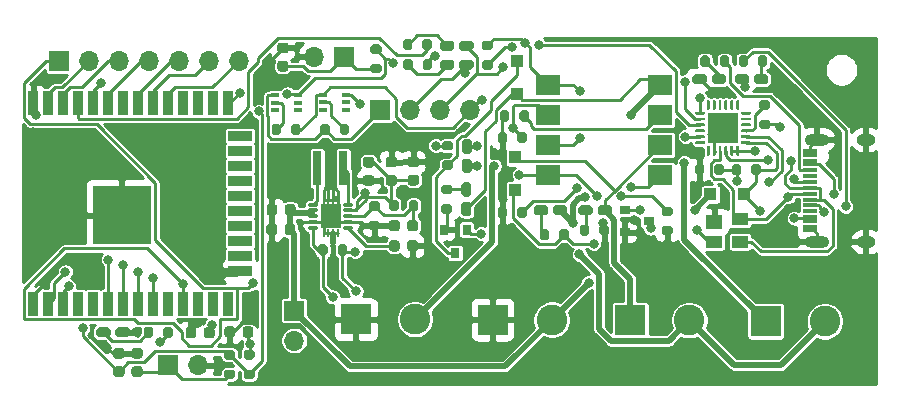
<source format=gbr>
%TF.GenerationSoftware,KiCad,Pcbnew,(5.1.9)-1*%
%TF.CreationDate,2021-11-09T18:36:26+00:00*%
%TF.ProjectId,Bluetooth_ignite_receiver,426c7565-746f-46f7-9468-5f69676e6974,rev?*%
%TF.SameCoordinates,Original*%
%TF.FileFunction,Copper,L1,Top*%
%TF.FilePolarity,Positive*%
%FSLAX46Y46*%
G04 Gerber Fmt 4.6, Leading zero omitted, Abs format (unit mm)*
G04 Created by KiCad (PCBNEW (5.1.9)-1) date 2021-11-09 18:36:26*
%MOMM*%
%LPD*%
G01*
G04 APERTURE LIST*
%TA.AperFunction,ComponentPad*%
%ADD10O,1.700000X1.700000*%
%TD*%
%TA.AperFunction,ComponentPad*%
%ADD11R,1.700000X1.700000*%
%TD*%
%TA.AperFunction,SMDPad,CuDef*%
%ADD12R,1.150000X0.300000*%
%TD*%
%TA.AperFunction,ComponentPad*%
%ADD13O,1.600000X1.000000*%
%TD*%
%TA.AperFunction,ComponentPad*%
%ADD14O,2.100000X1.000000*%
%TD*%
%TA.AperFunction,SMDPad,CuDef*%
%ADD15R,0.800000X0.900000*%
%TD*%
%TA.AperFunction,SMDPad,CuDef*%
%ADD16R,1.100000X1.100000*%
%TD*%
%TA.AperFunction,ComponentPad*%
%ADD17C,2.600000*%
%TD*%
%TA.AperFunction,ComponentPad*%
%ADD18R,2.600000X2.600000*%
%TD*%
%TA.AperFunction,SMDPad,CuDef*%
%ADD19R,2.000000X1.780000*%
%TD*%
%TA.AperFunction,SMDPad,CuDef*%
%ADD20R,0.900000X2.000000*%
%TD*%
%TA.AperFunction,SMDPad,CuDef*%
%ADD21R,2.000000X0.900000*%
%TD*%
%TA.AperFunction,SMDPad,CuDef*%
%ADD22R,5.000000X5.000000*%
%TD*%
%TA.AperFunction,SMDPad,CuDef*%
%ADD23R,0.650000X0.400000*%
%TD*%
%TA.AperFunction,SMDPad,CuDef*%
%ADD24R,0.230000X0.600000*%
%TD*%
%TA.AperFunction,SMDPad,CuDef*%
%ADD25R,0.650000X0.900000*%
%TD*%
%TA.AperFunction,SMDPad,CuDef*%
%ADD26O,0.850000X0.280000*%
%TD*%
%TA.AperFunction,SMDPad,CuDef*%
%ADD27R,0.280000X0.280000*%
%TD*%
%TA.AperFunction,SMDPad,CuDef*%
%ADD28R,1.700000X2.150000*%
%TD*%
%TA.AperFunction,SMDPad,CuDef*%
%ADD29R,0.250000X0.700000*%
%TD*%
%TA.AperFunction,ComponentPad*%
%ADD30C,0.600000*%
%TD*%
%TA.AperFunction,SMDPad,CuDef*%
%ADD31R,2.600000X2.600000*%
%TD*%
%TA.AperFunction,SMDPad,CuDef*%
%ADD32R,0.900000X0.800000*%
%TD*%
%TA.AperFunction,SMDPad,CuDef*%
%ADD33R,0.800000X2.900000*%
%TD*%
%TA.AperFunction,SMDPad,CuDef*%
%ADD34R,1.400000X1.000000*%
%TD*%
%TA.AperFunction,SMDPad,CuDef*%
%ADD35R,1.400000X1.200000*%
%TD*%
%TA.AperFunction,ViaPad*%
%ADD36C,0.800000*%
%TD*%
%TA.AperFunction,Conductor*%
%ADD37C,0.250000*%
%TD*%
%TA.AperFunction,Conductor*%
%ADD38C,0.500000*%
%TD*%
%TA.AperFunction,Conductor*%
%ADD39C,0.254000*%
%TD*%
%TA.AperFunction,Conductor*%
%ADD40C,0.100000*%
%TD*%
G04 APERTURE END LIST*
D10*
%TO.P,J10,2*%
%TO.N,+3V3*%
X99936300Y-101320600D03*
D11*
%TO.P,J10,1*%
%TO.N,VDD*%
X99936300Y-98780600D03*
%TD*%
D10*
%TO.P,J9,7*%
%TO.N,/CS*%
X95224600Y-77660500D03*
%TO.P,J9,6*%
%TO.N,/CLK*%
X92684600Y-77660500D03*
%TO.P,J9,5*%
%TO.N,/MISO*%
X90144600Y-77660500D03*
%TO.P,J9,4*%
%TO.N,/SDA*%
X87604600Y-77660500D03*
%TO.P,J9,3*%
%TO.N,/SCL*%
X85064600Y-77660500D03*
%TO.P,J9,2*%
%TO.N,/MOSI*%
X82524600Y-77660500D03*
D11*
%TO.P,J9,1*%
%TO.N,/PG*%
X79984600Y-77660500D03*
%TD*%
D10*
%TO.P,J8,4*%
%TO.N,/RTS*%
X114820700Y-81800700D03*
%TO.P,J8,3*%
%TO.N,/RXD*%
X112280700Y-81800700D03*
%TO.P,J8,2*%
%TO.N,/TXD*%
X109740700Y-81800700D03*
D11*
%TO.P,J8,1*%
%TO.N,/DTR*%
X107200700Y-81800700D03*
%TD*%
D12*
%TO.P,J5,A12*%
%TO.N,GND*%
X143586500Y-85283300D03*
%TO.P,J5,A9*%
%TO.N,/usb/VBUS*%
X143586500Y-86083300D03*
%TO.P,J5,B9*%
X143586500Y-90883300D03*
%TO.P,J5,B12*%
%TO.N,GND*%
X143586500Y-91683300D03*
%TO.P,J5,A1*%
X143586500Y-91983300D03*
%TO.P,J5,A4*%
%TO.N,/usb/VBUS*%
X143586500Y-91183300D03*
%TO.P,J5,B8*%
%TO.N,Net-(J5-PadB8)*%
X143586500Y-90383300D03*
%TO.P,J5,A5*%
%TO.N,Net-(J5-PadA5)*%
X143586500Y-89883300D03*
%TO.P,J5,B7*%
%TO.N,/usb/D-*%
X143586500Y-89383300D03*
%TO.P,J5,A6*%
%TO.N,/usb/D+*%
X143586500Y-88883300D03*
%TO.P,J5,A7*%
%TO.N,/usb/D-*%
X143586500Y-88383300D03*
%TO.P,J5,B6*%
%TO.N,/usb/D+*%
X143586500Y-87883300D03*
%TO.P,J5,A8*%
%TO.N,Net-(J5-PadA8)*%
X143586500Y-87383300D03*
%TO.P,J5,B5*%
%TO.N,Net-(J5-PadB5)*%
X143586500Y-86883300D03*
%TO.P,J5,B4*%
%TO.N,/usb/VBUS*%
X143586500Y-86383300D03*
%TO.P,J5,B1*%
%TO.N,GND*%
X143586500Y-85583300D03*
D13*
%TO.P,J5,S1*%
X148331500Y-84313300D03*
X148331500Y-92953300D03*
D14*
X144151500Y-84313300D03*
X144151500Y-92953300D03*
%TD*%
%TO.P,D6,2*%
%TO.N,Net-(D5-Pad2)*%
%TA.AperFunction,SMDPad,CuDef*%
G36*
G01*
X114303400Y-89557200D02*
X114728400Y-89557200D01*
G75*
G02*
X114940900Y-89769700I0J-212500D01*
G01*
X114940900Y-90569700D01*
G75*
G02*
X114728400Y-90782200I-212500J0D01*
G01*
X114303400Y-90782200D01*
G75*
G02*
X114090900Y-90569700I0J212500D01*
G01*
X114090900Y-89769700D01*
G75*
G02*
X114303400Y-89557200I212500J0D01*
G01*
G37*
%TD.AperFunction*%
%TO.P,D6,1*%
%TO.N,Net-(D6-Pad1)*%
%TA.AperFunction,SMDPad,CuDef*%
G36*
G01*
X114303400Y-87932200D02*
X114728400Y-87932200D01*
G75*
G02*
X114940900Y-88144700I0J-212500D01*
G01*
X114940900Y-88944700D01*
G75*
G02*
X114728400Y-89157200I-212500J0D01*
G01*
X114303400Y-89157200D01*
G75*
G02*
X114090900Y-88944700I0J212500D01*
G01*
X114090900Y-88144700D01*
G75*
G02*
X114303400Y-87932200I212500J0D01*
G01*
G37*
%TD.AperFunction*%
%TD*%
%TO.P,R11,2*%
%TO.N,Net-(D5-Pad1)*%
%TA.AperFunction,SMDPad,CuDef*%
G36*
G01*
X112628000Y-86073800D02*
X113178000Y-86073800D01*
G75*
G02*
X113378000Y-86273800I0J-200000D01*
G01*
X113378000Y-86673800D01*
G75*
G02*
X113178000Y-86873800I-200000J0D01*
G01*
X112628000Y-86873800D01*
G75*
G02*
X112428000Y-86673800I0J200000D01*
G01*
X112428000Y-86273800D01*
G75*
G02*
X112628000Y-86073800I200000J0D01*
G01*
G37*
%TD.AperFunction*%
%TO.P,R11,1*%
%TO.N,Net-(D4-Pad1)*%
%TA.AperFunction,SMDPad,CuDef*%
G36*
G01*
X112628000Y-84423800D02*
X113178000Y-84423800D01*
G75*
G02*
X113378000Y-84623800I0J-200000D01*
G01*
X113378000Y-85023800D01*
G75*
G02*
X113178000Y-85223800I-200000J0D01*
G01*
X112628000Y-85223800D01*
G75*
G02*
X112428000Y-85023800I0J200000D01*
G01*
X112428000Y-84623800D01*
G75*
G02*
X112628000Y-84423800I200000J0D01*
G01*
G37*
%TD.AperFunction*%
%TD*%
%TO.P,R14,2*%
%TO.N,GND*%
%TA.AperFunction,SMDPad,CuDef*%
G36*
G01*
X112564500Y-89770000D02*
X113114500Y-89770000D01*
G75*
G02*
X113314500Y-89970000I0J-200000D01*
G01*
X113314500Y-90370000D01*
G75*
G02*
X113114500Y-90570000I-200000J0D01*
G01*
X112564500Y-90570000D01*
G75*
G02*
X112364500Y-90370000I0J200000D01*
G01*
X112364500Y-89970000D01*
G75*
G02*
X112564500Y-89770000I200000J0D01*
G01*
G37*
%TD.AperFunction*%
%TO.P,R14,1*%
%TO.N,Net-(D6-Pad1)*%
%TA.AperFunction,SMDPad,CuDef*%
G36*
G01*
X112564500Y-88120000D02*
X113114500Y-88120000D01*
G75*
G02*
X113314500Y-88320000I0J-200000D01*
G01*
X113314500Y-88720000D01*
G75*
G02*
X113114500Y-88920000I-200000J0D01*
G01*
X112564500Y-88920000D01*
G75*
G02*
X112364500Y-88720000I0J200000D01*
G01*
X112364500Y-88320000D01*
G75*
G02*
X112564500Y-88120000I200000J0D01*
G01*
G37*
%TD.AperFunction*%
%TD*%
D15*
%TO.P,Q3,3*%
%TO.N,Net-(D5-Pad1)*%
X113576100Y-93925900D03*
%TO.P,Q3,2*%
%TO.N,GND*%
X112626100Y-91925900D03*
%TO.P,Q3,1*%
%TO.N,/Nuke1*%
X114526100Y-91925900D03*
%TD*%
%TO.P,D4,2*%
%TO.N,/pyros/Ext_supply*%
%TA.AperFunction,SMDPad,CuDef*%
G36*
G01*
X114341500Y-85912300D02*
X114766500Y-85912300D01*
G75*
G02*
X114979000Y-86124800I0J-212500D01*
G01*
X114979000Y-86924800D01*
G75*
G02*
X114766500Y-87137300I-212500J0D01*
G01*
X114341500Y-87137300D01*
G75*
G02*
X114129000Y-86924800I0J212500D01*
G01*
X114129000Y-86124800D01*
G75*
G02*
X114341500Y-85912300I212500J0D01*
G01*
G37*
%TD.AperFunction*%
%TO.P,D4,1*%
%TO.N,Net-(D4-Pad1)*%
%TA.AperFunction,SMDPad,CuDef*%
G36*
G01*
X114341500Y-84287300D02*
X114766500Y-84287300D01*
G75*
G02*
X114979000Y-84499800I0J-212500D01*
G01*
X114979000Y-85299800D01*
G75*
G02*
X114766500Y-85512300I-212500J0D01*
G01*
X114341500Y-85512300D01*
G75*
G02*
X114129000Y-85299800I0J212500D01*
G01*
X114129000Y-84499800D01*
G75*
G02*
X114341500Y-84287300I212500J0D01*
G01*
G37*
%TD.AperFunction*%
%TD*%
D16*
%TO.P,D5,2*%
%TO.N,Net-(D5-Pad2)*%
X118795800Y-80482900D03*
%TO.P,D5,1*%
%TO.N,Net-(D5-Pad1)*%
X118795800Y-77682900D03*
%TD*%
%TO.P,R12,2*%
%TO.N,GND*%
%TA.AperFunction,SMDPad,CuDef*%
G36*
G01*
X117964400Y-83862500D02*
X117964400Y-84412500D01*
G75*
G02*
X117764400Y-84612500I-200000J0D01*
G01*
X117364400Y-84612500D01*
G75*
G02*
X117164400Y-84412500I0J200000D01*
G01*
X117164400Y-83862500D01*
G75*
G02*
X117364400Y-83662500I200000J0D01*
G01*
X117764400Y-83662500D01*
G75*
G02*
X117964400Y-83862500I0J-200000D01*
G01*
G37*
%TD.AperFunction*%
%TO.P,R12,1*%
%TO.N,/Cont1*%
%TA.AperFunction,SMDPad,CuDef*%
G36*
G01*
X119614400Y-83862500D02*
X119614400Y-84412500D01*
G75*
G02*
X119414400Y-84612500I-200000J0D01*
G01*
X119014400Y-84612500D01*
G75*
G02*
X118814400Y-84412500I0J200000D01*
G01*
X118814400Y-83862500D01*
G75*
G02*
X119014400Y-83662500I200000J0D01*
G01*
X119414400Y-83662500D01*
G75*
G02*
X119614400Y-83862500I0J-200000D01*
G01*
G37*
%TD.AperFunction*%
%TD*%
D17*
%TO.P,J4,2*%
%TO.N,VDD*%
X121725700Y-99555300D03*
D18*
%TO.P,J4,1*%
%TO.N,GND*%
X116725700Y-99555300D03*
%TD*%
D17*
%TO.P,J3,2*%
%TO.N,/pyros/Ext_supply*%
X133384300Y-99593400D03*
D18*
%TO.P,J3,1*%
%TO.N,Net-(D8-Pad2)*%
X128384300Y-99593400D03*
%TD*%
D17*
%TO.P,J2,2*%
%TO.N,/pyros/Ext_supply*%
X110156000Y-99517200D03*
D18*
%TO.P,J2,1*%
%TO.N,GND*%
X105156000Y-99517200D03*
%TD*%
D17*
%TO.P,J1,2*%
%TO.N,/pyros/Ext_supply*%
X144852400Y-99695000D03*
D18*
%TO.P,J1,1*%
%TO.N,Net-(D5-Pad2)*%
X139852400Y-99695000D03*
%TD*%
%TO.P,R13,2*%
%TO.N,GND*%
%TA.AperFunction,SMDPad,CuDef*%
G36*
G01*
X118142200Y-82033700D02*
X118142200Y-82583700D01*
G75*
G02*
X117942200Y-82783700I-200000J0D01*
G01*
X117542200Y-82783700D01*
G75*
G02*
X117342200Y-82583700I0J200000D01*
G01*
X117342200Y-82033700D01*
G75*
G02*
X117542200Y-81833700I200000J0D01*
G01*
X117942200Y-81833700D01*
G75*
G02*
X118142200Y-82033700I0J-200000D01*
G01*
G37*
%TD.AperFunction*%
%TO.P,R13,1*%
%TO.N,Net-(R13-Pad1)*%
%TA.AperFunction,SMDPad,CuDef*%
G36*
G01*
X119792200Y-82033700D02*
X119792200Y-82583700D01*
G75*
G02*
X119592200Y-82783700I-200000J0D01*
G01*
X119192200Y-82783700D01*
G75*
G02*
X118992200Y-82583700I0J200000D01*
G01*
X118992200Y-82033700D01*
G75*
G02*
X119192200Y-81833700I200000J0D01*
G01*
X119592200Y-81833700D01*
G75*
G02*
X119792200Y-82033700I0J-200000D01*
G01*
G37*
%TD.AperFunction*%
%TD*%
D19*
%TO.P,U3,8*%
%TO.N,Net-(D5-Pad2)*%
X130926800Y-79679800D03*
%TO.P,U3,4*%
%TO.N,/Cont2*%
X121396800Y-87299800D03*
%TO.P,U3,7*%
%TO.N,Net-(R13-Pad1)*%
X130926800Y-82219800D03*
%TO.P,U3,3*%
%TO.N,+3V3*%
X121396800Y-84759800D03*
%TO.P,U3,6*%
%TO.N,Net-(D8-Pad2)*%
X130926800Y-84759800D03*
%TO.P,U3,2*%
%TO.N,/Cont1*%
X121396800Y-82219800D03*
%TO.P,U3,5*%
%TO.N,Net-(R17-Pad1)*%
X130926800Y-87299800D03*
%TO.P,U3,1*%
%TO.N,+3V3*%
X121396800Y-79679800D03*
%TD*%
D10*
%TO.P,J7,2*%
%TO.N,GND*%
X101625400Y-77292200D03*
D11*
%TO.P,J7,1*%
%TO.N,Net-(C5-Pad1)*%
X104165400Y-77292200D03*
%TD*%
D10*
%TO.P,J6,2*%
%TO.N,GND*%
X91808300Y-103416100D03*
D11*
%TO.P,J6,1*%
%TO.N,Net-(C4-Pad1)*%
X89268300Y-103416100D03*
%TD*%
D20*
%TO.P,U2,38*%
%TO.N,GND*%
X77838300Y-81200100D03*
%TO.P,U2,37*%
%TO.N,/MOSI*%
X79108300Y-81200100D03*
%TO.P,U2,36*%
%TO.N,/SCL*%
X80378300Y-81200100D03*
%TO.P,U2,35*%
%TO.N,Net-(R25-Pad1)*%
X81648300Y-81200100D03*
%TO.P,U2,34*%
%TO.N,Net-(R24-Pad1)*%
X82918300Y-81200100D03*
%TO.P,U2,33*%
%TO.N,/SDA*%
X84188300Y-81200100D03*
%TO.P,U2,32*%
%TO.N,Net-(U2-Pad32)*%
X85458300Y-81200100D03*
%TO.P,U2,31*%
%TO.N,/MISO*%
X86728300Y-81200100D03*
%TO.P,U2,30*%
%TO.N,/CLK*%
X87998300Y-81200100D03*
%TO.P,U2,29*%
%TO.N,/CS*%
X89268300Y-81200100D03*
%TO.P,U2,28*%
%TO.N,Net-(U2-Pad28)*%
X90538300Y-81200100D03*
%TO.P,U2,27*%
%TO.N,Net-(U2-Pad27)*%
X91808300Y-81200100D03*
%TO.P,U2,26*%
%TO.N,Net-(U2-Pad26)*%
X93078300Y-81200100D03*
%TO.P,U2,25*%
%TO.N,/BOOT*%
X94348300Y-81200100D03*
D21*
%TO.P,U2,24*%
%TO.N,Net-(U2-Pad24)*%
X95348300Y-83985100D03*
%TO.P,U2,23*%
%TO.N,Net-(U2-Pad23)*%
X95348300Y-85255100D03*
%TO.P,U2,22*%
%TO.N,Net-(U2-Pad22)*%
X95348300Y-86525100D03*
%TO.P,U2,21*%
%TO.N,Net-(U2-Pad21)*%
X95348300Y-87795100D03*
%TO.P,U2,20*%
%TO.N,Net-(U2-Pad20)*%
X95348300Y-89065100D03*
%TO.P,U2,19*%
%TO.N,Net-(U2-Pad19)*%
X95348300Y-90335100D03*
%TO.P,U2,18*%
%TO.N,Net-(U2-Pad18)*%
X95348300Y-91605100D03*
%TO.P,U2,17*%
%TO.N,Net-(U2-Pad17)*%
X95348300Y-92875100D03*
%TO.P,U2,16*%
%TO.N,Net-(U2-Pad16)*%
X95348300Y-94145100D03*
%TO.P,U2,15*%
%TO.N,GND*%
X95348300Y-95415100D03*
D20*
%TO.P,U2,14*%
%TO.N,Net-(U2-Pad14)*%
X94348300Y-98200100D03*
%TO.P,U2,13*%
%TO.N,Net-(U2-Pad13)*%
X93078300Y-98200100D03*
%TO.P,U2,12*%
%TO.N,Net-(U2-Pad12)*%
X91808300Y-98200100D03*
%TO.P,U2,11*%
%TO.N,/PG*%
X90538300Y-98200100D03*
%TO.P,U2,10*%
%TO.N,Net-(U2-Pad10)*%
X89268300Y-98200100D03*
%TO.P,U2,9*%
%TO.N,/Nuke2*%
X87998300Y-98200100D03*
%TO.P,U2,8*%
%TO.N,/Nuke1*%
X86728300Y-98200100D03*
%TO.P,U2,7*%
%TO.N,/Cont2*%
X85458300Y-98200100D03*
%TO.P,U2,6*%
%TO.N,/Cont1*%
X84188300Y-98200100D03*
%TO.P,U2,5*%
%TO.N,Net-(U2-Pad5)*%
X82918300Y-98200100D03*
%TO.P,U2,4*%
%TO.N,Net-(U2-Pad4)*%
X81648300Y-98200100D03*
%TO.P,U2,3*%
%TO.N,/EN*%
X80378300Y-98200100D03*
%TO.P,U2,2*%
%TO.N,+3V3*%
X79108300Y-98200100D03*
%TO.P,U2,1*%
%TO.N,GND*%
X77838300Y-98200100D03*
D22*
%TO.P,U2,39*%
X85338300Y-90700100D03*
%TD*%
%TO.P,C6,2*%
%TO.N,GND*%
%TA.AperFunction,SMDPad,CuDef*%
G36*
G01*
X98481000Y-91672600D02*
X98481000Y-92172600D01*
G75*
G02*
X98256000Y-92397600I-225000J0D01*
G01*
X97806000Y-92397600D01*
G75*
G02*
X97581000Y-92172600I0J225000D01*
G01*
X97581000Y-91672600D01*
G75*
G02*
X97806000Y-91447600I225000J0D01*
G01*
X98256000Y-91447600D01*
G75*
G02*
X98481000Y-91672600I0J-225000D01*
G01*
G37*
%TD.AperFunction*%
%TO.P,C6,1*%
%TO.N,VDD*%
%TA.AperFunction,SMDPad,CuDef*%
G36*
G01*
X100031000Y-91672600D02*
X100031000Y-92172600D01*
G75*
G02*
X99806000Y-92397600I-225000J0D01*
G01*
X99356000Y-92397600D01*
G75*
G02*
X99131000Y-92172600I0J225000D01*
G01*
X99131000Y-91672600D01*
G75*
G02*
X99356000Y-91447600I225000J0D01*
G01*
X99806000Y-91447600D01*
G75*
G02*
X100031000Y-91672600I0J-225000D01*
G01*
G37*
%TD.AperFunction*%
%TD*%
%TO.P,R25,2*%
%TO.N,Net-(D13-Pad2)*%
%TA.AperFunction,SMDPad,CuDef*%
G36*
G01*
X109938500Y-75988500D02*
X109938500Y-76538500D01*
G75*
G02*
X109738500Y-76738500I-200000J0D01*
G01*
X109338500Y-76738500D01*
G75*
G02*
X109138500Y-76538500I0J200000D01*
G01*
X109138500Y-75988500D01*
G75*
G02*
X109338500Y-75788500I200000J0D01*
G01*
X109738500Y-75788500D01*
G75*
G02*
X109938500Y-75988500I0J-200000D01*
G01*
G37*
%TD.AperFunction*%
%TO.P,R25,1*%
%TO.N,Net-(R25-Pad1)*%
%TA.AperFunction,SMDPad,CuDef*%
G36*
G01*
X111588500Y-75988500D02*
X111588500Y-76538500D01*
G75*
G02*
X111388500Y-76738500I-200000J0D01*
G01*
X110988500Y-76738500D01*
G75*
G02*
X110788500Y-76538500I0J200000D01*
G01*
X110788500Y-75988500D01*
G75*
G02*
X110988500Y-75788500I200000J0D01*
G01*
X111388500Y-75788500D01*
G75*
G02*
X111588500Y-75988500I0J-200000D01*
G01*
G37*
%TD.AperFunction*%
%TD*%
%TO.P,R24,2*%
%TO.N,Net-(D12-Pad2)*%
%TA.AperFunction,SMDPad,CuDef*%
G36*
G01*
X109950700Y-77690300D02*
X109950700Y-78240300D01*
G75*
G02*
X109750700Y-78440300I-200000J0D01*
G01*
X109350700Y-78440300D01*
G75*
G02*
X109150700Y-78240300I0J200000D01*
G01*
X109150700Y-77690300D01*
G75*
G02*
X109350700Y-77490300I200000J0D01*
G01*
X109750700Y-77490300D01*
G75*
G02*
X109950700Y-77690300I0J-200000D01*
G01*
G37*
%TD.AperFunction*%
%TO.P,R24,1*%
%TO.N,Net-(R24-Pad1)*%
%TA.AperFunction,SMDPad,CuDef*%
G36*
G01*
X111600700Y-77690300D02*
X111600700Y-78240300D01*
G75*
G02*
X111400700Y-78440300I-200000J0D01*
G01*
X111000700Y-78440300D01*
G75*
G02*
X110800700Y-78240300I0J200000D01*
G01*
X110800700Y-77690300D01*
G75*
G02*
X111000700Y-77490300I200000J0D01*
G01*
X111400700Y-77490300D01*
G75*
G02*
X111600700Y-77690300I0J-200000D01*
G01*
G37*
%TD.AperFunction*%
%TD*%
%TO.P,D13,2*%
%TO.N,Net-(D13-Pad2)*%
%TA.AperFunction,SMDPad,CuDef*%
G36*
G01*
X113490400Y-76139900D02*
X113490400Y-76564900D01*
G75*
G02*
X113277900Y-76777400I-212500J0D01*
G01*
X112477900Y-76777400D01*
G75*
G02*
X112265400Y-76564900I0J212500D01*
G01*
X112265400Y-76139900D01*
G75*
G02*
X112477900Y-75927400I212500J0D01*
G01*
X113277900Y-75927400D01*
G75*
G02*
X113490400Y-76139900I0J-212500D01*
G01*
G37*
%TD.AperFunction*%
%TO.P,D13,1*%
%TO.N,/RXD*%
%TA.AperFunction,SMDPad,CuDef*%
G36*
G01*
X115115400Y-76139900D02*
X115115400Y-76564900D01*
G75*
G02*
X114902900Y-76777400I-212500J0D01*
G01*
X114102900Y-76777400D01*
G75*
G02*
X113890400Y-76564900I0J212500D01*
G01*
X113890400Y-76139900D01*
G75*
G02*
X114102900Y-75927400I212500J0D01*
G01*
X114902900Y-75927400D01*
G75*
G02*
X115115400Y-76139900I0J-212500D01*
G01*
G37*
%TD.AperFunction*%
%TD*%
%TO.P,D12,2*%
%TO.N,Net-(D12-Pad2)*%
%TA.AperFunction,SMDPad,CuDef*%
G36*
G01*
X113490100Y-77752800D02*
X113490100Y-78177800D01*
G75*
G02*
X113277600Y-78390300I-212500J0D01*
G01*
X112477600Y-78390300D01*
G75*
G02*
X112265100Y-78177800I0J212500D01*
G01*
X112265100Y-77752800D01*
G75*
G02*
X112477600Y-77540300I212500J0D01*
G01*
X113277600Y-77540300D01*
G75*
G02*
X113490100Y-77752800I0J-212500D01*
G01*
G37*
%TD.AperFunction*%
%TO.P,D12,1*%
%TO.N,/TXD*%
%TA.AperFunction,SMDPad,CuDef*%
G36*
G01*
X115115100Y-77752800D02*
X115115100Y-78177800D01*
G75*
G02*
X114902600Y-78390300I-212500J0D01*
G01*
X114102600Y-78390300D01*
G75*
G02*
X113890100Y-78177800I0J212500D01*
G01*
X113890100Y-77752800D01*
G75*
G02*
X114102600Y-77540300I212500J0D01*
G01*
X114902600Y-77540300D01*
G75*
G02*
X115115100Y-77752800I0J-212500D01*
G01*
G37*
%TD.AperFunction*%
%TD*%
D23*
%TO.P,Q1,6*%
%TO.N,/EN*%
X104289900Y-80503000D03*
%TO.P,Q1,4*%
%TO.N,N/C*%
X104289900Y-81803000D03*
%TO.P,Q1,2*%
%TO.N,Net-(Q1-Pad2)*%
X102389900Y-81153000D03*
%TO.P,Q1,5*%
%TO.N,N/C*%
X104289900Y-81153000D03*
%TO.P,Q1,3*%
X102389900Y-81803000D03*
%TO.P,Q1,1*%
%TO.N,/RTS*%
X102389900Y-80503000D03*
%TD*%
D24*
%TO.P,U5,11*%
%TO.N,GND*%
X103622400Y-92230000D03*
X103222400Y-92230000D03*
X102822400Y-92230000D03*
X102422400Y-92230000D03*
X103622400Y-89380000D03*
X103222400Y-89380000D03*
X102822400Y-89380000D03*
X102422400Y-89380000D03*
D25*
X103457400Y-90245000D03*
X102587400Y-91365000D03*
X103457400Y-91365000D03*
X102587400Y-90245000D03*
D26*
%TO.P,U5,10*%
%TO.N,Net-(L1-Pad2)*%
X104497400Y-89805000D03*
%TO.P,U5,9*%
%TO.N,+3V3*%
X104497400Y-90305000D03*
%TO.P,U5,8*%
%TO.N,Net-(C9-Pad1)*%
X104497400Y-90805000D03*
D27*
%TO.P,U5,7*%
%TO.N,GND*%
X104782400Y-91305000D03*
%TO.P,U5,6*%
%TO.N,Net-(C8-Pad1)*%
X104782400Y-91805000D03*
D26*
%TO.P,U5,5*%
%TO.N,/PG*%
X101547400Y-91805000D03*
D27*
%TO.P,U5,4*%
%TO.N,GND*%
X101262400Y-91305000D03*
D26*
%TO.P,U5,3*%
%TO.N,VDD*%
X101547400Y-90805000D03*
D27*
%TO.P,U5,2*%
X101262400Y-90305000D03*
%TO.P,U5,1*%
%TO.N,Net-(L1-Pad1)*%
X101262400Y-89805000D03*
D28*
%TO.P,U5,11*%
%TO.N,GND*%
X103022400Y-90805000D03*
D29*
X103222400Y-92230000D03*
X102822400Y-92230000D03*
X103222400Y-89380000D03*
X102822400Y-89380000D03*
D30*
X103522400Y-91305000D03*
X102522400Y-91305000D03*
X103522400Y-90305000D03*
X102522400Y-90305000D03*
X103022400Y-90805000D03*
D27*
%TO.P,U5,10*%
%TO.N,Net-(L1-Pad2)*%
X104782400Y-89805000D03*
%TO.P,U5,9*%
%TO.N,+3V3*%
X104782400Y-90305000D03*
%TO.P,U5,8*%
%TO.N,Net-(C9-Pad1)*%
X104782400Y-90805000D03*
D26*
%TO.P,U5,7*%
%TO.N,GND*%
X104497400Y-91305000D03*
%TO.P,U5,6*%
%TO.N,Net-(C8-Pad1)*%
X104497400Y-91805000D03*
D27*
%TO.P,U5,5*%
%TO.N,/PG*%
X101262400Y-91805000D03*
D26*
%TO.P,U5,4*%
%TO.N,GND*%
X101547400Y-91305000D03*
D27*
%TO.P,U5,3*%
%TO.N,VDD*%
X101262400Y-90805000D03*
D26*
%TO.P,U5,2*%
X101547400Y-90305000D03*
%TO.P,U5,1*%
%TO.N,Net-(L1-Pad1)*%
X101547400Y-89805000D03*
D29*
%TO.P,U5,11*%
%TO.N,GND*%
X103622400Y-89380000D03*
X102422400Y-89380000D03*
X103622400Y-92230000D03*
X102422400Y-92230000D03*
%TD*%
D31*
%TO.P,U1,25*%
%TO.N,GND*%
X136232900Y-83312000D03*
%TO.P,U1,24*%
%TO.N,Net-(U1-Pad24)*%
%TA.AperFunction,SMDPad,CuDef*%
G36*
G01*
X134645400Y-84687000D02*
X133945400Y-84687000D01*
G75*
G02*
X133882900Y-84624500I0J62500D01*
G01*
X133882900Y-84499500D01*
G75*
G02*
X133945400Y-84437000I62500J0D01*
G01*
X134645400Y-84437000D01*
G75*
G02*
X134707900Y-84499500I0J-62500D01*
G01*
X134707900Y-84624500D01*
G75*
G02*
X134645400Y-84687000I-62500J0D01*
G01*
G37*
%TD.AperFunction*%
%TO.P,U1,23*%
%TO.N,/DTR*%
%TA.AperFunction,SMDPad,CuDef*%
G36*
G01*
X134645400Y-84187000D02*
X133945400Y-84187000D01*
G75*
G02*
X133882900Y-84124500I0J62500D01*
G01*
X133882900Y-83999500D01*
G75*
G02*
X133945400Y-83937000I62500J0D01*
G01*
X134645400Y-83937000D01*
G75*
G02*
X134707900Y-83999500I0J-62500D01*
G01*
X134707900Y-84124500D01*
G75*
G02*
X134645400Y-84187000I-62500J0D01*
G01*
G37*
%TD.AperFunction*%
%TO.P,U1,22*%
%TO.N,Net-(U1-Pad22)*%
%TA.AperFunction,SMDPad,CuDef*%
G36*
G01*
X134645400Y-83687000D02*
X133945400Y-83687000D01*
G75*
G02*
X133882900Y-83624500I0J62500D01*
G01*
X133882900Y-83499500D01*
G75*
G02*
X133945400Y-83437000I62500J0D01*
G01*
X134645400Y-83437000D01*
G75*
G02*
X134707900Y-83499500I0J-62500D01*
G01*
X134707900Y-83624500D01*
G75*
G02*
X134645400Y-83687000I-62500J0D01*
G01*
G37*
%TD.AperFunction*%
%TO.P,U1,21*%
%TO.N,/TXD*%
%TA.AperFunction,SMDPad,CuDef*%
G36*
G01*
X134645400Y-83187000D02*
X133945400Y-83187000D01*
G75*
G02*
X133882900Y-83124500I0J62500D01*
G01*
X133882900Y-82999500D01*
G75*
G02*
X133945400Y-82937000I62500J0D01*
G01*
X134645400Y-82937000D01*
G75*
G02*
X134707900Y-82999500I0J-62500D01*
G01*
X134707900Y-83124500D01*
G75*
G02*
X134645400Y-83187000I-62500J0D01*
G01*
G37*
%TD.AperFunction*%
%TO.P,U1,20*%
%TO.N,/RXD*%
%TA.AperFunction,SMDPad,CuDef*%
G36*
G01*
X134645400Y-82687000D02*
X133945400Y-82687000D01*
G75*
G02*
X133882900Y-82624500I0J62500D01*
G01*
X133882900Y-82499500D01*
G75*
G02*
X133945400Y-82437000I62500J0D01*
G01*
X134645400Y-82437000D01*
G75*
G02*
X134707900Y-82499500I0J-62500D01*
G01*
X134707900Y-82624500D01*
G75*
G02*
X134645400Y-82687000I-62500J0D01*
G01*
G37*
%TD.AperFunction*%
%TO.P,U1,19*%
%TO.N,/RTS*%
%TA.AperFunction,SMDPad,CuDef*%
G36*
G01*
X134645400Y-82187000D02*
X133945400Y-82187000D01*
G75*
G02*
X133882900Y-82124500I0J62500D01*
G01*
X133882900Y-81999500D01*
G75*
G02*
X133945400Y-81937000I62500J0D01*
G01*
X134645400Y-81937000D01*
G75*
G02*
X134707900Y-81999500I0J-62500D01*
G01*
X134707900Y-82124500D01*
G75*
G02*
X134645400Y-82187000I-62500J0D01*
G01*
G37*
%TD.AperFunction*%
%TO.P,U1,18*%
%TO.N,Net-(U1-Pad18)*%
%TA.AperFunction,SMDPad,CuDef*%
G36*
G01*
X135045400Y-81787000D02*
X134920400Y-81787000D01*
G75*
G02*
X134857900Y-81724500I0J62500D01*
G01*
X134857900Y-81024500D01*
G75*
G02*
X134920400Y-80962000I62500J0D01*
G01*
X135045400Y-80962000D01*
G75*
G02*
X135107900Y-81024500I0J-62500D01*
G01*
X135107900Y-81724500D01*
G75*
G02*
X135045400Y-81787000I-62500J0D01*
G01*
G37*
%TD.AperFunction*%
%TO.P,U1,17*%
%TO.N,Net-(U1-Pad17)*%
%TA.AperFunction,SMDPad,CuDef*%
G36*
G01*
X135545400Y-81787000D02*
X135420400Y-81787000D01*
G75*
G02*
X135357900Y-81724500I0J62500D01*
G01*
X135357900Y-81024500D01*
G75*
G02*
X135420400Y-80962000I62500J0D01*
G01*
X135545400Y-80962000D01*
G75*
G02*
X135607900Y-81024500I0J-62500D01*
G01*
X135607900Y-81724500D01*
G75*
G02*
X135545400Y-81787000I-62500J0D01*
G01*
G37*
%TD.AperFunction*%
%TO.P,U1,16*%
%TO.N,Net-(U1-Pad16)*%
%TA.AperFunction,SMDPad,CuDef*%
G36*
G01*
X136045400Y-81787000D02*
X135920400Y-81787000D01*
G75*
G02*
X135857900Y-81724500I0J62500D01*
G01*
X135857900Y-81024500D01*
G75*
G02*
X135920400Y-80962000I62500J0D01*
G01*
X136045400Y-80962000D01*
G75*
G02*
X136107900Y-81024500I0J-62500D01*
G01*
X136107900Y-81724500D01*
G75*
G02*
X136045400Y-81787000I-62500J0D01*
G01*
G37*
%TD.AperFunction*%
%TO.P,U1,15*%
%TO.N,Net-(U1-Pad15)*%
%TA.AperFunction,SMDPad,CuDef*%
G36*
G01*
X136545400Y-81787000D02*
X136420400Y-81787000D01*
G75*
G02*
X136357900Y-81724500I0J62500D01*
G01*
X136357900Y-81024500D01*
G75*
G02*
X136420400Y-80962000I62500J0D01*
G01*
X136545400Y-80962000D01*
G75*
G02*
X136607900Y-81024500I0J-62500D01*
G01*
X136607900Y-81724500D01*
G75*
G02*
X136545400Y-81787000I-62500J0D01*
G01*
G37*
%TD.AperFunction*%
%TO.P,U1,14*%
%TO.N,Net-(U1-Pad14)*%
%TA.AperFunction,SMDPad,CuDef*%
G36*
G01*
X137045400Y-81787000D02*
X136920400Y-81787000D01*
G75*
G02*
X136857900Y-81724500I0J62500D01*
G01*
X136857900Y-81024500D01*
G75*
G02*
X136920400Y-80962000I62500J0D01*
G01*
X137045400Y-80962000D01*
G75*
G02*
X137107900Y-81024500I0J-62500D01*
G01*
X137107900Y-81724500D01*
G75*
G02*
X137045400Y-81787000I-62500J0D01*
G01*
G37*
%TD.AperFunction*%
%TO.P,U1,13*%
%TO.N,Net-(U1-Pad13)*%
%TA.AperFunction,SMDPad,CuDef*%
G36*
G01*
X137545400Y-81787000D02*
X137420400Y-81787000D01*
G75*
G02*
X137357900Y-81724500I0J62500D01*
G01*
X137357900Y-81024500D01*
G75*
G02*
X137420400Y-80962000I62500J0D01*
G01*
X137545400Y-80962000D01*
G75*
G02*
X137607900Y-81024500I0J-62500D01*
G01*
X137607900Y-81724500D01*
G75*
G02*
X137545400Y-81787000I-62500J0D01*
G01*
G37*
%TD.AperFunction*%
%TO.P,U1,12*%
%TO.N,Net-(U1-Pad12)*%
%TA.AperFunction,SMDPad,CuDef*%
G36*
G01*
X138520400Y-82187000D02*
X137820400Y-82187000D01*
G75*
G02*
X137757900Y-82124500I0J62500D01*
G01*
X137757900Y-81999500D01*
G75*
G02*
X137820400Y-81937000I62500J0D01*
G01*
X138520400Y-81937000D01*
G75*
G02*
X138582900Y-81999500I0J-62500D01*
G01*
X138582900Y-82124500D01*
G75*
G02*
X138520400Y-82187000I-62500J0D01*
G01*
G37*
%TD.AperFunction*%
%TO.P,U1,11*%
%TO.N,Net-(U1-Pad11)*%
%TA.AperFunction,SMDPad,CuDef*%
G36*
G01*
X138520400Y-82687000D02*
X137820400Y-82687000D01*
G75*
G02*
X137757900Y-82624500I0J62500D01*
G01*
X137757900Y-82499500D01*
G75*
G02*
X137820400Y-82437000I62500J0D01*
G01*
X138520400Y-82437000D01*
G75*
G02*
X138582900Y-82499500I0J-62500D01*
G01*
X138582900Y-82624500D01*
G75*
G02*
X138520400Y-82687000I-62500J0D01*
G01*
G37*
%TD.AperFunction*%
%TO.P,U1,10*%
%TO.N,Net-(U1-Pad10)*%
%TA.AperFunction,SMDPad,CuDef*%
G36*
G01*
X138520400Y-83187000D02*
X137820400Y-83187000D01*
G75*
G02*
X137757900Y-83124500I0J62500D01*
G01*
X137757900Y-82999500D01*
G75*
G02*
X137820400Y-82937000I62500J0D01*
G01*
X138520400Y-82937000D01*
G75*
G02*
X138582900Y-82999500I0J-62500D01*
G01*
X138582900Y-83124500D01*
G75*
G02*
X138520400Y-83187000I-62500J0D01*
G01*
G37*
%TD.AperFunction*%
%TO.P,U1,9*%
%TO.N,Net-(R5-Pad2)*%
%TA.AperFunction,SMDPad,CuDef*%
G36*
G01*
X138520400Y-83687000D02*
X137820400Y-83687000D01*
G75*
G02*
X137757900Y-83624500I0J62500D01*
G01*
X137757900Y-83499500D01*
G75*
G02*
X137820400Y-83437000I62500J0D01*
G01*
X138520400Y-83437000D01*
G75*
G02*
X138582900Y-83499500I0J-62500D01*
G01*
X138582900Y-83624500D01*
G75*
G02*
X138520400Y-83687000I-62500J0D01*
G01*
G37*
%TD.AperFunction*%
%TO.P,U1,8*%
%TO.N,Net-(R3-Pad2)*%
%TA.AperFunction,SMDPad,CuDef*%
G36*
G01*
X138520400Y-84187000D02*
X137820400Y-84187000D01*
G75*
G02*
X137757900Y-84124500I0J62500D01*
G01*
X137757900Y-83999500D01*
G75*
G02*
X137820400Y-83937000I62500J0D01*
G01*
X138520400Y-83937000D01*
G75*
G02*
X138582900Y-83999500I0J-62500D01*
G01*
X138582900Y-84124500D01*
G75*
G02*
X138520400Y-84187000I-62500J0D01*
G01*
G37*
%TD.AperFunction*%
%TO.P,U1,7*%
%TO.N,/usb/VBUS*%
%TA.AperFunction,SMDPad,CuDef*%
G36*
G01*
X138520400Y-84687000D02*
X137820400Y-84687000D01*
G75*
G02*
X137757900Y-84624500I0J62500D01*
G01*
X137757900Y-84499500D01*
G75*
G02*
X137820400Y-84437000I62500J0D01*
G01*
X138520400Y-84437000D01*
G75*
G02*
X138582900Y-84499500I0J-62500D01*
G01*
X138582900Y-84624500D01*
G75*
G02*
X138520400Y-84687000I-62500J0D01*
G01*
G37*
%TD.AperFunction*%
%TO.P,U1,6*%
%TO.N,+3V3*%
%TA.AperFunction,SMDPad,CuDef*%
G36*
G01*
X137545400Y-85662000D02*
X137420400Y-85662000D01*
G75*
G02*
X137357900Y-85599500I0J62500D01*
G01*
X137357900Y-84899500D01*
G75*
G02*
X137420400Y-84837000I62500J0D01*
G01*
X137545400Y-84837000D01*
G75*
G02*
X137607900Y-84899500I0J-62500D01*
G01*
X137607900Y-85599500D01*
G75*
G02*
X137545400Y-85662000I-62500J0D01*
G01*
G37*
%TD.AperFunction*%
%TO.P,U1,5*%
%TA.AperFunction,SMDPad,CuDef*%
G36*
G01*
X137045400Y-85662000D02*
X136920400Y-85662000D01*
G75*
G02*
X136857900Y-85599500I0J62500D01*
G01*
X136857900Y-84899500D01*
G75*
G02*
X136920400Y-84837000I62500J0D01*
G01*
X137045400Y-84837000D01*
G75*
G02*
X137107900Y-84899500I0J-62500D01*
G01*
X137107900Y-85599500D01*
G75*
G02*
X137045400Y-85662000I-62500J0D01*
G01*
G37*
%TD.AperFunction*%
%TO.P,U1,4*%
%TO.N,/usb/D-*%
%TA.AperFunction,SMDPad,CuDef*%
G36*
G01*
X136545400Y-85662000D02*
X136420400Y-85662000D01*
G75*
G02*
X136357900Y-85599500I0J62500D01*
G01*
X136357900Y-84899500D01*
G75*
G02*
X136420400Y-84837000I62500J0D01*
G01*
X136545400Y-84837000D01*
G75*
G02*
X136607900Y-84899500I0J-62500D01*
G01*
X136607900Y-85599500D01*
G75*
G02*
X136545400Y-85662000I-62500J0D01*
G01*
G37*
%TD.AperFunction*%
%TO.P,U1,3*%
%TO.N,/usb/D+*%
%TA.AperFunction,SMDPad,CuDef*%
G36*
G01*
X136045400Y-85662000D02*
X135920400Y-85662000D01*
G75*
G02*
X135857900Y-85599500I0J62500D01*
G01*
X135857900Y-84899500D01*
G75*
G02*
X135920400Y-84837000I62500J0D01*
G01*
X136045400Y-84837000D01*
G75*
G02*
X136107900Y-84899500I0J-62500D01*
G01*
X136107900Y-85599500D01*
G75*
G02*
X136045400Y-85662000I-62500J0D01*
G01*
G37*
%TD.AperFunction*%
%TO.P,U1,2*%
%TO.N,GND*%
%TA.AperFunction,SMDPad,CuDef*%
G36*
G01*
X135545400Y-85662000D02*
X135420400Y-85662000D01*
G75*
G02*
X135357900Y-85599500I0J62500D01*
G01*
X135357900Y-84899500D01*
G75*
G02*
X135420400Y-84837000I62500J0D01*
G01*
X135545400Y-84837000D01*
G75*
G02*
X135607900Y-84899500I0J-62500D01*
G01*
X135607900Y-85599500D01*
G75*
G02*
X135545400Y-85662000I-62500J0D01*
G01*
G37*
%TD.AperFunction*%
%TO.P,U1,1*%
%TO.N,Net-(U1-Pad1)*%
%TA.AperFunction,SMDPad,CuDef*%
G36*
G01*
X135045400Y-85662000D02*
X134920400Y-85662000D01*
G75*
G02*
X134857900Y-85599500I0J62500D01*
G01*
X134857900Y-84899500D01*
G75*
G02*
X134920400Y-84837000I62500J0D01*
G01*
X135045400Y-84837000D01*
G75*
G02*
X135107900Y-84899500I0J-62500D01*
G01*
X135107900Y-85599500D01*
G75*
G02*
X135045400Y-85662000I-62500J0D01*
G01*
G37*
%TD.AperFunction*%
%TD*%
%TO.P,R23,2*%
%TO.N,Net-(D11-Pad2)*%
%TA.AperFunction,SMDPad,CuDef*%
G36*
G01*
X139198400Y-77935500D02*
X139198400Y-77385500D01*
G75*
G02*
X139398400Y-77185500I200000J0D01*
G01*
X139798400Y-77185500D01*
G75*
G02*
X139998400Y-77385500I0J-200000D01*
G01*
X139998400Y-77935500D01*
G75*
G02*
X139798400Y-78135500I-200000J0D01*
G01*
X139398400Y-78135500D01*
G75*
G02*
X139198400Y-77935500I0J200000D01*
G01*
G37*
%TD.AperFunction*%
%TO.P,R23,1*%
%TO.N,Net-(J5-PadA5)*%
%TA.AperFunction,SMDPad,CuDef*%
G36*
G01*
X137548400Y-77935500D02*
X137548400Y-77385500D01*
G75*
G02*
X137748400Y-77185500I200000J0D01*
G01*
X138148400Y-77185500D01*
G75*
G02*
X138348400Y-77385500I0J-200000D01*
G01*
X138348400Y-77935500D01*
G75*
G02*
X138148400Y-78135500I-200000J0D01*
G01*
X137748400Y-78135500D01*
G75*
G02*
X137548400Y-77935500I0J200000D01*
G01*
G37*
%TD.AperFunction*%
%TD*%
%TO.P,R22,2*%
%TO.N,Net-(D10-Pad2)*%
%TA.AperFunction,SMDPad,CuDef*%
G36*
G01*
X135109400Y-77385500D02*
X135109400Y-77935500D01*
G75*
G02*
X134909400Y-78135500I-200000J0D01*
G01*
X134509400Y-78135500D01*
G75*
G02*
X134309400Y-77935500I0J200000D01*
G01*
X134309400Y-77385500D01*
G75*
G02*
X134509400Y-77185500I200000J0D01*
G01*
X134909400Y-77185500D01*
G75*
G02*
X135109400Y-77385500I0J-200000D01*
G01*
G37*
%TD.AperFunction*%
%TO.P,R22,1*%
%TO.N,Net-(J5-PadB5)*%
%TA.AperFunction,SMDPad,CuDef*%
G36*
G01*
X136759400Y-77385500D02*
X136759400Y-77935500D01*
G75*
G02*
X136559400Y-78135500I-200000J0D01*
G01*
X136159400Y-78135500D01*
G75*
G02*
X135959400Y-77935500I0J200000D01*
G01*
X135959400Y-77385500D01*
G75*
G02*
X136159400Y-77185500I200000J0D01*
G01*
X136559400Y-77185500D01*
G75*
G02*
X136759400Y-77385500I0J-200000D01*
G01*
G37*
%TD.AperFunction*%
%TD*%
%TO.P,R21,2*%
%TO.N,/PG*%
%TA.AperFunction,SMDPad,CuDef*%
G36*
G01*
X102762500Y-93374800D02*
X102762500Y-93924800D01*
G75*
G02*
X102562500Y-94124800I-200000J0D01*
G01*
X102162500Y-94124800D01*
G75*
G02*
X101962500Y-93924800I0J200000D01*
G01*
X101962500Y-93374800D01*
G75*
G02*
X102162500Y-93174800I200000J0D01*
G01*
X102562500Y-93174800D01*
G75*
G02*
X102762500Y-93374800I0J-200000D01*
G01*
G37*
%TD.AperFunction*%
%TO.P,R21,1*%
%TO.N,+3V3*%
%TA.AperFunction,SMDPad,CuDef*%
G36*
G01*
X104412500Y-93374800D02*
X104412500Y-93924800D01*
G75*
G02*
X104212500Y-94124800I-200000J0D01*
G01*
X103812500Y-94124800D01*
G75*
G02*
X103612500Y-93924800I0J200000D01*
G01*
X103612500Y-93374800D01*
G75*
G02*
X103812500Y-93174800I200000J0D01*
G01*
X104212500Y-93174800D01*
G75*
G02*
X104412500Y-93374800I0J-200000D01*
G01*
G37*
%TD.AperFunction*%
%TD*%
%TO.P,R20,2*%
%TO.N,GND*%
%TA.AperFunction,SMDPad,CuDef*%
G36*
G01*
X106430400Y-91179200D02*
X106980400Y-91179200D01*
G75*
G02*
X107180400Y-91379200I0J-200000D01*
G01*
X107180400Y-91779200D01*
G75*
G02*
X106980400Y-91979200I-200000J0D01*
G01*
X106430400Y-91979200D01*
G75*
G02*
X106230400Y-91779200I0J200000D01*
G01*
X106230400Y-91379200D01*
G75*
G02*
X106430400Y-91179200I200000J0D01*
G01*
G37*
%TD.AperFunction*%
%TO.P,R20,1*%
%TO.N,Net-(C9-Pad1)*%
%TA.AperFunction,SMDPad,CuDef*%
G36*
G01*
X106430400Y-89529200D02*
X106980400Y-89529200D01*
G75*
G02*
X107180400Y-89729200I0J-200000D01*
G01*
X107180400Y-90129200D01*
G75*
G02*
X106980400Y-90329200I-200000J0D01*
G01*
X106430400Y-90329200D01*
G75*
G02*
X106230400Y-90129200I0J200000D01*
G01*
X106230400Y-89729200D01*
G75*
G02*
X106430400Y-89529200I200000J0D01*
G01*
G37*
%TD.AperFunction*%
%TD*%
%TO.P,R19,2*%
%TO.N,Net-(C9-Pad1)*%
%TA.AperFunction,SMDPad,CuDef*%
G36*
G01*
X109620100Y-90191000D02*
X109620100Y-89641000D01*
G75*
G02*
X109820100Y-89441000I200000J0D01*
G01*
X110220100Y-89441000D01*
G75*
G02*
X110420100Y-89641000I0J-200000D01*
G01*
X110420100Y-90191000D01*
G75*
G02*
X110220100Y-90391000I-200000J0D01*
G01*
X109820100Y-90391000D01*
G75*
G02*
X109620100Y-90191000I0J200000D01*
G01*
G37*
%TD.AperFunction*%
%TO.P,R19,1*%
%TO.N,+3V3*%
%TA.AperFunction,SMDPad,CuDef*%
G36*
G01*
X107970100Y-90191000D02*
X107970100Y-89641000D01*
G75*
G02*
X108170100Y-89441000I200000J0D01*
G01*
X108570100Y-89441000D01*
G75*
G02*
X108770100Y-89641000I0J-200000D01*
G01*
X108770100Y-90191000D01*
G75*
G02*
X108570100Y-90391000I-200000J0D01*
G01*
X108170100Y-90391000D01*
G75*
G02*
X107970100Y-90191000I0J200000D01*
G01*
G37*
%TD.AperFunction*%
%TD*%
%TO.P,R18,2*%
%TO.N,GND*%
%TA.AperFunction,SMDPad,CuDef*%
G36*
G01*
X125774000Y-92248400D02*
X125774000Y-91698400D01*
G75*
G02*
X125974000Y-91498400I200000J0D01*
G01*
X126374000Y-91498400D01*
G75*
G02*
X126574000Y-91698400I0J-200000D01*
G01*
X126574000Y-92248400D01*
G75*
G02*
X126374000Y-92448400I-200000J0D01*
G01*
X125974000Y-92448400D01*
G75*
G02*
X125774000Y-92248400I0J200000D01*
G01*
G37*
%TD.AperFunction*%
%TO.P,R18,1*%
%TO.N,Net-(D9-Pad1)*%
%TA.AperFunction,SMDPad,CuDef*%
G36*
G01*
X124124000Y-92248400D02*
X124124000Y-91698400D01*
G75*
G02*
X124324000Y-91498400I200000J0D01*
G01*
X124724000Y-91498400D01*
G75*
G02*
X124924000Y-91698400I0J-200000D01*
G01*
X124924000Y-92248400D01*
G75*
G02*
X124724000Y-92448400I-200000J0D01*
G01*
X124324000Y-92448400D01*
G75*
G02*
X124124000Y-92248400I0J200000D01*
G01*
G37*
%TD.AperFunction*%
%TD*%
%TO.P,R17,2*%
%TO.N,GND*%
%TA.AperFunction,SMDPad,CuDef*%
G36*
G01*
X117951700Y-90199800D02*
X117951700Y-90749800D01*
G75*
G02*
X117751700Y-90949800I-200000J0D01*
G01*
X117351700Y-90949800D01*
G75*
G02*
X117151700Y-90749800I0J200000D01*
G01*
X117151700Y-90199800D01*
G75*
G02*
X117351700Y-89999800I200000J0D01*
G01*
X117751700Y-89999800D01*
G75*
G02*
X117951700Y-90199800I0J-200000D01*
G01*
G37*
%TD.AperFunction*%
%TO.P,R17,1*%
%TO.N,Net-(R17-Pad1)*%
%TA.AperFunction,SMDPad,CuDef*%
G36*
G01*
X119601700Y-90199800D02*
X119601700Y-90749800D01*
G75*
G02*
X119401700Y-90949800I-200000J0D01*
G01*
X119001700Y-90949800D01*
G75*
G02*
X118801700Y-90749800I0J200000D01*
G01*
X118801700Y-90199800D01*
G75*
G02*
X119001700Y-89999800I200000J0D01*
G01*
X119401700Y-89999800D01*
G75*
G02*
X119601700Y-90199800I0J-200000D01*
G01*
G37*
%TD.AperFunction*%
%TD*%
%TO.P,R16,2*%
%TO.N,GND*%
%TA.AperFunction,SMDPad,CuDef*%
G36*
G01*
X131233500Y-91623700D02*
X131783500Y-91623700D01*
G75*
G02*
X131983500Y-91823700I0J-200000D01*
G01*
X131983500Y-92223700D01*
G75*
G02*
X131783500Y-92423700I-200000J0D01*
G01*
X131233500Y-92423700D01*
G75*
G02*
X131033500Y-92223700I0J200000D01*
G01*
X131033500Y-91823700D01*
G75*
G02*
X131233500Y-91623700I200000J0D01*
G01*
G37*
%TD.AperFunction*%
%TO.P,R16,1*%
%TO.N,/Cont2*%
%TA.AperFunction,SMDPad,CuDef*%
G36*
G01*
X131233500Y-89973700D02*
X131783500Y-89973700D01*
G75*
G02*
X131983500Y-90173700I0J-200000D01*
G01*
X131983500Y-90573700D01*
G75*
G02*
X131783500Y-90773700I-200000J0D01*
G01*
X131233500Y-90773700D01*
G75*
G02*
X131033500Y-90573700I0J200000D01*
G01*
X131033500Y-90173700D01*
G75*
G02*
X131233500Y-89973700I200000J0D01*
G01*
G37*
%TD.AperFunction*%
%TD*%
%TO.P,R15,2*%
%TO.N,Net-(D8-Pad1)*%
%TA.AperFunction,SMDPad,CuDef*%
G36*
G01*
X122370400Y-92642100D02*
X122370400Y-92092100D01*
G75*
G02*
X122570400Y-91892100I200000J0D01*
G01*
X122970400Y-91892100D01*
G75*
G02*
X123170400Y-92092100I0J-200000D01*
G01*
X123170400Y-92642100D01*
G75*
G02*
X122970400Y-92842100I-200000J0D01*
G01*
X122570400Y-92842100D01*
G75*
G02*
X122370400Y-92642100I0J200000D01*
G01*
G37*
%TD.AperFunction*%
%TO.P,R15,1*%
%TO.N,Net-(D7-Pad1)*%
%TA.AperFunction,SMDPad,CuDef*%
G36*
G01*
X120720400Y-92642100D02*
X120720400Y-92092100D01*
G75*
G02*
X120920400Y-91892100I200000J0D01*
G01*
X121320400Y-91892100D01*
G75*
G02*
X121520400Y-92092100I0J-200000D01*
G01*
X121520400Y-92642100D01*
G75*
G02*
X121320400Y-92842100I-200000J0D01*
G01*
X120920400Y-92842100D01*
G75*
G02*
X120720400Y-92642100I0J200000D01*
G01*
G37*
%TD.AperFunction*%
%TD*%
%TO.P,R10,2*%
%TO.N,Net-(C5-Pad1)*%
%TA.AperFunction,SMDPad,CuDef*%
G36*
G01*
X106582800Y-77895000D02*
X107132800Y-77895000D01*
G75*
G02*
X107332800Y-78095000I0J-200000D01*
G01*
X107332800Y-78495000D01*
G75*
G02*
X107132800Y-78695000I-200000J0D01*
G01*
X106582800Y-78695000D01*
G75*
G02*
X106382800Y-78495000I0J200000D01*
G01*
X106382800Y-78095000D01*
G75*
G02*
X106582800Y-77895000I200000J0D01*
G01*
G37*
%TD.AperFunction*%
%TO.P,R10,1*%
%TO.N,/BOOT*%
%TA.AperFunction,SMDPad,CuDef*%
G36*
G01*
X106582800Y-76245000D02*
X107132800Y-76245000D01*
G75*
G02*
X107332800Y-76445000I0J-200000D01*
G01*
X107332800Y-76845000D01*
G75*
G02*
X107132800Y-77045000I-200000J0D01*
G01*
X106582800Y-77045000D01*
G75*
G02*
X106382800Y-76845000I0J200000D01*
G01*
X106382800Y-76445000D01*
G75*
G02*
X106582800Y-76245000I200000J0D01*
G01*
G37*
%TD.AperFunction*%
%TD*%
%TO.P,R9,2*%
%TO.N,Net-(C4-Pad1)*%
%TA.AperFunction,SMDPad,CuDef*%
G36*
G01*
X94187600Y-103777600D02*
X94737600Y-103777600D01*
G75*
G02*
X94937600Y-103977600I0J-200000D01*
G01*
X94937600Y-104377600D01*
G75*
G02*
X94737600Y-104577600I-200000J0D01*
G01*
X94187600Y-104577600D01*
G75*
G02*
X93987600Y-104377600I0J200000D01*
G01*
X93987600Y-103977600D01*
G75*
G02*
X94187600Y-103777600I200000J0D01*
G01*
G37*
%TD.AperFunction*%
%TO.P,R9,1*%
%TO.N,/EN*%
%TA.AperFunction,SMDPad,CuDef*%
G36*
G01*
X94187600Y-102127600D02*
X94737600Y-102127600D01*
G75*
G02*
X94937600Y-102327600I0J-200000D01*
G01*
X94937600Y-102727600D01*
G75*
G02*
X94737600Y-102927600I-200000J0D01*
G01*
X94187600Y-102927600D01*
G75*
G02*
X93987600Y-102727600I0J200000D01*
G01*
X93987600Y-102327600D01*
G75*
G02*
X94187600Y-102127600I200000J0D01*
G01*
G37*
%TD.AperFunction*%
%TD*%
%TO.P,R8,2*%
%TO.N,/BOOT*%
%TA.AperFunction,SMDPad,CuDef*%
G36*
G01*
X116006200Y-77578000D02*
X116556200Y-77578000D01*
G75*
G02*
X116756200Y-77778000I0J-200000D01*
G01*
X116756200Y-78178000D01*
G75*
G02*
X116556200Y-78378000I-200000J0D01*
G01*
X116006200Y-78378000D01*
G75*
G02*
X115806200Y-78178000I0J200000D01*
G01*
X115806200Y-77778000D01*
G75*
G02*
X116006200Y-77578000I200000J0D01*
G01*
G37*
%TD.AperFunction*%
%TO.P,R8,1*%
%TO.N,+3V3*%
%TA.AperFunction,SMDPad,CuDef*%
G36*
G01*
X116006200Y-75928000D02*
X116556200Y-75928000D01*
G75*
G02*
X116756200Y-76128000I0J-200000D01*
G01*
X116756200Y-76528000D01*
G75*
G02*
X116556200Y-76728000I-200000J0D01*
G01*
X116006200Y-76728000D01*
G75*
G02*
X115806200Y-76528000I0J200000D01*
G01*
X115806200Y-76128000D01*
G75*
G02*
X116006200Y-75928000I200000J0D01*
G01*
G37*
%TD.AperFunction*%
%TD*%
%TO.P,R7,2*%
%TO.N,/EN*%
%TA.AperFunction,SMDPad,CuDef*%
G36*
G01*
X95838600Y-103777600D02*
X96388600Y-103777600D01*
G75*
G02*
X96588600Y-103977600I0J-200000D01*
G01*
X96588600Y-104377600D01*
G75*
G02*
X96388600Y-104577600I-200000J0D01*
G01*
X95838600Y-104577600D01*
G75*
G02*
X95638600Y-104377600I0J200000D01*
G01*
X95638600Y-103977600D01*
G75*
G02*
X95838600Y-103777600I200000J0D01*
G01*
G37*
%TD.AperFunction*%
%TO.P,R7,1*%
%TO.N,+3V3*%
%TA.AperFunction,SMDPad,CuDef*%
G36*
G01*
X95838600Y-102127600D02*
X96388600Y-102127600D01*
G75*
G02*
X96588600Y-102327600I0J-200000D01*
G01*
X96588600Y-102727600D01*
G75*
G02*
X96388600Y-102927600I-200000J0D01*
G01*
X95838600Y-102927600D01*
G75*
G02*
X95638600Y-102727600I0J200000D01*
G01*
X95638600Y-102327600D01*
G75*
G02*
X95838600Y-102127600I200000J0D01*
G01*
G37*
%TD.AperFunction*%
%TD*%
%TO.P,R6,2*%
%TO.N,Net-(D3-Pad2)*%
%TA.AperFunction,SMDPad,CuDef*%
G36*
G01*
X87992400Y-100347100D02*
X87992400Y-100897100D01*
G75*
G02*
X87792400Y-101097100I-200000J0D01*
G01*
X87392400Y-101097100D01*
G75*
G02*
X87192400Y-100897100I0J200000D01*
G01*
X87192400Y-100347100D01*
G75*
G02*
X87392400Y-100147100I200000J0D01*
G01*
X87792400Y-100147100D01*
G75*
G02*
X87992400Y-100347100I0J-200000D01*
G01*
G37*
%TD.AperFunction*%
%TO.P,R6,1*%
%TO.N,+3V3*%
%TA.AperFunction,SMDPad,CuDef*%
G36*
G01*
X89642400Y-100347100D02*
X89642400Y-100897100D01*
G75*
G02*
X89442400Y-101097100I-200000J0D01*
G01*
X89042400Y-101097100D01*
G75*
G02*
X88842400Y-100897100I0J200000D01*
G01*
X88842400Y-100347100D01*
G75*
G02*
X89042400Y-100147100I200000J0D01*
G01*
X89442400Y-100147100D01*
G75*
G02*
X89642400Y-100347100I0J-200000D01*
G01*
G37*
%TD.AperFunction*%
%TD*%
%TO.P,R5,2*%
%TO.N,Net-(R5-Pad2)*%
%TA.AperFunction,SMDPad,CuDef*%
G36*
G01*
X140038500Y-81769400D02*
X139488500Y-81769400D01*
G75*
G02*
X139288500Y-81569400I0J200000D01*
G01*
X139288500Y-81169400D01*
G75*
G02*
X139488500Y-80969400I200000J0D01*
G01*
X140038500Y-80969400D01*
G75*
G02*
X140238500Y-81169400I0J-200000D01*
G01*
X140238500Y-81569400D01*
G75*
G02*
X140038500Y-81769400I-200000J0D01*
G01*
G37*
%TD.AperFunction*%
%TO.P,R5,1*%
%TO.N,+3V3*%
%TA.AperFunction,SMDPad,CuDef*%
G36*
G01*
X140038500Y-83419400D02*
X139488500Y-83419400D01*
G75*
G02*
X139288500Y-83219400I0J200000D01*
G01*
X139288500Y-82819400D01*
G75*
G02*
X139488500Y-82619400I200000J0D01*
G01*
X140038500Y-82619400D01*
G75*
G02*
X140238500Y-82819400I0J-200000D01*
G01*
X140238500Y-83219400D01*
G75*
G02*
X140038500Y-83419400I-200000J0D01*
G01*
G37*
%TD.AperFunction*%
%TD*%
%TO.P,R4,2*%
%TO.N,GND*%
%TA.AperFunction,SMDPad,CuDef*%
G36*
G01*
X134652200Y-86554900D02*
X134652200Y-87104900D01*
G75*
G02*
X134452200Y-87304900I-200000J0D01*
G01*
X134052200Y-87304900D01*
G75*
G02*
X133852200Y-87104900I0J200000D01*
G01*
X133852200Y-86554900D01*
G75*
G02*
X134052200Y-86354900I200000J0D01*
G01*
X134452200Y-86354900D01*
G75*
G02*
X134652200Y-86554900I0J-200000D01*
G01*
G37*
%TD.AperFunction*%
%TO.P,R4,1*%
%TO.N,Net-(R3-Pad2)*%
%TA.AperFunction,SMDPad,CuDef*%
G36*
G01*
X136302200Y-86554900D02*
X136302200Y-87104900D01*
G75*
G02*
X136102200Y-87304900I-200000J0D01*
G01*
X135702200Y-87304900D01*
G75*
G02*
X135502200Y-87104900I0J200000D01*
G01*
X135502200Y-86554900D01*
G75*
G02*
X135702200Y-86354900I200000J0D01*
G01*
X136102200Y-86354900D01*
G75*
G02*
X136302200Y-86554900I0J-200000D01*
G01*
G37*
%TD.AperFunction*%
%TD*%
%TO.P,R3,2*%
%TO.N,Net-(R3-Pad2)*%
%TA.AperFunction,SMDPad,CuDef*%
G36*
G01*
X137789100Y-86580300D02*
X137789100Y-87130300D01*
G75*
G02*
X137589100Y-87330300I-200000J0D01*
G01*
X137189100Y-87330300D01*
G75*
G02*
X136989100Y-87130300I0J200000D01*
G01*
X136989100Y-86580300D01*
G75*
G02*
X137189100Y-86380300I200000J0D01*
G01*
X137589100Y-86380300D01*
G75*
G02*
X137789100Y-86580300I0J-200000D01*
G01*
G37*
%TD.AperFunction*%
%TO.P,R3,1*%
%TO.N,/usb/VBUS*%
%TA.AperFunction,SMDPad,CuDef*%
G36*
G01*
X139439100Y-86580300D02*
X139439100Y-87130300D01*
G75*
G02*
X139239100Y-87330300I-200000J0D01*
G01*
X138839100Y-87330300D01*
G75*
G02*
X138639100Y-87130300I0J200000D01*
G01*
X138639100Y-86580300D01*
G75*
G02*
X138839100Y-86380300I200000J0D01*
G01*
X139239100Y-86380300D01*
G75*
G02*
X139439100Y-86580300I0J-200000D01*
G01*
G37*
%TD.AperFunction*%
%TD*%
%TO.P,R2,2*%
%TO.N,Net-(Q2-Pad2)*%
%TA.AperFunction,SMDPad,CuDef*%
G36*
G01*
X98813300Y-83189400D02*
X98813300Y-83739400D01*
G75*
G02*
X98613300Y-83939400I-200000J0D01*
G01*
X98213300Y-83939400D01*
G75*
G02*
X98013300Y-83739400I0J200000D01*
G01*
X98013300Y-83189400D01*
G75*
G02*
X98213300Y-82989400I200000J0D01*
G01*
X98613300Y-82989400D01*
G75*
G02*
X98813300Y-83189400I0J-200000D01*
G01*
G37*
%TD.AperFunction*%
%TO.P,R2,1*%
%TO.N,/RTS*%
%TA.AperFunction,SMDPad,CuDef*%
G36*
G01*
X100463300Y-83189400D02*
X100463300Y-83739400D01*
G75*
G02*
X100263300Y-83939400I-200000J0D01*
G01*
X99863300Y-83939400D01*
G75*
G02*
X99663300Y-83739400I0J200000D01*
G01*
X99663300Y-83189400D01*
G75*
G02*
X99863300Y-82989400I200000J0D01*
G01*
X100263300Y-82989400D01*
G75*
G02*
X100463300Y-83189400I0J-200000D01*
G01*
G37*
%TD.AperFunction*%
%TD*%
%TO.P,R1,2*%
%TO.N,/DTR*%
%TA.AperFunction,SMDPad,CuDef*%
G36*
G01*
X102940800Y-83176700D02*
X102940800Y-83726700D01*
G75*
G02*
X102740800Y-83926700I-200000J0D01*
G01*
X102340800Y-83926700D01*
G75*
G02*
X102140800Y-83726700I0J200000D01*
G01*
X102140800Y-83176700D01*
G75*
G02*
X102340800Y-82976700I200000J0D01*
G01*
X102740800Y-82976700D01*
G75*
G02*
X102940800Y-83176700I0J-200000D01*
G01*
G37*
%TD.AperFunction*%
%TO.P,R1,1*%
%TO.N,Net-(Q1-Pad2)*%
%TA.AperFunction,SMDPad,CuDef*%
G36*
G01*
X104590800Y-83176700D02*
X104590800Y-83726700D01*
G75*
G02*
X104390800Y-83926700I-200000J0D01*
G01*
X103990800Y-83926700D01*
G75*
G02*
X103790800Y-83726700I0J200000D01*
G01*
X103790800Y-83176700D01*
G75*
G02*
X103990800Y-82976700I200000J0D01*
G01*
X104390800Y-82976700D01*
G75*
G02*
X104590800Y-83176700I0J-200000D01*
G01*
G37*
%TD.AperFunction*%
%TD*%
D32*
%TO.P,Q4,3*%
%TO.N,Net-(D8-Pad1)*%
X129930400Y-91198700D03*
%TO.P,Q4,2*%
%TO.N,GND*%
X127930400Y-92148700D03*
%TO.P,Q4,1*%
%TO.N,/Nuke2*%
X127930400Y-90248700D03*
%TD*%
D23*
%TO.P,Q2,6*%
%TO.N,/BOOT*%
X100213200Y-80528400D03*
%TO.P,Q2,4*%
%TO.N,N/C*%
X100213200Y-81828400D03*
%TO.P,Q2,2*%
%TO.N,Net-(Q2-Pad2)*%
X98313200Y-81178400D03*
%TO.P,Q2,5*%
%TO.N,N/C*%
X100213200Y-81178400D03*
%TO.P,Q2,3*%
X98313200Y-81828400D03*
%TO.P,Q2,1*%
%TO.N,/DTR*%
X98313200Y-80528400D03*
%TD*%
D33*
%TO.P,L1,2*%
%TO.N,Net-(L1-Pad2)*%
X104071600Y-86728300D03*
%TO.P,L1,1*%
%TO.N,Net-(L1-Pad1)*%
X101871600Y-86728300D03*
%TD*%
%TO.P,D11,2*%
%TO.N,Net-(D11-Pad2)*%
%TA.AperFunction,SMDPad,CuDef*%
G36*
G01*
X138858600Y-79409700D02*
X138858600Y-78984700D01*
G75*
G02*
X139071100Y-78772200I212500J0D01*
G01*
X139871100Y-78772200D01*
G75*
G02*
X140083600Y-78984700I0J-212500D01*
G01*
X140083600Y-79409700D01*
G75*
G02*
X139871100Y-79622200I-212500J0D01*
G01*
X139071100Y-79622200D01*
G75*
G02*
X138858600Y-79409700I0J212500D01*
G01*
G37*
%TD.AperFunction*%
%TO.P,D11,1*%
%TO.N,GND*%
%TA.AperFunction,SMDPad,CuDef*%
G36*
G01*
X137233600Y-79409700D02*
X137233600Y-78984700D01*
G75*
G02*
X137446100Y-78772200I212500J0D01*
G01*
X138246100Y-78772200D01*
G75*
G02*
X138458600Y-78984700I0J-212500D01*
G01*
X138458600Y-79409700D01*
G75*
G02*
X138246100Y-79622200I-212500J0D01*
G01*
X137446100Y-79622200D01*
G75*
G02*
X137233600Y-79409700I0J212500D01*
G01*
G37*
%TD.AperFunction*%
%TD*%
%TO.P,D10,2*%
%TO.N,Net-(D10-Pad2)*%
%TA.AperFunction,SMDPad,CuDef*%
G36*
G01*
X135276900Y-79397000D02*
X135276900Y-78972000D01*
G75*
G02*
X135489400Y-78759500I212500J0D01*
G01*
X136289400Y-78759500D01*
G75*
G02*
X136501900Y-78972000I0J-212500D01*
G01*
X136501900Y-79397000D01*
G75*
G02*
X136289400Y-79609500I-212500J0D01*
G01*
X135489400Y-79609500D01*
G75*
G02*
X135276900Y-79397000I0J212500D01*
G01*
G37*
%TD.AperFunction*%
%TO.P,D10,1*%
%TO.N,GND*%
%TA.AperFunction,SMDPad,CuDef*%
G36*
G01*
X133651900Y-79397000D02*
X133651900Y-78972000D01*
G75*
G02*
X133864400Y-78759500I212500J0D01*
G01*
X134664400Y-78759500D01*
G75*
G02*
X134876900Y-78972000I0J-212500D01*
G01*
X134876900Y-79397000D01*
G75*
G02*
X134664400Y-79609500I-212500J0D01*
G01*
X133864400Y-79609500D01*
G75*
G02*
X133651900Y-79397000I0J212500D01*
G01*
G37*
%TD.AperFunction*%
%TD*%
%TO.P,D9,2*%
%TO.N,Net-(D8-Pad2)*%
%TA.AperFunction,SMDPad,CuDef*%
G36*
G01*
X125612200Y-90509500D02*
X125612200Y-90084500D01*
G75*
G02*
X125824700Y-89872000I212500J0D01*
G01*
X126624700Y-89872000D01*
G75*
G02*
X126837200Y-90084500I0J-212500D01*
G01*
X126837200Y-90509500D01*
G75*
G02*
X126624700Y-90722000I-212500J0D01*
G01*
X125824700Y-90722000D01*
G75*
G02*
X125612200Y-90509500I0J212500D01*
G01*
G37*
%TD.AperFunction*%
%TO.P,D9,1*%
%TO.N,Net-(D9-Pad1)*%
%TA.AperFunction,SMDPad,CuDef*%
G36*
G01*
X123987200Y-90509500D02*
X123987200Y-90084500D01*
G75*
G02*
X124199700Y-89872000I212500J0D01*
G01*
X124999700Y-89872000D01*
G75*
G02*
X125212200Y-90084500I0J-212500D01*
G01*
X125212200Y-90509500D01*
G75*
G02*
X124999700Y-90722000I-212500J0D01*
G01*
X124199700Y-90722000D01*
G75*
G02*
X123987200Y-90509500I0J212500D01*
G01*
G37*
%TD.AperFunction*%
%TD*%
D16*
%TO.P,D8,2*%
%TO.N,Net-(D8-Pad2)*%
X118630700Y-85798200D03*
%TO.P,D8,1*%
%TO.N,Net-(D8-Pad1)*%
X118630700Y-88598200D03*
%TD*%
%TO.P,D7,2*%
%TO.N,/pyros/Ext_supply*%
%TA.AperFunction,SMDPad,CuDef*%
G36*
G01*
X121840600Y-90509500D02*
X121840600Y-90084500D01*
G75*
G02*
X122053100Y-89872000I212500J0D01*
G01*
X122853100Y-89872000D01*
G75*
G02*
X123065600Y-90084500I0J-212500D01*
G01*
X123065600Y-90509500D01*
G75*
G02*
X122853100Y-90722000I-212500J0D01*
G01*
X122053100Y-90722000D01*
G75*
G02*
X121840600Y-90509500I0J212500D01*
G01*
G37*
%TD.AperFunction*%
%TO.P,D7,1*%
%TO.N,Net-(D7-Pad1)*%
%TA.AperFunction,SMDPad,CuDef*%
G36*
G01*
X120215600Y-90509500D02*
X120215600Y-90084500D01*
G75*
G02*
X120428100Y-89872000I212500J0D01*
G01*
X121228100Y-89872000D01*
G75*
G02*
X121440600Y-90084500I0J-212500D01*
G01*
X121440600Y-90509500D01*
G75*
G02*
X121228100Y-90722000I-212500J0D01*
G01*
X120428100Y-90722000D01*
G75*
G02*
X120215600Y-90509500I0J212500D01*
G01*
G37*
%TD.AperFunction*%
%TD*%
%TO.P,D3,2*%
%TO.N,Net-(D3-Pad2)*%
%TA.AperFunction,SMDPad,CuDef*%
G36*
G01*
X84395000Y-100409600D02*
X84395000Y-100834600D01*
G75*
G02*
X84182500Y-101047100I-212500J0D01*
G01*
X83382500Y-101047100D01*
G75*
G02*
X83170000Y-100834600I0J212500D01*
G01*
X83170000Y-100409600D01*
G75*
G02*
X83382500Y-100197100I212500J0D01*
G01*
X84182500Y-100197100D01*
G75*
G02*
X84395000Y-100409600I0J-212500D01*
G01*
G37*
%TD.AperFunction*%
%TO.P,D3,1*%
%TO.N,GND*%
%TA.AperFunction,SMDPad,CuDef*%
G36*
G01*
X86020000Y-100409600D02*
X86020000Y-100834600D01*
G75*
G02*
X85807500Y-101047100I-212500J0D01*
G01*
X85007500Y-101047100D01*
G75*
G02*
X84795000Y-100834600I0J212500D01*
G01*
X84795000Y-100409600D01*
G75*
G02*
X85007500Y-100197100I212500J0D01*
G01*
X85807500Y-100197100D01*
G75*
G02*
X86020000Y-100409600I0J-212500D01*
G01*
G37*
%TD.AperFunction*%
%TD*%
D34*
%TO.P,D2,4*%
%TO.N,/usb/D+*%
X137680700Y-91071700D03*
%TO.P,D2,3*%
%TO.N,/usb/D-*%
X137680700Y-92971700D03*
%TO.P,D2,2*%
%TO.N,/usb/VBUS*%
X135480700Y-92971700D03*
D35*
%TO.P,D2,1*%
%TO.N,GND*%
X135480700Y-91251700D03*
%TD*%
D16*
%TO.P,D1,2*%
%TO.N,/usb/VBUS*%
X137975800Y-88938100D03*
%TO.P,D1,1*%
%TO.N,VDD*%
X135175800Y-88938100D03*
%TD*%
%TO.P,C12,2*%
%TO.N,GND*%
%TA.AperFunction,SMDPad,CuDef*%
G36*
G01*
X105972800Y-87320000D02*
X106472800Y-87320000D01*
G75*
G02*
X106697800Y-87545000I0J-225000D01*
G01*
X106697800Y-87995000D01*
G75*
G02*
X106472800Y-88220000I-225000J0D01*
G01*
X105972800Y-88220000D01*
G75*
G02*
X105747800Y-87995000I0J225000D01*
G01*
X105747800Y-87545000D01*
G75*
G02*
X105972800Y-87320000I225000J0D01*
G01*
G37*
%TD.AperFunction*%
%TO.P,C12,1*%
%TO.N,+3V3*%
%TA.AperFunction,SMDPad,CuDef*%
G36*
G01*
X105972800Y-85770000D02*
X106472800Y-85770000D01*
G75*
G02*
X106697800Y-85995000I0J-225000D01*
G01*
X106697800Y-86445000D01*
G75*
G02*
X106472800Y-86670000I-225000J0D01*
G01*
X105972800Y-86670000D01*
G75*
G02*
X105747800Y-86445000I0J225000D01*
G01*
X105747800Y-85995000D01*
G75*
G02*
X105972800Y-85770000I225000J0D01*
G01*
G37*
%TD.AperFunction*%
%TD*%
%TO.P,C11,2*%
%TO.N,GND*%
%TA.AperFunction,SMDPad,CuDef*%
G36*
G01*
X110270100Y-86644600D02*
X109770100Y-86644600D01*
G75*
G02*
X109545100Y-86419600I0J225000D01*
G01*
X109545100Y-85969600D01*
G75*
G02*
X109770100Y-85744600I225000J0D01*
G01*
X110270100Y-85744600D01*
G75*
G02*
X110495100Y-85969600I0J-225000D01*
G01*
X110495100Y-86419600D01*
G75*
G02*
X110270100Y-86644600I-225000J0D01*
G01*
G37*
%TD.AperFunction*%
%TO.P,C11,1*%
%TO.N,+3V3*%
%TA.AperFunction,SMDPad,CuDef*%
G36*
G01*
X110270100Y-88194600D02*
X109770100Y-88194600D01*
G75*
G02*
X109545100Y-87969600I0J225000D01*
G01*
X109545100Y-87519600D01*
G75*
G02*
X109770100Y-87294600I225000J0D01*
G01*
X110270100Y-87294600D01*
G75*
G02*
X110495100Y-87519600I0J-225000D01*
G01*
X110495100Y-87969600D01*
G75*
G02*
X110270100Y-88194600I-225000J0D01*
G01*
G37*
%TD.AperFunction*%
%TD*%
%TO.P,C10,2*%
%TO.N,GND*%
%TA.AperFunction,SMDPad,CuDef*%
G36*
G01*
X108403200Y-86657600D02*
X107903200Y-86657600D01*
G75*
G02*
X107678200Y-86432600I0J225000D01*
G01*
X107678200Y-85982600D01*
G75*
G02*
X107903200Y-85757600I225000J0D01*
G01*
X108403200Y-85757600D01*
G75*
G02*
X108628200Y-85982600I0J-225000D01*
G01*
X108628200Y-86432600D01*
G75*
G02*
X108403200Y-86657600I-225000J0D01*
G01*
G37*
%TD.AperFunction*%
%TO.P,C10,1*%
%TO.N,+3V3*%
%TA.AperFunction,SMDPad,CuDef*%
G36*
G01*
X108403200Y-88207600D02*
X107903200Y-88207600D01*
G75*
G02*
X107678200Y-87982600I0J225000D01*
G01*
X107678200Y-87532600D01*
G75*
G02*
X107903200Y-87307600I225000J0D01*
G01*
X108403200Y-87307600D01*
G75*
G02*
X108628200Y-87532600I0J-225000D01*
G01*
X108628200Y-87982600D01*
G75*
G02*
X108403200Y-88207600I-225000J0D01*
G01*
G37*
%TD.AperFunction*%
%TD*%
%TO.P,C9,2*%
%TO.N,GND*%
%TA.AperFunction,SMDPad,CuDef*%
G36*
G01*
X108856600Y-91342400D02*
X108856600Y-91842400D01*
G75*
G02*
X108631600Y-92067400I-225000J0D01*
G01*
X108181600Y-92067400D01*
G75*
G02*
X107956600Y-91842400I0J225000D01*
G01*
X107956600Y-91342400D01*
G75*
G02*
X108181600Y-91117400I225000J0D01*
G01*
X108631600Y-91117400D01*
G75*
G02*
X108856600Y-91342400I0J-225000D01*
G01*
G37*
%TD.AperFunction*%
%TO.P,C9,1*%
%TO.N,Net-(C9-Pad1)*%
%TA.AperFunction,SMDPad,CuDef*%
G36*
G01*
X110406600Y-91342400D02*
X110406600Y-91842400D01*
G75*
G02*
X110181600Y-92067400I-225000J0D01*
G01*
X109731600Y-92067400D01*
G75*
G02*
X109506600Y-91842400I0J225000D01*
G01*
X109506600Y-91342400D01*
G75*
G02*
X109731600Y-91117400I225000J0D01*
G01*
X110181600Y-91117400D01*
G75*
G02*
X110406600Y-91342400I0J-225000D01*
G01*
G37*
%TD.AperFunction*%
%TD*%
%TO.P,C8,2*%
%TO.N,GND*%
%TA.AperFunction,SMDPad,CuDef*%
G36*
G01*
X109506600Y-93556900D02*
X109506600Y-93056900D01*
G75*
G02*
X109731600Y-92831900I225000J0D01*
G01*
X110181600Y-92831900D01*
G75*
G02*
X110406600Y-93056900I0J-225000D01*
G01*
X110406600Y-93556900D01*
G75*
G02*
X110181600Y-93781900I-225000J0D01*
G01*
X109731600Y-93781900D01*
G75*
G02*
X109506600Y-93556900I0J225000D01*
G01*
G37*
%TD.AperFunction*%
%TO.P,C8,1*%
%TO.N,Net-(C8-Pad1)*%
%TA.AperFunction,SMDPad,CuDef*%
G36*
G01*
X107956600Y-93556900D02*
X107956600Y-93056900D01*
G75*
G02*
X108181600Y-92831900I225000J0D01*
G01*
X108631600Y-92831900D01*
G75*
G02*
X108856600Y-93056900I0J-225000D01*
G01*
X108856600Y-93556900D01*
G75*
G02*
X108631600Y-93781900I-225000J0D01*
G01*
X108181600Y-93781900D01*
G75*
G02*
X107956600Y-93556900I0J225000D01*
G01*
G37*
%TD.AperFunction*%
%TD*%
%TO.P,C7,2*%
%TO.N,GND*%
%TA.AperFunction,SMDPad,CuDef*%
G36*
G01*
X98493400Y-89996200D02*
X98493400Y-90496200D01*
G75*
G02*
X98268400Y-90721200I-225000J0D01*
G01*
X97818400Y-90721200D01*
G75*
G02*
X97593400Y-90496200I0J225000D01*
G01*
X97593400Y-89996200D01*
G75*
G02*
X97818400Y-89771200I225000J0D01*
G01*
X98268400Y-89771200D01*
G75*
G02*
X98493400Y-89996200I0J-225000D01*
G01*
G37*
%TD.AperFunction*%
%TO.P,C7,1*%
%TO.N,VDD*%
%TA.AperFunction,SMDPad,CuDef*%
G36*
G01*
X100043400Y-89996200D02*
X100043400Y-90496200D01*
G75*
G02*
X99818400Y-90721200I-225000J0D01*
G01*
X99368400Y-90721200D01*
G75*
G02*
X99143400Y-90496200I0J225000D01*
G01*
X99143400Y-89996200D01*
G75*
G02*
X99368400Y-89771200I225000J0D01*
G01*
X99818400Y-89771200D01*
G75*
G02*
X100043400Y-89996200I0J-225000D01*
G01*
G37*
%TD.AperFunction*%
%TD*%
%TO.P,C5,2*%
%TO.N,GND*%
%TA.AperFunction,SMDPad,CuDef*%
G36*
G01*
X99221100Y-76992600D02*
X98721100Y-76992600D01*
G75*
G02*
X98496100Y-76767600I0J225000D01*
G01*
X98496100Y-76317600D01*
G75*
G02*
X98721100Y-76092600I225000J0D01*
G01*
X99221100Y-76092600D01*
G75*
G02*
X99446100Y-76317600I0J-225000D01*
G01*
X99446100Y-76767600D01*
G75*
G02*
X99221100Y-76992600I-225000J0D01*
G01*
G37*
%TD.AperFunction*%
%TO.P,C5,1*%
%TO.N,Net-(C5-Pad1)*%
%TA.AperFunction,SMDPad,CuDef*%
G36*
G01*
X99221100Y-78542600D02*
X98721100Y-78542600D01*
G75*
G02*
X98496100Y-78317600I0J225000D01*
G01*
X98496100Y-77867600D01*
G75*
G02*
X98721100Y-77642600I225000J0D01*
G01*
X99221100Y-77642600D01*
G75*
G02*
X99446100Y-77867600I0J-225000D01*
G01*
X99446100Y-78317600D01*
G75*
G02*
X99221100Y-78542600I-225000J0D01*
G01*
G37*
%TD.AperFunction*%
%TD*%
%TO.P,C4,2*%
%TO.N,GND*%
%TA.AperFunction,SMDPad,CuDef*%
G36*
G01*
X86876700Y-102849800D02*
X86376700Y-102849800D01*
G75*
G02*
X86151700Y-102624800I0J225000D01*
G01*
X86151700Y-102174800D01*
G75*
G02*
X86376700Y-101949800I225000J0D01*
G01*
X86876700Y-101949800D01*
G75*
G02*
X87101700Y-102174800I0J-225000D01*
G01*
X87101700Y-102624800D01*
G75*
G02*
X86876700Y-102849800I-225000J0D01*
G01*
G37*
%TD.AperFunction*%
%TO.P,C4,1*%
%TO.N,Net-(C4-Pad1)*%
%TA.AperFunction,SMDPad,CuDef*%
G36*
G01*
X86876700Y-104399800D02*
X86376700Y-104399800D01*
G75*
G02*
X86151700Y-104174800I0J225000D01*
G01*
X86151700Y-103724800D01*
G75*
G02*
X86376700Y-103499800I225000J0D01*
G01*
X86876700Y-103499800D01*
G75*
G02*
X87101700Y-103724800I0J-225000D01*
G01*
X87101700Y-104174800D01*
G75*
G02*
X86876700Y-104399800I-225000J0D01*
G01*
G37*
%TD.AperFunction*%
%TD*%
%TO.P,C3,2*%
%TO.N,GND*%
%TA.AperFunction,SMDPad,CuDef*%
G36*
G01*
X85340000Y-102862200D02*
X84840000Y-102862200D01*
G75*
G02*
X84615000Y-102637200I0J225000D01*
G01*
X84615000Y-102187200D01*
G75*
G02*
X84840000Y-101962200I225000J0D01*
G01*
X85340000Y-101962200D01*
G75*
G02*
X85565000Y-102187200I0J-225000D01*
G01*
X85565000Y-102637200D01*
G75*
G02*
X85340000Y-102862200I-225000J0D01*
G01*
G37*
%TD.AperFunction*%
%TO.P,C3,1*%
%TO.N,/EN*%
%TA.AperFunction,SMDPad,CuDef*%
G36*
G01*
X85340000Y-104412200D02*
X84840000Y-104412200D01*
G75*
G02*
X84615000Y-104187200I0J225000D01*
G01*
X84615000Y-103737200D01*
G75*
G02*
X84840000Y-103512200I225000J0D01*
G01*
X85340000Y-103512200D01*
G75*
G02*
X85565000Y-103737200I0J-225000D01*
G01*
X85565000Y-104187200D01*
G75*
G02*
X85340000Y-104412200I-225000J0D01*
G01*
G37*
%TD.AperFunction*%
%TD*%
%TO.P,C2,2*%
%TO.N,GND*%
%TA.AperFunction,SMDPad,CuDef*%
G36*
G01*
X91635700Y-100410200D02*
X91635700Y-100910200D01*
G75*
G02*
X91410700Y-101135200I-225000J0D01*
G01*
X90960700Y-101135200D01*
G75*
G02*
X90735700Y-100910200I0J225000D01*
G01*
X90735700Y-100410200D01*
G75*
G02*
X90960700Y-100185200I225000J0D01*
G01*
X91410700Y-100185200D01*
G75*
G02*
X91635700Y-100410200I0J-225000D01*
G01*
G37*
%TD.AperFunction*%
%TO.P,C2,1*%
%TO.N,+3V3*%
%TA.AperFunction,SMDPad,CuDef*%
G36*
G01*
X93185700Y-100410200D02*
X93185700Y-100910200D01*
G75*
G02*
X92960700Y-101135200I-225000J0D01*
G01*
X92510700Y-101135200D01*
G75*
G02*
X92285700Y-100910200I0J225000D01*
G01*
X92285700Y-100410200D01*
G75*
G02*
X92510700Y-100185200I225000J0D01*
G01*
X92960700Y-100185200D01*
G75*
G02*
X93185700Y-100410200I0J-225000D01*
G01*
G37*
%TD.AperFunction*%
%TD*%
%TO.P,C1,2*%
%TO.N,GND*%
%TA.AperFunction,SMDPad,CuDef*%
G36*
G01*
X94912300Y-100346700D02*
X94912300Y-100846700D01*
G75*
G02*
X94687300Y-101071700I-225000J0D01*
G01*
X94237300Y-101071700D01*
G75*
G02*
X94012300Y-100846700I0J225000D01*
G01*
X94012300Y-100346700D01*
G75*
G02*
X94237300Y-100121700I225000J0D01*
G01*
X94687300Y-100121700D01*
G75*
G02*
X94912300Y-100346700I0J-225000D01*
G01*
G37*
%TD.AperFunction*%
%TO.P,C1,1*%
%TO.N,+3V3*%
%TA.AperFunction,SMDPad,CuDef*%
G36*
G01*
X96462300Y-100346700D02*
X96462300Y-100846700D01*
G75*
G02*
X96237300Y-101071700I-225000J0D01*
G01*
X95787300Y-101071700D01*
G75*
G02*
X95562300Y-100846700I0J225000D01*
G01*
X95562300Y-100346700D01*
G75*
G02*
X95787300Y-100121700I225000J0D01*
G01*
X96237300Y-100121700D01*
G75*
G02*
X96462300Y-100346700I0J-225000D01*
G01*
G37*
%TD.AperFunction*%
%TD*%
D36*
%TO.N,GND*%
X78060387Y-82250111D03*
X77825600Y-83700111D03*
X78854300Y-96431100D03*
X78346300Y-94259400D03*
X84071352Y-101931537D03*
X96242616Y-99267025D03*
X91809905Y-99800102D03*
X93802200Y-95796100D03*
X98018600Y-99237800D03*
X138128621Y-79827069D03*
X135302462Y-80258082D03*
X136232900Y-83312000D03*
X134006335Y-85597990D03*
X136375799Y-89418864D03*
X131483100Y-93141800D03*
X96938199Y-80696900D03*
X96189800Y-82714000D03*
X86563200Y-100571300D03*
X126115858Y-91390241D03*
X128719589Y-91149233D03*
%TO.N,+3V3*%
X124091700Y-80212100D03*
X124104400Y-84159801D03*
X96202500Y-101638100D03*
X80556100Y-95504000D03*
X88557100Y-101485700D03*
X141077864Y-83250530D03*
X138950700Y-85287000D03*
X92962290Y-99992025D03*
X105956100Y-88823800D03*
X105105200Y-93802200D03*
X119494300Y-76098400D03*
X105156000Y-97129600D03*
%TO.N,/EN*%
X80829580Y-96726763D03*
X82016600Y-100291900D03*
X105486200Y-81254600D03*
X96938199Y-81927700D03*
%TO.N,VDD*%
X133870700Y-90258900D03*
X124858150Y-96422850D03*
%TO.N,/usb/VBUS*%
X139331700Y-90346700D03*
X134073900Y-91960700D03*
X142265400Y-90957400D03*
X145618200Y-88938100D03*
%TO.N,/usb/D+*%
X141757849Y-89154449D03*
X142227300Y-87683299D03*
%TO.N,/usb/D-*%
X140061443Y-86042500D03*
X141961465Y-86157965D03*
%TO.N,/pyros/Ext_supply*%
X116851418Y-86550500D03*
X115401418Y-86563200D03*
X124066300Y-94030800D03*
X123532900Y-91401900D03*
X124580056Y-89151673D03*
%TO.N,Net-(D4-Pad1)*%
X111899700Y-84823300D03*
X115401417Y-84875865D03*
%TO.N,Net-(D5-Pad2)*%
X132969000Y-86258400D03*
X128447800Y-82257900D03*
%TO.N,Net-(D8-Pad1)*%
X125298200Y-93129100D03*
X130110404Y-91788400D03*
%TO.N,Net-(J5-PadA5)*%
X146634200Y-89954100D03*
X144801510Y-90473103D03*
%TO.N,/RTS*%
X134257900Y-80753000D03*
X115852102Y-80947746D03*
%TO.N,/BOOT*%
X99339400Y-80429100D03*
X108292900Y-77838300D03*
X95312388Y-80327500D03*
X118338600Y-76479402D03*
%TO.N,/DTR*%
X133057900Y-84048600D03*
%TO.N,/Nuke1*%
X86728300Y-95478600D03*
X115773200Y-92278200D03*
%TO.N,/Nuke2*%
X87998300Y-96024700D03*
X129196346Y-90270196D03*
%TO.N,Net-(R3-Pad2)*%
X140119100Y-87934800D03*
X137393419Y-87788972D03*
%TO.N,/Cont1*%
X84188300Y-94462600D03*
X118427500Y-83286600D03*
%TO.N,/Cont2*%
X125605723Y-89084416D03*
X127597946Y-89113959D03*
X85458300Y-94945200D03*
X118986300Y-87299800D03*
%TO.N,Net-(R17-Pad1)*%
X123901200Y-88417400D03*
X128409253Y-88302653D03*
%TO.N,/PG*%
X90538300Y-96570800D03*
X96439138Y-96458185D03*
X103187500Y-97624900D03*
%TO.N,/TXD*%
X114358847Y-78697247D03*
X120637298Y-76288902D03*
%TO.N,/RXD*%
X132976801Y-79425800D03*
X117645788Y-78137818D03*
%TO.N,Net-(R24-Pad1)*%
X111825097Y-77208840D03*
X83566000Y-79540100D03*
%TD*%
D37*
%TO.N,GND*%
X102422400Y-89380000D02*
X103222400Y-89380000D01*
X103622400Y-90080000D02*
X103457400Y-90245000D01*
X103622400Y-89380000D02*
X103622400Y-90080000D01*
X108166200Y-86194600D02*
X108153200Y-86207600D01*
X109956600Y-93306900D02*
X109956600Y-93142400D01*
X102527400Y-91305000D02*
X102587400Y-91365000D01*
X101547400Y-91305000D02*
X102527400Y-91305000D01*
X103517400Y-91305000D02*
X103457400Y-91365000D01*
X104497400Y-91305000D02*
X103517400Y-91305000D01*
X106431200Y-91305000D02*
X106705400Y-91579200D01*
X108393400Y-91579200D02*
X108406600Y-91592400D01*
X108153200Y-86207600D02*
X107785200Y-86207600D01*
X103346599Y-89160699D02*
X103565900Y-89380000D01*
X103565900Y-89380000D02*
X103622400Y-89380000D01*
X103222400Y-89380000D02*
X103565900Y-89380000D01*
X102422400Y-91530000D02*
X102587400Y-91365000D01*
X102422400Y-92230000D02*
X102422400Y-91530000D01*
X102422400Y-92230000D02*
X103622400Y-92230000D01*
X84573298Y-90700100D02*
X85338300Y-90700100D01*
X77838300Y-98200100D02*
X77838300Y-97435098D01*
X85338300Y-89950100D02*
X85338300Y-90700100D01*
X98971100Y-76839766D02*
X98971100Y-76542600D01*
X77838300Y-98200100D02*
X77838300Y-98965102D01*
X128055400Y-92023700D02*
X127930400Y-92148700D01*
X126349300Y-92148700D02*
X126174000Y-91973400D01*
X102222400Y-91305000D02*
X102596601Y-90930799D01*
X101547400Y-91305000D02*
X102222400Y-91305000D01*
X77838300Y-82028024D02*
X78060387Y-82250111D01*
X77838300Y-81200100D02*
X77838300Y-82028024D01*
X77838300Y-97447100D02*
X78854300Y-96431100D01*
X77838300Y-98200100D02*
X77838300Y-97447100D01*
X84552015Y-102412200D02*
X84071352Y-101931537D01*
X85090000Y-102412200D02*
X84552015Y-102412200D01*
X85458300Y-100571300D02*
X85407500Y-100622100D01*
X86563200Y-100571300D02*
X85458300Y-100571300D01*
X96089141Y-99267025D02*
X96242616Y-99267025D01*
X94759466Y-100596700D02*
X96089141Y-99267025D01*
X94462300Y-100596700D02*
X94759466Y-100596700D01*
X94967300Y-95796100D02*
X95348300Y-95415100D01*
X93802200Y-95796100D02*
X94967300Y-95796100D01*
X143586500Y-84878300D02*
X144151500Y-84313300D01*
X143586500Y-85583300D02*
X143586500Y-84878300D01*
X144151500Y-92248300D02*
X143586500Y-91683300D01*
X144151500Y-92953300D02*
X144151500Y-92248300D01*
X137846100Y-79544548D02*
X138128621Y-79827069D01*
X137846100Y-79197200D02*
X137846100Y-79544548D01*
X135302462Y-80222562D02*
X134264400Y-79184500D01*
X135302462Y-80258082D02*
X135302462Y-80222562D01*
X135059898Y-83812000D02*
X135005922Y-83812000D01*
X135482900Y-84235002D02*
X135059898Y-83812000D01*
X135482900Y-85249500D02*
X135482900Y-84235002D01*
X96938199Y-78575501D02*
X96938199Y-80696900D01*
X98971100Y-76542600D02*
X96938199Y-78575501D01*
X112839500Y-91712500D02*
X112626100Y-91925900D01*
X112839500Y-90170000D02*
X112839500Y-91712500D01*
X126174000Y-91448383D02*
X126115858Y-91390241D01*
X126174000Y-91973400D02*
X126174000Y-91448383D01*
X117564400Y-82486500D02*
X117564400Y-84137500D01*
X117742200Y-82308700D02*
X117564400Y-82486500D01*
X91185700Y-100424307D02*
X91809905Y-99800102D01*
X91185700Y-100660200D02*
X91185700Y-100424307D01*
X143586500Y-91983300D02*
X143586500Y-91683300D01*
D38*
X103222400Y-92230000D02*
X103222400Y-93045646D01*
D37*
X103222400Y-89380000D02*
X103222400Y-88490400D01*
X103622400Y-89380000D02*
X103622400Y-88699900D01*
X103622400Y-88699900D02*
X103301800Y-88379300D01*
X102822400Y-89380000D02*
X102822400Y-88211000D01*
X102822400Y-88211000D02*
X102971600Y-88061800D01*
X102422400Y-88611000D02*
X102822400Y-88211000D01*
X102422400Y-89380000D02*
X102422400Y-88611000D01*
%TO.N,+3V3*%
X137482900Y-85249500D02*
X136982900Y-85249500D01*
X108370100Y-87974500D02*
X108153200Y-87757600D01*
X79108300Y-98200100D02*
X79108300Y-98965102D01*
X123559400Y-79679800D02*
X124091700Y-80212100D01*
X121396800Y-79679800D02*
X123559400Y-79679800D01*
X106615600Y-86220000D02*
X108153200Y-87757600D01*
X106222800Y-86220000D02*
X106615600Y-86220000D01*
X108166200Y-87744600D02*
X108153200Y-87757600D01*
X110020100Y-87744600D02*
X108166200Y-87744600D01*
X108153200Y-89699100D02*
X108370100Y-89916000D01*
X108153200Y-87757600D02*
X108153200Y-89699100D01*
X105147402Y-90305000D02*
X104497400Y-90305000D01*
X105247401Y-90205001D02*
X105147402Y-90305000D01*
X105247401Y-89532499D02*
X105247401Y-90205001D01*
X105575710Y-89204190D02*
X105247401Y-89532499D01*
X107658290Y-89204190D02*
X105575710Y-89204190D01*
X108370100Y-89916000D02*
X107658290Y-89204190D01*
X96012300Y-101447900D02*
X96202500Y-101638100D01*
X96012300Y-100596700D02*
X96012300Y-101447900D01*
X96202500Y-102438700D02*
X96113600Y-102527600D01*
X96202500Y-101638100D02*
X96202500Y-102438700D01*
X79579301Y-96480799D02*
X80556100Y-95504000D01*
X79579301Y-97729099D02*
X79579301Y-96480799D01*
X79108300Y-98200100D02*
X79579301Y-97729099D01*
X89242400Y-100800400D02*
X88557100Y-101485700D01*
X89242400Y-100622100D02*
X89242400Y-100800400D01*
X140846734Y-83019400D02*
X141077864Y-83250530D01*
X139763500Y-83019400D02*
X140846734Y-83019400D01*
X138913200Y-85249500D02*
X138950700Y-85287000D01*
X137482900Y-85249500D02*
X138913200Y-85249500D01*
X92735700Y-100218615D02*
X92962290Y-99992025D01*
X92735700Y-100660200D02*
X92735700Y-100218615D01*
X106006900Y-89410222D02*
X106006900Y-88734900D01*
X105112122Y-90305000D02*
X106006900Y-89410222D01*
X104497400Y-90305000D02*
X105112122Y-90305000D01*
X104164900Y-93802200D02*
X104012500Y-93649800D01*
X105105200Y-93802200D02*
X104164900Y-93802200D01*
X123504401Y-84759800D02*
X121396800Y-84759800D01*
X124104400Y-84159801D02*
X123504401Y-84759800D01*
X119150301Y-75754401D02*
X119494300Y-76098400D01*
X116854799Y-75754401D02*
X119150301Y-75754401D01*
X116281200Y-76328000D02*
X116854799Y-75754401D01*
X119894299Y-78177299D02*
X121396800Y-79679800D01*
X119894299Y-76498399D02*
X119894299Y-78177299D01*
X119494300Y-76098400D02*
X119894299Y-76498399D01*
X104012500Y-93649800D02*
X104012500Y-95986100D01*
X104012500Y-95986100D02*
X105156000Y-97129600D01*
%TO.N,/EN*%
X96112600Y-104177600D02*
X94462600Y-102527600D01*
X96113600Y-104177600D02*
X96112600Y-104177600D01*
X80378300Y-97178043D02*
X80829580Y-96726763D01*
X80378300Y-98200100D02*
X80378300Y-97178043D01*
X104734600Y-80503000D02*
X105486200Y-81254600D01*
X104289900Y-80503000D02*
X104734600Y-80503000D01*
X97218500Y-103072700D02*
X96113600Y-104177600D01*
X97218500Y-82480113D02*
X97218500Y-103072700D01*
X97213188Y-82474801D02*
X97218500Y-82480113D01*
X97213188Y-82202689D02*
X97213188Y-82474801D01*
X96938199Y-81927700D02*
X97213188Y-82202689D01*
X85001100Y-103962200D02*
X85090000Y-103962200D01*
X82016600Y-100977700D02*
X85001100Y-103962200D01*
X82016600Y-100291900D02*
X82016600Y-100977700D01*
X87224598Y-103174800D02*
X88158299Y-102241099D01*
X85877400Y-103174800D02*
X87224598Y-103174800D01*
X88158299Y-102241099D02*
X94176099Y-102241099D01*
X85090000Y-103962200D02*
X85877400Y-103174800D01*
X94176099Y-102241099D02*
X94462600Y-102527600D01*
%TO.N,Net-(C4-Pad1)*%
X94412600Y-104127600D02*
X94462600Y-104177600D01*
X90443301Y-104591101D02*
X89268300Y-103416100D01*
X94049099Y-104591101D02*
X90443301Y-104591101D01*
X94462600Y-104177600D02*
X94049099Y-104591101D01*
X88734600Y-103949800D02*
X89268300Y-103416100D01*
X86626700Y-103949800D02*
X88734600Y-103949800D01*
%TO.N,Net-(C5-Pad1)*%
X106807800Y-78245000D02*
X106857800Y-78295000D01*
X102990399Y-78467201D02*
X104165400Y-77292200D01*
X100686798Y-78092600D02*
X101061399Y-78467201D01*
X101061399Y-78467201D02*
X102990399Y-78467201D01*
X98971100Y-78092600D02*
X100686798Y-78092600D01*
X105168200Y-78295000D02*
X104165400Y-77292200D01*
X106857800Y-78295000D02*
X105168200Y-78295000D01*
D38*
%TO.N,VDD*%
X99593400Y-90246200D02*
X99593400Y-91910200D01*
X121725700Y-99555300D02*
X117763300Y-103517700D01*
X104673400Y-103517700D02*
X99936300Y-98780600D01*
X117763300Y-103517700D02*
X104673400Y-103517700D01*
X133870700Y-90243200D02*
X135175800Y-88938100D01*
X133870700Y-90258900D02*
X133870700Y-90243200D01*
X121725700Y-99555300D02*
X124858150Y-96422850D01*
X99936300Y-92277900D02*
X99581000Y-91922600D01*
X99936300Y-98780600D02*
X99936300Y-92277900D01*
X99593400Y-90246200D02*
X99872800Y-90525600D01*
X99872800Y-90525600D02*
X101409500Y-90525600D01*
X101457390Y-90714990D02*
X101547400Y-90714990D01*
X101409500Y-90667100D02*
X101457390Y-90714990D01*
X101409500Y-90525600D02*
X101409500Y-90667100D01*
D37*
%TO.N,Net-(C8-Pad1)*%
X105999300Y-93306900D02*
X104497400Y-91805000D01*
X108406600Y-93306900D02*
X105999300Y-93306900D01*
%TO.N,Net-(C9-Pad1)*%
X110020100Y-91528900D02*
X109956600Y-91592400D01*
X110020100Y-89916000D02*
X110020100Y-91528900D01*
X107492210Y-90716010D02*
X106705400Y-89929200D01*
X109220090Y-90716010D02*
X107492210Y-90716010D01*
X110020100Y-89916000D02*
X109220090Y-90716010D01*
X105829600Y-90805000D02*
X104497400Y-90805000D01*
X106705400Y-89929200D02*
X105829600Y-90805000D01*
%TO.N,/usb/VBUS*%
X139039100Y-87874800D02*
X137975800Y-88938100D01*
X139039100Y-86855300D02*
X139039100Y-87874800D01*
X137975800Y-88990800D02*
X139331700Y-90346700D01*
X137975800Y-88938100D02*
X137975800Y-88990800D01*
X135084900Y-92971700D02*
X135480700Y-92971700D01*
X134073900Y-91960700D02*
X135084900Y-92971700D01*
X143512400Y-90957400D02*
X143586500Y-90883300D01*
X142265400Y-90957400D02*
X143512400Y-90957400D01*
X144396502Y-86383300D02*
X143586500Y-86383300D01*
X145618200Y-87604998D02*
X144396502Y-86383300D01*
X145618200Y-88938100D02*
X145618200Y-87604998D01*
X140786457Y-85446353D02*
X139902104Y-84562000D01*
X139039100Y-86855300D02*
X140623527Y-86855300D01*
X140623527Y-86855300D02*
X140786457Y-86692370D01*
X139902104Y-84562000D02*
X138170400Y-84562000D01*
X140786457Y-86692370D02*
X140786457Y-85446353D01*
X143586500Y-86083300D02*
X143586500Y-86383300D01*
X143586500Y-91183300D02*
X143586500Y-90883300D01*
%TO.N,/usb/D+*%
X143611247Y-88908047D02*
X143586500Y-88883300D01*
X139840599Y-91071700D02*
X141757849Y-89154449D01*
X142028999Y-88883300D02*
X143586500Y-88883300D01*
X137680700Y-91071700D02*
X139840599Y-91071700D01*
X141757849Y-89154449D02*
X142028999Y-88883300D01*
X142427301Y-87883300D02*
X143586500Y-87883300D01*
X142227300Y-87683299D02*
X142427301Y-87883300D01*
X137100799Y-88535999D02*
X137100799Y-90491799D01*
X135484732Y-87629910D02*
X136194710Y-87629910D01*
X137100799Y-90491799D02*
X137680700Y-91071700D01*
X135177190Y-87322368D02*
X135484732Y-87629910D01*
X136194710Y-87629910D02*
X137100799Y-88535999D01*
X135484732Y-86029890D02*
X135177190Y-86337432D01*
X135982900Y-86029890D02*
X135484732Y-86029890D01*
X135177190Y-86337432D02*
X135177190Y-87322368D01*
X135982900Y-85249500D02*
X135982900Y-86029890D01*
%TO.N,/usb/D-*%
X144768000Y-89383300D02*
X143586500Y-89383300D01*
X145526510Y-90141810D02*
X144768000Y-89383300D01*
X145526510Y-93295030D02*
X145526510Y-90141810D01*
X145043230Y-93778310D02*
X145526510Y-93295030D01*
X139437310Y-93778310D02*
X145043230Y-93778310D01*
X138630700Y-92971700D02*
X139437310Y-93778310D01*
X137680700Y-92971700D02*
X138630700Y-92971700D01*
X144396502Y-89383300D02*
X143586500Y-89383300D01*
X144486501Y-89293301D02*
X144396502Y-89383300D01*
X144486501Y-88458301D02*
X144486501Y-89293301D01*
X144411500Y-88383300D02*
X144486501Y-88458301D01*
X143586500Y-88383300D02*
X144411500Y-88383300D01*
X136482900Y-85249500D02*
X136482900Y-85710022D01*
X141502299Y-87309926D02*
X141961465Y-86850760D01*
X141961465Y-86850760D02*
X141961465Y-86157965D01*
X141502299Y-88031300D02*
X141502299Y-87309926D01*
X143586500Y-88383300D02*
X143561500Y-88408300D01*
X136482900Y-85710022D02*
X136815378Y-86042500D01*
X136815378Y-86042500D02*
X140061443Y-86042500D01*
X143561500Y-88408300D02*
X141879299Y-88408300D01*
X141879299Y-88408300D02*
X141502299Y-88031300D01*
%TO.N,Net-(D3-Pad2)*%
X84532510Y-101372110D02*
X83782500Y-100622100D01*
X86842390Y-101372110D02*
X84532510Y-101372110D01*
X87592400Y-100622100D02*
X86842390Y-101372110D01*
D38*
%TO.N,/pyros/Ext_supply*%
X144852400Y-99695000D02*
X141131300Y-103416100D01*
X137207000Y-103416100D02*
X133384300Y-99593400D01*
X141131300Y-103416100D02*
X137207000Y-103416100D01*
X114592400Y-86563200D02*
X114554000Y-86524800D01*
X115401418Y-86563200D02*
X114592400Y-86563200D01*
X126724299Y-101343401D02*
X125755400Y-100374502D01*
X131634299Y-101343401D02*
X126724299Y-101343401D01*
X133384300Y-99593400D02*
X131634299Y-101343401D01*
X125755400Y-95719900D02*
X124066300Y-94030800D01*
X125755400Y-100374502D02*
X125755400Y-95719900D01*
X123532900Y-91376800D02*
X122453100Y-90297000D01*
X123532900Y-91401900D02*
X123532900Y-91376800D01*
X124464328Y-89267401D02*
X124580056Y-89151673D01*
X124079867Y-89267401D02*
X124464328Y-89267401D01*
X123532900Y-89814368D02*
X124079867Y-89267401D01*
X123532900Y-91401900D02*
X123532900Y-89814368D01*
X110156000Y-99517200D02*
X116701426Y-92971774D01*
X116701426Y-92971774D02*
X116701426Y-88797360D01*
X116701426Y-88797360D02*
X116701428Y-88797358D01*
X116701428Y-88797358D02*
X116701428Y-86700490D01*
X116701428Y-86700490D02*
X116851418Y-86550500D01*
D37*
%TO.N,Net-(D4-Pad1)*%
X111900200Y-84823800D02*
X111899700Y-84823300D01*
X112903000Y-84823800D02*
X111900200Y-84823800D01*
X115377482Y-84899800D02*
X115401417Y-84875865D01*
X114554000Y-84899800D02*
X115377482Y-84899800D01*
%TO.N,Net-(D5-Pad2)*%
X130431500Y-79184500D02*
X130926800Y-79679800D01*
X129247900Y-79184500D02*
X130431500Y-79184500D01*
X127495300Y-80937100D02*
X129247900Y-79184500D01*
D38*
X128447800Y-82158800D02*
X130926800Y-79679800D01*
X128447800Y-82257900D02*
X128447800Y-82158800D01*
X139852400Y-99695000D02*
X132969000Y-92811600D01*
X132969000Y-92811600D02*
X132969000Y-86258400D01*
D37*
X119250000Y-80937100D02*
X118795800Y-80482900D01*
X127495300Y-80937100D02*
X119250000Y-80937100D01*
X116126418Y-83584182D02*
X116126418Y-88559182D01*
X117017190Y-81816232D02*
X117017190Y-82693410D01*
X117017190Y-82693410D02*
X116126418Y-83584182D01*
X118350522Y-80482900D02*
X117017190Y-81816232D01*
X118795800Y-80482900D02*
X118350522Y-80482900D01*
X116126418Y-88559182D02*
X114515900Y-90169700D01*
%TO.N,Net-(D5-Pad1)*%
X112926100Y-93925900D02*
X113576100Y-93925900D01*
X111901099Y-92900899D02*
X112926100Y-93925900D01*
X111901099Y-87475701D02*
X111901099Y-92900899D01*
X112903000Y-86473800D02*
X111901099Y-87475701D01*
X113703010Y-84378136D02*
X113703010Y-85673790D01*
X114118856Y-83962290D02*
X113703010Y-84378136D01*
X116567179Y-81793223D02*
X114398112Y-83962290D01*
X116567179Y-81476621D02*
X116567179Y-81793223D01*
X116573300Y-81470500D02*
X116567179Y-81476621D01*
X113703010Y-85673790D02*
X112903000Y-86473800D01*
X116573300Y-81022000D02*
X116573300Y-81470500D01*
X114398112Y-83962290D02*
X114118856Y-83962290D01*
X118795800Y-78799500D02*
X116573300Y-81022000D01*
X118795800Y-77682900D02*
X118795800Y-78799500D01*
%TO.N,Net-(D6-Pad1)*%
X114491200Y-88520000D02*
X114515900Y-88544700D01*
X112839500Y-88520000D02*
X114491200Y-88520000D01*
%TO.N,Net-(D7-Pad1)*%
X120828100Y-92074800D02*
X121120400Y-92367100D01*
X120828100Y-90297000D02*
X120828100Y-92074800D01*
%TO.N,Net-(D8-Pad2)*%
X126224700Y-89461900D02*
X126224700Y-90297000D01*
X124527699Y-86084799D02*
X127064750Y-88621850D01*
X118917299Y-86084799D02*
X124527699Y-86084799D01*
X118630700Y-85798200D02*
X118917299Y-86084799D01*
X127064750Y-88621850D02*
X126224700Y-89461900D01*
X130926800Y-84759800D02*
X127064750Y-88621850D01*
D38*
X126224700Y-90297000D02*
X127030399Y-91102699D01*
X127030399Y-91102699D02*
X127030399Y-94784395D01*
X127030399Y-94784395D02*
X128384300Y-96138296D01*
X128384300Y-96138296D02*
X128384300Y-99593400D01*
D37*
%TO.N,Net-(D8-Pad1)*%
X118476690Y-88752210D02*
X118476690Y-90967268D01*
X118630700Y-88598200D02*
X118476690Y-88752210D01*
X125285500Y-93116400D02*
X125298200Y-93129100D01*
X122770400Y-92367100D02*
X123519700Y-93116400D01*
X123519700Y-93116400D02*
X125285500Y-93116400D01*
X118476690Y-90967268D02*
X120676532Y-93167110D01*
X121970390Y-93167110D02*
X122770400Y-92367100D01*
X120676532Y-93167110D02*
X121970390Y-93167110D01*
X129930400Y-91608396D02*
X130110404Y-91788400D01*
X129930400Y-91198700D02*
X129930400Y-91608396D01*
%TO.N,Net-(D9-Pad1)*%
X124524000Y-90372700D02*
X124599700Y-90297000D01*
X124599700Y-91897700D02*
X124524000Y-91973400D01*
X124599700Y-90297000D02*
X124599700Y-91897700D01*
%TO.N,Net-(D10-Pad2)*%
X135889400Y-78840500D02*
X134709400Y-77660500D01*
X135889400Y-79184500D02*
X135889400Y-78840500D01*
%TO.N,Net-(D11-Pad2)*%
X139585400Y-77673500D02*
X139598400Y-77660500D01*
X139471100Y-77787800D02*
X139598400Y-77660500D01*
X139471100Y-79197200D02*
X139471100Y-77787800D01*
%TO.N,Net-(J5-PadA5)*%
X140015868Y-76860490D02*
X142686499Y-79531121D01*
X138748410Y-76860490D02*
X140015868Y-76860490D01*
X137948400Y-77660500D02*
X138748410Y-76860490D01*
X146634200Y-83478822D02*
X146634200Y-89954100D01*
X142686499Y-79531121D02*
X146634200Y-83478822D01*
X144486501Y-89973299D02*
X144396502Y-89883300D01*
X144396502Y-89883300D02*
X143586500Y-89883300D01*
X144486501Y-90158094D02*
X144486501Y-89973299D01*
X144801510Y-90473103D02*
X144486501Y-90158094D01*
%TO.N,Net-(J5-PadB5)*%
X143589100Y-86880700D02*
X143586500Y-86883300D01*
X137920636Y-80644390D02*
X140255968Y-80644390D01*
X142686499Y-86808299D02*
X142761500Y-86883300D01*
X142686499Y-83074921D02*
X142686499Y-86808299D01*
X136826910Y-78128010D02*
X136826910Y-79550664D01*
X140255968Y-80644390D02*
X142686499Y-83074921D01*
X142761500Y-86883300D02*
X143586500Y-86883300D01*
X136359400Y-77660500D02*
X136826910Y-78128010D01*
X136826910Y-79550664D02*
X137920636Y-80644390D01*
%TO.N,Net-(L1-Pad2)*%
X104497400Y-87154100D02*
X104497400Y-89805000D01*
X104071600Y-86728300D02*
X104497400Y-87154100D01*
%TO.N,Net-(L1-Pad1)*%
X101871600Y-89480800D02*
X101547400Y-89805000D01*
X101871600Y-86728300D02*
X101871600Y-89480800D01*
%TO.N,Net-(Q1-Pad2)*%
X102849902Y-81153000D02*
X102389900Y-81153000D01*
X103039901Y-81342999D02*
X102849902Y-81153000D01*
X103039901Y-82300801D02*
X103039901Y-81342999D01*
X104190800Y-83451700D02*
X103039901Y-82300801D01*
%TO.N,/RTS*%
X101814900Y-80503000D02*
X102389900Y-80503000D01*
X101739899Y-80578001D02*
X101814900Y-80503000D01*
X101739899Y-82187801D02*
X101739899Y-80578001D01*
X100463300Y-83464400D02*
X101739899Y-82187801D01*
X100063300Y-83464400D02*
X100463300Y-83464400D01*
X113334800Y-83286600D02*
X114820700Y-81800700D01*
X109487598Y-83286600D02*
X113334800Y-83286600D01*
X108565699Y-82364701D02*
X109487598Y-83286600D01*
X108565699Y-80880697D02*
X108565699Y-82364701D01*
X107580702Y-79895700D02*
X108565699Y-80880697D01*
X102997200Y-79895700D02*
X107580702Y-79895700D01*
X102389900Y-80503000D02*
X102997200Y-79895700D01*
X134257900Y-82024500D02*
X134295400Y-82062000D01*
X134257900Y-80753000D02*
X134257900Y-82024500D01*
X114820700Y-81800700D02*
X115673654Y-80947746D01*
X115673654Y-80947746D02*
X115852102Y-80947746D01*
%TO.N,/BOOT*%
X106857800Y-76645000D02*
X106921800Y-76645000D01*
X94348300Y-80435098D02*
X94348300Y-81200100D01*
X116281200Y-77978000D02*
X116226700Y-77978000D01*
X106857800Y-76645000D02*
X107657810Y-77445010D01*
X100113900Y-80429100D02*
X100213200Y-80528400D01*
X99339400Y-80429100D02*
X100113900Y-80429100D01*
X107899610Y-77445010D02*
X108292900Y-77838300D01*
X107657810Y-77445010D02*
X107899610Y-77445010D01*
X101658700Y-79082900D02*
X100213200Y-80528400D01*
X107287378Y-79082900D02*
X101658700Y-79082900D01*
X107657810Y-78712468D02*
X107287378Y-79082900D01*
X107657810Y-77445010D02*
X107657810Y-78712468D01*
X94439788Y-81200100D02*
X95312388Y-80327500D01*
X94348300Y-81200100D02*
X94439788Y-81200100D01*
X116281200Y-77978000D02*
X117779798Y-76479402D01*
X117779798Y-76479402D02*
X118338600Y-76479402D01*
%TO.N,Net-(Q2-Pad2)*%
X98773202Y-81178400D02*
X98313200Y-81178400D01*
X98963201Y-81368399D02*
X98773202Y-81178400D01*
X98963201Y-82914499D02*
X98963201Y-81368399D01*
X98413300Y-83464400D02*
X98963201Y-82914499D01*
%TO.N,/DTR*%
X104749690Y-84251710D02*
X107200700Y-81800700D01*
X103340810Y-84251710D02*
X104749690Y-84251710D01*
X102540800Y-83451700D02*
X103340810Y-84251710D01*
X134282000Y-84048600D02*
X134295400Y-84062000D01*
X133057900Y-84048600D02*
X134282000Y-84048600D01*
X101728090Y-84264410D02*
X97995832Y-84264410D01*
X97663199Y-80603401D02*
X97738200Y-80528400D01*
X97688290Y-83956868D02*
X97688290Y-82313492D01*
X97688290Y-82313492D02*
X97663199Y-82288401D01*
X97995832Y-84264410D02*
X97688290Y-83956868D01*
X102540800Y-83451700D02*
X101728090Y-84264410D01*
X97663199Y-82288401D02*
X97663199Y-80603401D01*
X97738200Y-80528400D02*
X98313200Y-80528400D01*
%TO.N,/Nuke1*%
X86728300Y-98200100D02*
X86728300Y-95783400D01*
X86728300Y-95783400D02*
X86728300Y-95478600D01*
X86728300Y-95478600D02*
X86728300Y-95478600D01*
X114624400Y-92024200D02*
X114526100Y-91925900D01*
X114878400Y-92278200D02*
X114526100Y-91925900D01*
X115773200Y-92278200D02*
X114878400Y-92278200D01*
%TO.N,/Nuke2*%
X87998300Y-98200100D02*
X87998300Y-96507300D01*
X87998300Y-96507300D02*
X87998300Y-96024700D01*
X87998300Y-96024700D02*
X87998300Y-96024700D01*
X127951896Y-90270196D02*
X127930400Y-90248700D01*
X129196346Y-90270196D02*
X127951896Y-90270196D01*
%TO.N,Net-(R3-Pad2)*%
X135927600Y-86855300D02*
X135902200Y-86829900D01*
X137389100Y-86855300D02*
X135927600Y-86855300D01*
X137393419Y-86859619D02*
X137389100Y-86855300D01*
X137393419Y-87788972D02*
X137393419Y-86859619D01*
X138170400Y-84062000D02*
X140076615Y-84062000D01*
X140076615Y-84062000D02*
X141236464Y-85221849D01*
X140241015Y-87934800D02*
X140119100Y-87934800D01*
X141236464Y-85221849D02*
X141236464Y-86939351D01*
X141236464Y-86939351D02*
X140241015Y-87934800D01*
%TO.N,Net-(R5-Pad2)*%
X138680912Y-83512010D02*
X138220390Y-83512010D01*
X138907910Y-82224990D02*
X138907910Y-83285012D01*
X139763500Y-81369400D02*
X138907910Y-82224990D01*
X138220390Y-83512010D02*
X138170400Y-83562000D01*
X138907910Y-83285012D02*
X138680912Y-83512010D01*
%TO.N,/Cont1*%
X84188300Y-98200100D02*
X84188300Y-94856300D01*
X84188300Y-94856300D02*
X84188300Y-94462600D01*
X84188300Y-94462600D02*
X84188300Y-94462600D01*
X120584090Y-81407090D02*
X121396800Y-82219800D01*
X118579810Y-81407090D02*
X120584090Y-81407090D01*
X118427500Y-81559400D02*
X118579810Y-81407090D01*
X118427500Y-83286600D02*
X118427500Y-81559400D01*
X119214400Y-84073500D02*
X118427500Y-83286600D01*
X119214400Y-84137500D02*
X119214400Y-84073500D01*
%TO.N,Net-(R13-Pad1)*%
X129711799Y-83434801D02*
X130926800Y-82219800D01*
X119979801Y-83187901D02*
X120226701Y-83434801D01*
X120226701Y-83434801D02*
X129711799Y-83434801D01*
X119979801Y-82896301D02*
X119979801Y-83187901D01*
X119392200Y-82308700D02*
X119979801Y-82896301D01*
%TO.N,/Cont2*%
X121396800Y-87299800D02*
X122288300Y-87299800D01*
X85458300Y-98200100D02*
X85458300Y-95364300D01*
X85458300Y-95364300D02*
X85458300Y-94945200D01*
X123821107Y-87299800D02*
X125605723Y-89084416D01*
X121396800Y-87299800D02*
X123821107Y-87299800D01*
X130248759Y-89113959D02*
X131508500Y-90373700D01*
X127597946Y-89113959D02*
X130248759Y-89113959D01*
X85458300Y-94945200D02*
X85458300Y-94945200D01*
X118986300Y-87299800D02*
X121396800Y-87299800D01*
%TO.N,Net-(R17-Pad1)*%
X130572300Y-87654300D02*
X130926800Y-87299800D01*
X122771610Y-89546990D02*
X123901200Y-88417400D01*
X120129510Y-89546990D02*
X122771610Y-89546990D01*
X119201700Y-90474800D02*
X120129510Y-89546990D01*
X129923947Y-88302653D02*
X130926800Y-87299800D01*
X128409253Y-88302653D02*
X129923947Y-88302653D01*
%TO.N,/PG*%
X101547400Y-93215200D02*
X101547400Y-91805000D01*
X102286800Y-93954600D02*
X101547400Y-93215200D01*
X90538300Y-98200100D02*
X90538300Y-96570800D01*
X90538300Y-96570800D02*
X90538300Y-96570800D01*
X78884600Y-77660500D02*
X79984600Y-77660500D01*
X77063299Y-82460101D02*
X77063299Y-79481801D01*
X77578309Y-82975111D02*
X77063299Y-82460101D01*
X77063299Y-79481801D02*
X78884600Y-77660500D01*
X83198313Y-82975111D02*
X77578309Y-82975111D01*
X92226899Y-96875099D02*
X88163301Y-92811501D01*
X95058301Y-96875099D02*
X92226899Y-96875099D01*
X88163301Y-87940099D02*
X83198313Y-82975111D01*
X88163301Y-92811501D02*
X88163301Y-87940099D01*
X95123301Y-96940099D02*
X95058301Y-96875099D01*
X96021723Y-96875600D02*
X96439138Y-96458185D01*
X95187800Y-96875600D02*
X96021723Y-96875600D01*
X95123301Y-96940099D02*
X95187800Y-96875600D01*
X93687290Y-99525101D02*
X95058301Y-99525101D01*
X90538300Y-96570800D02*
X87492601Y-93525101D01*
X90410690Y-101138024D02*
X91063166Y-101790500D01*
X92858234Y-101790500D02*
X93687290Y-100961444D01*
X87492601Y-93525101D02*
X80478297Y-93525101D01*
X77128299Y-99525101D02*
X86380601Y-99525101D01*
X86677590Y-99822090D02*
X89659868Y-99822090D01*
X86380601Y-99525101D02*
X86677590Y-99822090D01*
X77063299Y-96940099D02*
X77063299Y-99460101D01*
X77063299Y-99460101D02*
X77128299Y-99525101D01*
X95123301Y-99460101D02*
X95123301Y-96940099D01*
X95058301Y-99525101D02*
X95123301Y-99460101D01*
X80478297Y-93525101D02*
X77063299Y-96940099D01*
X90410690Y-100572912D02*
X90410690Y-101138024D01*
X93687290Y-100961444D02*
X93687290Y-99525101D01*
X89659868Y-99822090D02*
X90410690Y-100572912D01*
X91063166Y-101790500D02*
X92858234Y-101790500D01*
X102362500Y-93649800D02*
X102362500Y-96799900D01*
X102362500Y-96799900D02*
X103187500Y-97624900D01*
%TO.N,/TXD*%
X112326080Y-79215320D02*
X109740700Y-81800700D01*
X113252580Y-79215320D02*
X112326080Y-79215320D01*
X114502600Y-77965300D02*
X113252580Y-79215320D01*
X114502600Y-78553494D02*
X114358847Y-78697247D01*
X114502600Y-77965300D02*
X114502600Y-78553494D01*
X133354000Y-83062000D02*
X132251801Y-81959801D01*
X132251801Y-78529799D02*
X130010904Y-76288902D01*
X134295400Y-83062000D02*
X133354000Y-83062000D01*
X132251801Y-81959801D02*
X132251801Y-78529799D01*
X130010904Y-76288902D02*
X120637298Y-76288902D01*
%TO.N,/RXD*%
X114502900Y-76352400D02*
X114655600Y-76352400D01*
X115440110Y-78641290D02*
X112280700Y-81800700D01*
X115440110Y-77289610D02*
X115440110Y-78641290D01*
X114502900Y-76352400D02*
X115440110Y-77289610D01*
X133834878Y-82562000D02*
X134295400Y-82562000D01*
X132976801Y-81703923D02*
X133834878Y-82562000D01*
X132976801Y-79425800D02*
X132976801Y-81703923D01*
X115513102Y-78714282D02*
X117069324Y-78714282D01*
X117069324Y-78714282D02*
X117645788Y-78137818D01*
X115440110Y-78641290D02*
X115513102Y-78714282D01*
%TO.N,Net-(D12-Pad2)*%
X112077590Y-78765310D02*
X112877600Y-77965300D01*
X110350710Y-78765310D02*
X112077590Y-78765310D01*
X109550700Y-77965300D02*
X110350710Y-78765310D01*
%TO.N,Net-(D13-Pad2)*%
X111988990Y-75463490D02*
X112877900Y-76352400D01*
X110338510Y-75463490D02*
X111988990Y-75463490D01*
X109538500Y-76263500D02*
X110338510Y-75463490D01*
%TO.N,Net-(R24-Pad1)*%
X111200700Y-77762600D02*
X111798100Y-77165200D01*
X111200700Y-77965300D02*
X111200700Y-77762600D01*
X82931000Y-81212800D02*
X82918300Y-81200100D01*
X82918300Y-80187800D02*
X82918300Y-81200100D01*
X83566000Y-79540100D02*
X82918300Y-80187800D01*
%TO.N,Net-(R25-Pad1)*%
X81648300Y-80435098D02*
X81648300Y-81200100D01*
X95058301Y-82525101D02*
X81723301Y-82525101D01*
X96037400Y-81546002D02*
X95058301Y-82525101D01*
X96871333Y-77389533D02*
X96871333Y-77752769D01*
X98548756Y-75712110D02*
X96871333Y-77389533D01*
X107142388Y-75712110D02*
X98548756Y-75712110D01*
X81648300Y-82450100D02*
X81648300Y-81200100D01*
X108595568Y-77165290D02*
X107142388Y-75712110D01*
X81723301Y-82525101D02*
X81648300Y-82450100D01*
X110761710Y-77165290D02*
X108595568Y-77165290D01*
X96037400Y-78586702D02*
X96037400Y-81546002D01*
X111188500Y-76738500D02*
X110761710Y-77165290D01*
X96871333Y-77752769D02*
X96037400Y-78586702D01*
X111188500Y-76263500D02*
X111188500Y-76738500D01*
%TO.N,/SCL*%
X80378300Y-80443210D02*
X80378300Y-81200100D01*
X80946411Y-79875099D02*
X80378300Y-80443210D01*
X81986401Y-79875099D02*
X80946411Y-79875099D01*
X84201000Y-77660500D02*
X81986401Y-79875099D01*
X85064600Y-77660500D02*
X84201000Y-77660500D01*
%TO.N,/SDA*%
X84188300Y-80435098D02*
X84188300Y-81200100D01*
X86962898Y-77660500D02*
X84188300Y-80435098D01*
X87604600Y-77660500D02*
X86962898Y-77660500D01*
%TO.N,/CS*%
X89268300Y-80435098D02*
X89268300Y-81200100D01*
X93010001Y-79875099D02*
X89828299Y-79875099D01*
X89828299Y-79875099D02*
X89268300Y-80435098D01*
X95224600Y-77660500D02*
X93010001Y-79875099D01*
%TO.N,/CLK*%
X87998300Y-80200500D02*
X87998300Y-81200100D01*
X89363299Y-78835501D02*
X87998300Y-80200500D01*
X91509599Y-78835501D02*
X89363299Y-78835501D01*
X92684600Y-77660500D02*
X91509599Y-78835501D01*
%TO.N,/MISO*%
X86728300Y-80435098D02*
X86728300Y-81200100D01*
X89502898Y-77660500D02*
X86728300Y-80435098D01*
X90144600Y-77660500D02*
X89502898Y-77660500D01*
%TO.N,/MOSI*%
X79668299Y-79875099D02*
X79108300Y-80435098D01*
X80310001Y-79875099D02*
X79668299Y-79875099D01*
X79108300Y-80435098D02*
X79108300Y-81200100D01*
X82524600Y-77660500D02*
X80310001Y-79875099D01*
%TD*%
D39*
%TO.N,GND*%
X149207200Y-83329813D02*
X149183178Y-83313297D01*
X148977487Y-83224885D01*
X148758500Y-83178300D01*
X148458500Y-83178300D01*
X148458500Y-84186300D01*
X148478500Y-84186300D01*
X148478500Y-84440300D01*
X148458500Y-84440300D01*
X148458500Y-85448300D01*
X148758500Y-85448300D01*
X148977487Y-85401715D01*
X149183178Y-85313303D01*
X149207200Y-85296787D01*
X149207201Y-91969813D01*
X149183178Y-91953297D01*
X148977487Y-91864885D01*
X148758500Y-91818300D01*
X148458500Y-91818300D01*
X148458500Y-92826300D01*
X148478500Y-92826300D01*
X148478500Y-93080300D01*
X148458500Y-93080300D01*
X148458500Y-94088300D01*
X148758500Y-94088300D01*
X148977487Y-94041715D01*
X149183178Y-93953303D01*
X149207201Y-93936787D01*
X149207201Y-104960100D01*
X94311965Y-104960100D01*
X94370258Y-104912260D01*
X94375246Y-104906182D01*
X94737600Y-104906182D01*
X94840721Y-104896025D01*
X94939880Y-104865946D01*
X95031264Y-104817100D01*
X95111364Y-104751364D01*
X95177100Y-104671264D01*
X95225946Y-104579880D01*
X95256025Y-104480721D01*
X95266182Y-104377600D01*
X95266182Y-103977600D01*
X95265396Y-103969620D01*
X95310018Y-104014242D01*
X95310018Y-104377600D01*
X95320175Y-104480721D01*
X95350254Y-104579880D01*
X95399100Y-104671264D01*
X95464836Y-104751364D01*
X95544936Y-104817100D01*
X95636320Y-104865946D01*
X95735479Y-104896025D01*
X95838600Y-104906182D01*
X96388600Y-104906182D01*
X96491721Y-104896025D01*
X96590880Y-104865946D01*
X96682264Y-104817100D01*
X96762364Y-104751364D01*
X96828100Y-104671264D01*
X96876946Y-104579880D01*
X96907025Y-104480721D01*
X96917182Y-104377600D01*
X96917182Y-104013241D01*
X97522405Y-103408019D01*
X97539659Y-103393859D01*
X97596143Y-103325033D01*
X97638114Y-103246510D01*
X97647159Y-103216694D01*
X97663960Y-103161308D01*
X97672687Y-103072700D01*
X97670500Y-103050495D01*
X97670500Y-101204676D01*
X98759300Y-101204676D01*
X98759300Y-101436524D01*
X98804531Y-101663918D01*
X98893256Y-101878119D01*
X99022064Y-102070894D01*
X99186006Y-102234836D01*
X99378781Y-102363644D01*
X99592982Y-102452369D01*
X99820376Y-102497600D01*
X100052224Y-102497600D01*
X100279618Y-102452369D01*
X100493819Y-102363644D01*
X100686594Y-102234836D01*
X100850536Y-102070894D01*
X100979344Y-101878119D01*
X101068069Y-101663918D01*
X101113300Y-101436524D01*
X101113300Y-101204676D01*
X101068069Y-100977282D01*
X100979344Y-100763081D01*
X100850536Y-100570306D01*
X100686594Y-100406364D01*
X100493819Y-100277556D01*
X100279618Y-100188831D01*
X100052224Y-100143600D01*
X99820376Y-100143600D01*
X99592982Y-100188831D01*
X99378781Y-100277556D01*
X99186006Y-100406364D01*
X99022064Y-100570306D01*
X98893256Y-100763081D01*
X98804531Y-100977282D01*
X98759300Y-101204676D01*
X97670500Y-101204676D01*
X97670500Y-93033998D01*
X97745250Y-93032600D01*
X97904000Y-92873850D01*
X97904000Y-92049600D01*
X97884000Y-92049600D01*
X97884000Y-91795600D01*
X97904000Y-91795600D01*
X97904000Y-91209850D01*
X97916400Y-91197450D01*
X97916400Y-90373200D01*
X97896400Y-90373200D01*
X97896400Y-90119200D01*
X97916400Y-90119200D01*
X97916400Y-89294950D01*
X97757650Y-89136200D01*
X97670500Y-89134570D01*
X97670500Y-84580484D01*
X97674673Y-84585569D01*
X97743499Y-84642053D01*
X97813291Y-84679357D01*
X97822022Y-84684024D01*
X97907224Y-84709870D01*
X97995831Y-84718597D01*
X98018036Y-84716410D01*
X101705885Y-84716410D01*
X101728090Y-84718597D01*
X101750295Y-84716410D01*
X101816697Y-84709870D01*
X101901900Y-84684024D01*
X101980423Y-84642053D01*
X102049249Y-84585569D01*
X102063413Y-84568310D01*
X102376441Y-84255282D01*
X102705158Y-84255282D01*
X103005491Y-84555615D01*
X103019651Y-84572869D01*
X103088477Y-84629353D01*
X103128241Y-84650607D01*
X103167000Y-84671324D01*
X103252202Y-84697170D01*
X103340810Y-84705897D01*
X103363015Y-84703710D01*
X104727485Y-84703710D01*
X104749690Y-84705897D01*
X104771895Y-84703710D01*
X104838297Y-84697170D01*
X104923500Y-84671324D01*
X105002023Y-84629353D01*
X105070849Y-84572869D01*
X105085013Y-84555610D01*
X106661342Y-82979282D01*
X108050700Y-82979282D01*
X108114803Y-82972968D01*
X108176443Y-82954270D01*
X108233250Y-82923906D01*
X108283043Y-82883043D01*
X108323906Y-82833250D01*
X108348679Y-82786904D01*
X109152283Y-83590510D01*
X109166439Y-83607759D01*
X109235265Y-83664243D01*
X109294411Y-83695857D01*
X109313788Y-83706214D01*
X109398990Y-83732060D01*
X109487597Y-83740787D01*
X109509802Y-83738600D01*
X113312595Y-83738600D01*
X113334800Y-83740787D01*
X113357005Y-83738600D01*
X113423407Y-83732060D01*
X113508610Y-83706214D01*
X113587133Y-83664243D01*
X113655959Y-83607759D01*
X113670123Y-83590500D01*
X114371862Y-82888761D01*
X114477382Y-82932469D01*
X114704776Y-82977700D01*
X114743479Y-82977700D01*
X114210889Y-83510290D01*
X114141060Y-83510290D01*
X114118855Y-83508103D01*
X114030248Y-83516830D01*
X113952852Y-83540308D01*
X113945046Y-83542676D01*
X113866523Y-83584647D01*
X113797697Y-83641131D01*
X113783537Y-83658385D01*
X113399110Y-84042813D01*
X113381851Y-84056977D01*
X113329971Y-84120193D01*
X113281121Y-84105375D01*
X113178000Y-84095218D01*
X112628000Y-84095218D01*
X112524879Y-84105375D01*
X112425720Y-84135454D01*
X112334336Y-84184300D01*
X112297355Y-84214649D01*
X112244064Y-84179041D01*
X112111758Y-84124238D01*
X111971303Y-84096300D01*
X111828097Y-84096300D01*
X111687642Y-84124238D01*
X111555336Y-84179041D01*
X111436264Y-84258602D01*
X111335002Y-84359864D01*
X111255441Y-84478936D01*
X111200638Y-84611242D01*
X111172700Y-84751697D01*
X111172700Y-84894903D01*
X111200638Y-85035358D01*
X111255441Y-85167664D01*
X111335002Y-85286736D01*
X111436264Y-85387998D01*
X111555336Y-85467559D01*
X111687642Y-85522362D01*
X111828097Y-85550300D01*
X111971303Y-85550300D01*
X112111758Y-85522362D01*
X112244064Y-85467559D01*
X112296684Y-85432400D01*
X112334336Y-85463300D01*
X112425720Y-85512146D01*
X112524879Y-85542225D01*
X112628000Y-85552382D01*
X113178000Y-85552382D01*
X113185980Y-85551596D01*
X112992358Y-85745218D01*
X112628000Y-85745218D01*
X112524879Y-85755375D01*
X112425720Y-85785454D01*
X112334336Y-85834300D01*
X112254236Y-85900036D01*
X112188500Y-85980136D01*
X112139654Y-86071520D01*
X112109575Y-86170679D01*
X112099418Y-86273800D01*
X112099418Y-86638158D01*
X111597199Y-87140378D01*
X111579940Y-87154542D01*
X111523456Y-87223369D01*
X111487621Y-87290413D01*
X111481485Y-87301892D01*
X111455639Y-87387094D01*
X111446912Y-87475701D01*
X111449099Y-87497906D01*
X111449100Y-92878684D01*
X111446912Y-92900899D01*
X111455639Y-92989506D01*
X111481485Y-93074708D01*
X111513025Y-93133715D01*
X111523457Y-93153232D01*
X111579941Y-93222058D01*
X111597195Y-93236218D01*
X112590785Y-94229810D01*
X112604941Y-94247059D01*
X112673767Y-94303543D01*
X112752290Y-94345514D01*
X112814219Y-94364300D01*
X112837492Y-94371360D01*
X112847518Y-94372347D01*
X112847518Y-94375900D01*
X112853832Y-94440003D01*
X112872530Y-94501643D01*
X112902894Y-94558450D01*
X112943757Y-94608243D01*
X112993550Y-94649106D01*
X113050357Y-94679470D01*
X113111997Y-94698168D01*
X113176100Y-94704482D01*
X113976100Y-94704482D01*
X114040203Y-94698168D01*
X114101843Y-94679470D01*
X114158650Y-94649106D01*
X114208443Y-94608243D01*
X114249306Y-94558450D01*
X114279670Y-94501643D01*
X114298368Y-94440003D01*
X114304682Y-94375900D01*
X114304682Y-93475900D01*
X114298368Y-93411797D01*
X114279670Y-93350157D01*
X114249306Y-93293350D01*
X114208443Y-93243557D01*
X114158650Y-93202694D01*
X114101843Y-93172330D01*
X114040203Y-93153632D01*
X113976100Y-93147318D01*
X113176100Y-93147318D01*
X113111997Y-93153632D01*
X113050357Y-93172330D01*
X112993550Y-93202694D01*
X112943757Y-93243557D01*
X112916363Y-93276938D01*
X112650324Y-93010900D01*
X112753102Y-93010900D01*
X112753102Y-92852152D01*
X112911850Y-93010900D01*
X113026100Y-93013972D01*
X113150582Y-93001712D01*
X113270280Y-92965402D01*
X113380594Y-92906437D01*
X113477285Y-92827085D01*
X113556637Y-92730394D01*
X113615602Y-92620080D01*
X113651912Y-92500382D01*
X113664172Y-92375900D01*
X113661100Y-92211650D01*
X113502350Y-92052900D01*
X112753100Y-92052900D01*
X112753100Y-92072900D01*
X112499100Y-92072900D01*
X112499100Y-92052900D01*
X112479100Y-92052900D01*
X112479100Y-91798900D01*
X112499100Y-91798900D01*
X112499100Y-91778900D01*
X112753100Y-91778900D01*
X112753100Y-91798900D01*
X113502350Y-91798900D01*
X113661100Y-91640150D01*
X113664172Y-91475900D01*
X113651912Y-91351418D01*
X113615602Y-91231720D01*
X113572929Y-91151886D01*
X113668994Y-91100537D01*
X113765685Y-91021185D01*
X113845037Y-90924494D01*
X113865917Y-90885431D01*
X113920797Y-90952303D01*
X114002791Y-91019593D01*
X114096337Y-91069595D01*
X114197840Y-91100385D01*
X114303400Y-91110782D01*
X114728400Y-91110782D01*
X114833960Y-91100385D01*
X114935463Y-91069595D01*
X115029009Y-91019593D01*
X115111003Y-90952303D01*
X115178293Y-90870309D01*
X115228295Y-90776763D01*
X115259085Y-90675260D01*
X115269482Y-90569700D01*
X115269482Y-90055342D01*
X116124427Y-89200398D01*
X116124426Y-91638526D01*
X116117564Y-91633941D01*
X115985258Y-91579138D01*
X115844803Y-91551200D01*
X115701597Y-91551200D01*
X115561142Y-91579138D01*
X115428836Y-91633941D01*
X115309764Y-91713502D01*
X115254682Y-91768584D01*
X115254682Y-91475900D01*
X115248368Y-91411797D01*
X115229670Y-91350157D01*
X115199306Y-91293350D01*
X115158443Y-91243557D01*
X115108650Y-91202694D01*
X115051843Y-91172330D01*
X114990203Y-91153632D01*
X114926100Y-91147318D01*
X114126100Y-91147318D01*
X114061997Y-91153632D01*
X114000357Y-91172330D01*
X113943550Y-91202694D01*
X113893757Y-91243557D01*
X113852894Y-91293350D01*
X113822530Y-91350157D01*
X113803832Y-91411797D01*
X113797518Y-91475900D01*
X113797518Y-92375900D01*
X113803832Y-92440003D01*
X113822530Y-92501643D01*
X113852894Y-92558450D01*
X113893757Y-92608243D01*
X113943550Y-92649106D01*
X114000357Y-92679470D01*
X114061997Y-92698168D01*
X114126100Y-92704482D01*
X114726571Y-92704482D01*
X114789793Y-92723660D01*
X114856195Y-92730200D01*
X114856196Y-92730200D01*
X114878399Y-92732387D01*
X114900602Y-92730200D01*
X115200861Y-92730200D01*
X115208502Y-92741636D01*
X115309764Y-92842898D01*
X115428836Y-92922459D01*
X115561142Y-92977262D01*
X115701597Y-93005200D01*
X115844803Y-93005200D01*
X115853785Y-93003413D01*
X110824251Y-98032947D01*
X110630578Y-97952725D01*
X110316245Y-97890200D01*
X109995755Y-97890200D01*
X109681422Y-97952725D01*
X109385327Y-98075372D01*
X109118848Y-98253427D01*
X108892227Y-98480048D01*
X108714172Y-98746527D01*
X108591525Y-99042622D01*
X108529000Y-99356955D01*
X108529000Y-99677445D01*
X108591525Y-99991778D01*
X108714172Y-100287873D01*
X108892227Y-100554352D01*
X109118848Y-100780973D01*
X109385327Y-100959028D01*
X109681422Y-101081675D01*
X109995755Y-101144200D01*
X110316245Y-101144200D01*
X110630578Y-101081675D01*
X110926673Y-100959028D01*
X111081913Y-100855300D01*
X114787628Y-100855300D01*
X114799888Y-100979782D01*
X114836198Y-101099480D01*
X114895163Y-101209794D01*
X114974515Y-101306485D01*
X115071206Y-101385837D01*
X115181520Y-101444802D01*
X115301218Y-101481112D01*
X115425700Y-101493372D01*
X116439950Y-101490300D01*
X116598700Y-101331550D01*
X116598700Y-99682300D01*
X116852700Y-99682300D01*
X116852700Y-101331550D01*
X117011450Y-101490300D01*
X118025700Y-101493372D01*
X118150182Y-101481112D01*
X118269880Y-101444802D01*
X118380194Y-101385837D01*
X118476885Y-101306485D01*
X118556237Y-101209794D01*
X118615202Y-101099480D01*
X118651512Y-100979782D01*
X118663772Y-100855300D01*
X118660700Y-99841050D01*
X118501950Y-99682300D01*
X116852700Y-99682300D01*
X116598700Y-99682300D01*
X114949450Y-99682300D01*
X114790700Y-99841050D01*
X114787628Y-100855300D01*
X111081913Y-100855300D01*
X111193152Y-100780973D01*
X111419773Y-100554352D01*
X111597828Y-100287873D01*
X111720475Y-99991778D01*
X111783000Y-99677445D01*
X111783000Y-99356955D01*
X111720475Y-99042622D01*
X111640253Y-98848949D01*
X112233902Y-98255300D01*
X114787628Y-98255300D01*
X114790700Y-99269550D01*
X114949450Y-99428300D01*
X116598700Y-99428300D01*
X116598700Y-97779050D01*
X116852700Y-97779050D01*
X116852700Y-99428300D01*
X118501950Y-99428300D01*
X118660700Y-99269550D01*
X118663772Y-98255300D01*
X118651512Y-98130818D01*
X118615202Y-98011120D01*
X118556237Y-97900806D01*
X118476885Y-97804115D01*
X118380194Y-97724763D01*
X118269880Y-97665798D01*
X118150182Y-97629488D01*
X118025700Y-97617228D01*
X117011450Y-97620300D01*
X116852700Y-97779050D01*
X116598700Y-97779050D01*
X116439950Y-97620300D01*
X115425700Y-97617228D01*
X115301218Y-97629488D01*
X115181520Y-97665798D01*
X115071206Y-97724763D01*
X114974515Y-97804115D01*
X114895163Y-97900806D01*
X114836198Y-98011120D01*
X114799888Y-98130818D01*
X114787628Y-98255300D01*
X112233902Y-98255300D01*
X117089395Y-93399807D01*
X117111400Y-93381748D01*
X117133282Y-93355086D01*
X117152443Y-93331738D01*
X117183505Y-93293889D01*
X117237083Y-93193650D01*
X117270076Y-93084886D01*
X117278426Y-93000110D01*
X117278426Y-93000104D01*
X117281216Y-92971775D01*
X117278426Y-92943446D01*
X117278426Y-91572324D01*
X117424700Y-91426050D01*
X117424700Y-90601800D01*
X117404700Y-90601800D01*
X117404700Y-90347800D01*
X117424700Y-90347800D01*
X117424700Y-89523550D01*
X117278426Y-89377276D01*
X117278426Y-88825714D01*
X117278428Y-88825694D01*
X117278428Y-88825689D01*
X117281218Y-88797358D01*
X117278428Y-88769024D01*
X117278428Y-87139537D01*
X117314854Y-87115198D01*
X117416116Y-87013936D01*
X117495677Y-86894864D01*
X117550480Y-86762558D01*
X117578418Y-86622103D01*
X117578418Y-86478897D01*
X117550480Y-86338442D01*
X117495677Y-86206136D01*
X117416116Y-86087064D01*
X117314854Y-85985802D01*
X117195782Y-85906241D01*
X117063476Y-85851438D01*
X116923021Y-85823500D01*
X116779815Y-85823500D01*
X116639360Y-85851438D01*
X116578418Y-85876681D01*
X116578418Y-84863265D01*
X116633863Y-84966994D01*
X116713215Y-85063685D01*
X116809906Y-85143037D01*
X116920220Y-85202002D01*
X117039918Y-85238312D01*
X117164400Y-85250572D01*
X117278650Y-85247500D01*
X117437400Y-85088750D01*
X117437400Y-84264500D01*
X117417400Y-84264500D01*
X117417400Y-84010500D01*
X117437400Y-84010500D01*
X117437400Y-83990500D01*
X117691400Y-83990500D01*
X117691400Y-84010500D01*
X117711400Y-84010500D01*
X117711400Y-84264500D01*
X117691400Y-84264500D01*
X117691400Y-85088750D01*
X117765022Y-85162372D01*
X117758432Y-85184097D01*
X117752118Y-85248200D01*
X117752118Y-86348200D01*
X117758432Y-86412303D01*
X117777130Y-86473943D01*
X117807494Y-86530750D01*
X117848357Y-86580543D01*
X117898150Y-86621406D01*
X117954957Y-86651770D01*
X118016597Y-86670468D01*
X118080700Y-86676782D01*
X118610146Y-86676782D01*
X118522864Y-86735102D01*
X118421602Y-86836364D01*
X118342041Y-86955436D01*
X118287238Y-87087742D01*
X118259300Y-87228197D01*
X118259300Y-87371403D01*
X118287238Y-87511858D01*
X118342041Y-87644164D01*
X118392458Y-87719618D01*
X118080700Y-87719618D01*
X118016597Y-87725932D01*
X117954957Y-87744630D01*
X117898150Y-87774994D01*
X117848357Y-87815857D01*
X117807494Y-87865650D01*
X117777130Y-87922457D01*
X117758432Y-87984097D01*
X117752118Y-88048200D01*
X117752118Y-89148200D01*
X117758432Y-89212303D01*
X117777130Y-89273943D01*
X117807494Y-89330750D01*
X117836345Y-89365905D01*
X117678700Y-89523550D01*
X117678700Y-90347800D01*
X117698700Y-90347800D01*
X117698700Y-90601800D01*
X117678700Y-90601800D01*
X117678700Y-91426050D01*
X117837450Y-91584800D01*
X117951700Y-91587872D01*
X118076182Y-91575612D01*
X118195880Y-91539302D01*
X118306194Y-91480337D01*
X118330549Y-91460350D01*
X120341218Y-93471021D01*
X120355373Y-93488269D01*
X120424199Y-93544753D01*
X120502722Y-93586724D01*
X120555596Y-93602763D01*
X120587924Y-93612570D01*
X120676531Y-93621297D01*
X120698736Y-93619110D01*
X121948185Y-93619110D01*
X121970390Y-93621297D01*
X121992595Y-93619110D01*
X122047433Y-93613709D01*
X122058997Y-93612570D01*
X122144200Y-93586724D01*
X122222723Y-93544753D01*
X122291549Y-93488269D01*
X122305713Y-93471010D01*
X122606041Y-93170682D01*
X122934758Y-93170682D01*
X123184385Y-93420310D01*
X123198541Y-93437559D01*
X123267367Y-93494043D01*
X123345890Y-93536014D01*
X123407140Y-93554594D01*
X123431092Y-93561860D01*
X123500699Y-93568716D01*
X123422041Y-93686436D01*
X123367238Y-93818742D01*
X123339300Y-93959197D01*
X123339300Y-94102403D01*
X123367238Y-94242858D01*
X123422041Y-94375164D01*
X123501602Y-94494236D01*
X123602864Y-94595498D01*
X123721936Y-94675059D01*
X123854242Y-94729862D01*
X123972979Y-94753480D01*
X124915348Y-95695850D01*
X124786547Y-95695850D01*
X124646092Y-95723788D01*
X124513786Y-95778591D01*
X124394714Y-95858152D01*
X124293452Y-95959414D01*
X124213891Y-96078486D01*
X124159088Y-96210792D01*
X124135470Y-96329529D01*
X122393952Y-98071047D01*
X122200278Y-97990825D01*
X121885945Y-97928300D01*
X121565455Y-97928300D01*
X121251122Y-97990825D01*
X120955027Y-98113472D01*
X120688548Y-98291527D01*
X120461927Y-98518148D01*
X120283872Y-98784627D01*
X120161225Y-99080722D01*
X120098700Y-99395055D01*
X120098700Y-99715545D01*
X120161225Y-100029878D01*
X120241447Y-100223552D01*
X117524299Y-102940700D01*
X104912402Y-102940700D01*
X102788902Y-100817200D01*
X103217928Y-100817200D01*
X103230188Y-100941682D01*
X103266498Y-101061380D01*
X103325463Y-101171694D01*
X103404815Y-101268385D01*
X103501506Y-101347737D01*
X103611820Y-101406702D01*
X103731518Y-101443012D01*
X103856000Y-101455272D01*
X104870250Y-101452200D01*
X105029000Y-101293450D01*
X105029000Y-99644200D01*
X105283000Y-99644200D01*
X105283000Y-101293450D01*
X105441750Y-101452200D01*
X106456000Y-101455272D01*
X106580482Y-101443012D01*
X106700180Y-101406702D01*
X106810494Y-101347737D01*
X106907185Y-101268385D01*
X106986537Y-101171694D01*
X107045502Y-101061380D01*
X107081812Y-100941682D01*
X107094072Y-100817200D01*
X107091000Y-99802950D01*
X106932250Y-99644200D01*
X105283000Y-99644200D01*
X105029000Y-99644200D01*
X103379750Y-99644200D01*
X103221000Y-99802950D01*
X103217928Y-100817200D01*
X102788902Y-100817200D01*
X101114882Y-99143181D01*
X101114882Y-97930600D01*
X101108568Y-97866497D01*
X101089870Y-97804857D01*
X101059506Y-97748050D01*
X101018643Y-97698257D01*
X100968850Y-97657394D01*
X100912043Y-97627030D01*
X100850403Y-97608332D01*
X100786300Y-97602018D01*
X100513300Y-97602018D01*
X100513300Y-92306228D01*
X100516090Y-92277899D01*
X100513300Y-92249570D01*
X100513300Y-92249564D01*
X100504950Y-92164788D01*
X100471957Y-92056024D01*
X100418379Y-91955785D01*
X100359582Y-91884142D01*
X100359582Y-91672600D01*
X100348945Y-91564602D01*
X100317443Y-91460753D01*
X100266287Y-91365046D01*
X100197442Y-91281158D01*
X100170400Y-91258965D01*
X100170400Y-91102600D01*
X100489667Y-91102600D01*
X100487400Y-91133250D01*
X100504340Y-91150190D01*
X100499083Y-91170940D01*
X100645516Y-91291366D01*
X100646150Y-91292000D01*
X101402400Y-91292000D01*
X101402400Y-91318000D01*
X100646150Y-91318000D01*
X100645516Y-91318634D01*
X100499083Y-91439060D01*
X100504340Y-91459810D01*
X100487400Y-91476750D01*
X100492648Y-91547705D01*
X100524785Y-91668590D01*
X100579888Y-91780882D01*
X100655840Y-91880267D01*
X100749721Y-91962925D01*
X100798362Y-91991135D01*
X100800132Y-92009103D01*
X100818830Y-92070743D01*
X100849194Y-92127550D01*
X100890057Y-92177343D01*
X100939850Y-92218206D01*
X100996657Y-92248570D01*
X101058297Y-92267268D01*
X101095401Y-92270923D01*
X101095400Y-93192995D01*
X101093213Y-93215200D01*
X101101940Y-93303807D01*
X101117997Y-93356740D01*
X101127786Y-93389009D01*
X101169757Y-93467532D01*
X101226241Y-93536359D01*
X101243500Y-93550523D01*
X101635682Y-93942705D01*
X101644075Y-94027921D01*
X101674154Y-94127080D01*
X101723000Y-94218464D01*
X101788736Y-94298564D01*
X101868836Y-94364300D01*
X101910500Y-94386570D01*
X101910501Y-96777685D01*
X101908313Y-96799900D01*
X101917040Y-96888507D01*
X101942886Y-96973709D01*
X101959202Y-97004234D01*
X101984858Y-97052233D01*
X102041342Y-97121059D01*
X102058595Y-97135219D01*
X102463183Y-97539807D01*
X102460500Y-97553297D01*
X102460500Y-97696503D01*
X102488438Y-97836958D01*
X102543241Y-97969264D01*
X102622802Y-98088336D01*
X102724064Y-98189598D01*
X102843136Y-98269159D01*
X102975442Y-98323962D01*
X103115897Y-98351900D01*
X103218336Y-98351900D01*
X103221000Y-99231450D01*
X103379750Y-99390200D01*
X105029000Y-99390200D01*
X105029000Y-99370200D01*
X105283000Y-99370200D01*
X105283000Y-99390200D01*
X106932250Y-99390200D01*
X107091000Y-99231450D01*
X107094072Y-98217200D01*
X107081812Y-98092718D01*
X107045502Y-97973020D01*
X106986537Y-97862706D01*
X106907185Y-97766015D01*
X106810494Y-97686663D01*
X106700180Y-97627698D01*
X106580482Y-97591388D01*
X106456000Y-97579128D01*
X105728519Y-97581331D01*
X105800259Y-97473964D01*
X105855062Y-97341658D01*
X105883000Y-97201203D01*
X105883000Y-97057997D01*
X105855062Y-96917542D01*
X105800259Y-96785236D01*
X105720698Y-96666164D01*
X105619436Y-96564902D01*
X105500364Y-96485341D01*
X105368058Y-96430538D01*
X105227603Y-96402600D01*
X105084397Y-96402600D01*
X105070907Y-96405283D01*
X104464500Y-95798877D01*
X104464500Y-94386570D01*
X104506164Y-94364300D01*
X104579215Y-94304349D01*
X104641764Y-94366898D01*
X104760836Y-94446459D01*
X104893142Y-94501262D01*
X105033597Y-94529200D01*
X105176803Y-94529200D01*
X105317258Y-94501262D01*
X105449564Y-94446459D01*
X105568636Y-94366898D01*
X105669898Y-94265636D01*
X105749459Y-94146564D01*
X105804262Y-94014258D01*
X105832200Y-93873803D01*
X105832200Y-93730597D01*
X105831767Y-93728418D01*
X105890862Y-93746344D01*
X105910692Y-93752360D01*
X105999299Y-93761087D01*
X106021504Y-93758900D01*
X107667170Y-93758900D01*
X107670157Y-93768747D01*
X107721313Y-93864454D01*
X107790158Y-93948342D01*
X107874046Y-94017187D01*
X107969753Y-94068343D01*
X108073602Y-94099845D01*
X108181600Y-94110482D01*
X108631600Y-94110482D01*
X108739598Y-94099845D01*
X108843447Y-94068343D01*
X108918302Y-94028333D01*
X108976063Y-94136394D01*
X109055415Y-94233085D01*
X109152106Y-94312437D01*
X109262420Y-94371402D01*
X109382118Y-94407712D01*
X109506600Y-94419972D01*
X109670850Y-94416900D01*
X109829600Y-94258150D01*
X109829600Y-93433900D01*
X110083600Y-93433900D01*
X110083600Y-94258150D01*
X110242350Y-94416900D01*
X110406600Y-94419972D01*
X110531082Y-94407712D01*
X110650780Y-94371402D01*
X110761094Y-94312437D01*
X110857785Y-94233085D01*
X110937137Y-94136394D01*
X110996102Y-94026080D01*
X111032412Y-93906382D01*
X111044672Y-93781900D01*
X111041600Y-93592650D01*
X110882850Y-93433900D01*
X110083600Y-93433900D01*
X109829600Y-93433900D01*
X109809600Y-93433900D01*
X109809600Y-93179900D01*
X109829600Y-93179900D01*
X109829600Y-93159900D01*
X110083600Y-93159900D01*
X110083600Y-93179900D01*
X110882850Y-93179900D01*
X111041600Y-93021150D01*
X111044672Y-92831900D01*
X111032412Y-92707418D01*
X110996102Y-92587720D01*
X110937137Y-92477406D01*
X110857785Y-92380715D01*
X110761094Y-92301363D01*
X110650780Y-92242398D01*
X110582915Y-92221811D01*
X110641887Y-92149954D01*
X110693043Y-92054247D01*
X110724545Y-91950398D01*
X110735182Y-91842400D01*
X110735182Y-91342400D01*
X110724545Y-91234402D01*
X110693043Y-91130553D01*
X110641887Y-91034846D01*
X110573042Y-90950958D01*
X110489154Y-90882113D01*
X110472100Y-90872998D01*
X110472100Y-90652770D01*
X110513764Y-90630500D01*
X110593864Y-90564764D01*
X110659600Y-90484664D01*
X110708446Y-90393280D01*
X110738525Y-90294121D01*
X110748682Y-90191000D01*
X110748682Y-89641000D01*
X110738525Y-89537879D01*
X110708446Y-89438720D01*
X110659600Y-89347336D01*
X110593864Y-89267236D01*
X110513764Y-89201500D01*
X110422380Y-89152654D01*
X110323221Y-89122575D01*
X110220100Y-89112418D01*
X109820100Y-89112418D01*
X109716979Y-89122575D01*
X109617820Y-89152654D01*
X109526436Y-89201500D01*
X109446336Y-89267236D01*
X109380600Y-89347336D01*
X109331754Y-89438720D01*
X109301675Y-89537879D01*
X109291518Y-89641000D01*
X109291518Y-90005359D01*
X109097896Y-90198981D01*
X109098682Y-90191000D01*
X109098682Y-89641000D01*
X109088525Y-89537879D01*
X109058446Y-89438720D01*
X109009600Y-89347336D01*
X108943864Y-89267236D01*
X108863764Y-89201500D01*
X108772380Y-89152654D01*
X108673221Y-89122575D01*
X108605200Y-89115875D01*
X108605200Y-88497030D01*
X108615047Y-88494043D01*
X108710754Y-88442887D01*
X108794642Y-88374042D01*
X108863487Y-88290154D01*
X108913492Y-88196600D01*
X109266756Y-88196600D01*
X109309813Y-88277154D01*
X109378658Y-88361042D01*
X109462546Y-88429887D01*
X109558253Y-88481043D01*
X109662102Y-88512545D01*
X109770100Y-88523182D01*
X110270100Y-88523182D01*
X110378098Y-88512545D01*
X110481947Y-88481043D01*
X110577654Y-88429887D01*
X110661542Y-88361042D01*
X110730387Y-88277154D01*
X110781543Y-88181447D01*
X110813045Y-88077598D01*
X110823682Y-87969600D01*
X110823682Y-87519600D01*
X110813045Y-87411602D01*
X110781543Y-87307753D01*
X110741533Y-87232898D01*
X110849594Y-87175137D01*
X110946285Y-87095785D01*
X111025637Y-86999094D01*
X111084602Y-86888780D01*
X111120912Y-86769082D01*
X111133172Y-86644600D01*
X111130100Y-86480350D01*
X110971350Y-86321600D01*
X110147100Y-86321600D01*
X110147100Y-86341600D01*
X109893100Y-86341600D01*
X109893100Y-86321600D01*
X109068850Y-86321600D01*
X109055850Y-86334600D01*
X108280200Y-86334600D01*
X108280200Y-86354600D01*
X108026200Y-86354600D01*
X108026200Y-86334600D01*
X108006200Y-86334600D01*
X108006200Y-86080600D01*
X108026200Y-86080600D01*
X108026200Y-85281350D01*
X108280200Y-85281350D01*
X108280200Y-86080600D01*
X109104450Y-86080600D01*
X109117450Y-86067600D01*
X109893100Y-86067600D01*
X109893100Y-85268350D01*
X110147100Y-85268350D01*
X110147100Y-86067600D01*
X110971350Y-86067600D01*
X111130100Y-85908850D01*
X111133172Y-85744600D01*
X111120912Y-85620118D01*
X111084602Y-85500420D01*
X111025637Y-85390106D01*
X110946285Y-85293415D01*
X110849594Y-85214063D01*
X110739280Y-85155098D01*
X110619582Y-85118788D01*
X110495100Y-85106528D01*
X110305850Y-85109600D01*
X110147100Y-85268350D01*
X109893100Y-85268350D01*
X109734350Y-85109600D01*
X109545100Y-85106528D01*
X109420618Y-85118788D01*
X109300920Y-85155098D01*
X109190606Y-85214063D01*
X109093915Y-85293415D01*
X109081316Y-85308767D01*
X109079385Y-85306415D01*
X108982694Y-85227063D01*
X108872380Y-85168098D01*
X108752682Y-85131788D01*
X108628200Y-85119528D01*
X108438950Y-85122600D01*
X108280200Y-85281350D01*
X108026200Y-85281350D01*
X107867450Y-85122600D01*
X107678200Y-85119528D01*
X107553718Y-85131788D01*
X107434020Y-85168098D01*
X107323706Y-85227063D01*
X107227015Y-85306415D01*
X107147663Y-85403106D01*
X107088698Y-85513420D01*
X107052388Y-85633118D01*
X107040128Y-85757600D01*
X107043200Y-85921850D01*
X107201948Y-86080598D01*
X107115421Y-86080598D01*
X107026006Y-85991183D01*
X107015745Y-85887002D01*
X106984243Y-85783153D01*
X106933087Y-85687446D01*
X106864242Y-85603558D01*
X106780354Y-85534713D01*
X106684647Y-85483557D01*
X106580798Y-85452055D01*
X106472800Y-85441418D01*
X105972800Y-85441418D01*
X105864802Y-85452055D01*
X105760953Y-85483557D01*
X105665246Y-85534713D01*
X105581358Y-85603558D01*
X105512513Y-85687446D01*
X105461357Y-85783153D01*
X105429855Y-85887002D01*
X105419218Y-85995000D01*
X105419218Y-86445000D01*
X105429855Y-86552998D01*
X105461357Y-86656847D01*
X105501367Y-86731702D01*
X105393306Y-86789463D01*
X105296615Y-86868815D01*
X105217263Y-86965506D01*
X105158298Y-87075820D01*
X105121988Y-87195518D01*
X105109728Y-87320000D01*
X105112800Y-87484250D01*
X105271550Y-87643000D01*
X106095800Y-87643000D01*
X106095800Y-87623000D01*
X106349800Y-87623000D01*
X106349800Y-87643000D01*
X107174050Y-87643000D01*
X107286713Y-87530337D01*
X107349618Y-87593242D01*
X107349618Y-87982600D01*
X107360255Y-88090598D01*
X107391757Y-88194447D01*
X107442913Y-88290154D01*
X107511758Y-88374042D01*
X107595646Y-88442887D01*
X107691353Y-88494043D01*
X107701200Y-88497030D01*
X107701201Y-88754229D01*
X107680495Y-88752190D01*
X107658290Y-88750003D01*
X107636085Y-88752190D01*
X107049202Y-88752190D01*
X107052294Y-88750537D01*
X107148985Y-88671185D01*
X107228337Y-88574494D01*
X107287302Y-88464180D01*
X107323612Y-88344482D01*
X107335872Y-88220000D01*
X107332800Y-88055750D01*
X107174050Y-87897000D01*
X106349800Y-87897000D01*
X106349800Y-87917000D01*
X106095800Y-87917000D01*
X106095800Y-87897000D01*
X105271550Y-87897000D01*
X105112800Y-88055750D01*
X105109728Y-88220000D01*
X105121988Y-88344482D01*
X105158298Y-88464180D01*
X105217263Y-88574494D01*
X105255242Y-88620772D01*
X105229100Y-88752197D01*
X105229100Y-88895403D01*
X105231783Y-88908893D01*
X104949400Y-89191277D01*
X104949400Y-87176304D01*
X104951587Y-87154099D01*
X104942860Y-87065492D01*
X104917014Y-86980290D01*
X104912533Y-86971907D01*
X104875043Y-86901767D01*
X104818559Y-86832941D01*
X104801311Y-86818786D01*
X104800182Y-86817657D01*
X104800182Y-85278300D01*
X104793868Y-85214197D01*
X104775170Y-85152557D01*
X104744806Y-85095750D01*
X104703943Y-85045957D01*
X104654150Y-85005094D01*
X104597343Y-84974730D01*
X104535703Y-84956032D01*
X104471600Y-84949718D01*
X103671600Y-84949718D01*
X103607497Y-84956032D01*
X103545857Y-84974730D01*
X103489050Y-85005094D01*
X103439257Y-85045957D01*
X103398394Y-85095750D01*
X103368030Y-85152557D01*
X103349332Y-85214197D01*
X103343018Y-85278300D01*
X103343018Y-88178300D01*
X103349332Y-88242403D01*
X103368030Y-88304043D01*
X103398394Y-88360850D01*
X103429698Y-88398995D01*
X103422400Y-88399854D01*
X103381150Y-88395000D01*
X103370146Y-88406004D01*
X103357142Y-88407534D01*
X103238400Y-88446858D01*
X103222400Y-88455937D01*
X103206400Y-88446858D01*
X103087658Y-88407534D01*
X103074654Y-88406004D01*
X103063650Y-88395000D01*
X103022400Y-88399854D01*
X102981150Y-88395000D01*
X102970146Y-88406004D01*
X102957142Y-88407534D01*
X102838400Y-88446858D01*
X102822400Y-88455937D01*
X102806400Y-88446858D01*
X102687658Y-88407534D01*
X102674654Y-88406004D01*
X102663650Y-88395000D01*
X102622400Y-88399854D01*
X102581150Y-88395000D01*
X102570146Y-88406004D01*
X102557142Y-88407534D01*
X102549402Y-88410097D01*
X102549402Y-88395000D01*
X102516781Y-88395000D01*
X102544806Y-88360850D01*
X102575170Y-88304043D01*
X102593868Y-88242403D01*
X102600182Y-88178300D01*
X102600182Y-85278300D01*
X102593868Y-85214197D01*
X102575170Y-85152557D01*
X102544806Y-85095750D01*
X102503943Y-85045957D01*
X102454150Y-85005094D01*
X102397343Y-84974730D01*
X102335703Y-84956032D01*
X102271600Y-84949718D01*
X101471600Y-84949718D01*
X101407497Y-84956032D01*
X101345857Y-84974730D01*
X101289050Y-85005094D01*
X101239257Y-85045957D01*
X101198394Y-85095750D01*
X101168030Y-85152557D01*
X101149332Y-85214197D01*
X101143018Y-85278300D01*
X101143018Y-88178300D01*
X101149332Y-88242403D01*
X101168030Y-88304043D01*
X101198394Y-88360850D01*
X101239257Y-88410643D01*
X101289050Y-88451506D01*
X101345857Y-88481870D01*
X101407497Y-88500568D01*
X101419601Y-88501760D01*
X101419601Y-89293575D01*
X101376759Y-89336418D01*
X101122400Y-89336418D01*
X101058297Y-89342732D01*
X100996657Y-89361430D01*
X100939850Y-89391794D01*
X100890057Y-89432657D01*
X100849194Y-89482450D01*
X100818830Y-89539257D01*
X100800132Y-89600897D01*
X100793818Y-89665000D01*
X100793818Y-89798127D01*
X100793141Y-89805000D01*
X100793818Y-89811873D01*
X100793818Y-89945000D01*
X100794173Y-89948600D01*
X100367294Y-89948600D01*
X100361345Y-89888202D01*
X100329843Y-89784353D01*
X100278687Y-89688646D01*
X100209842Y-89604758D01*
X100125954Y-89535913D01*
X100030247Y-89484757D01*
X99926398Y-89453255D01*
X99818400Y-89442618D01*
X99368400Y-89442618D01*
X99260402Y-89453255D01*
X99156553Y-89484757D01*
X99081698Y-89524767D01*
X99023937Y-89416706D01*
X98944585Y-89320015D01*
X98847894Y-89240663D01*
X98737580Y-89181698D01*
X98617882Y-89145388D01*
X98493400Y-89133128D01*
X98329150Y-89136200D01*
X98170400Y-89294950D01*
X98170400Y-90119200D01*
X98190400Y-90119200D01*
X98190400Y-90373200D01*
X98170400Y-90373200D01*
X98170400Y-90958950D01*
X98158000Y-90971350D01*
X98158000Y-91795600D01*
X98178000Y-91795600D01*
X98178000Y-92049600D01*
X98158000Y-92049600D01*
X98158000Y-92873850D01*
X98316750Y-93032600D01*
X98481000Y-93035672D01*
X98605482Y-93023412D01*
X98725180Y-92987102D01*
X98835494Y-92928137D01*
X98932185Y-92848785D01*
X99011537Y-92752094D01*
X99069298Y-92644033D01*
X99144153Y-92684043D01*
X99248002Y-92715545D01*
X99356000Y-92726182D01*
X99359301Y-92726182D01*
X99359300Y-97602018D01*
X99086300Y-97602018D01*
X99022197Y-97608332D01*
X98960557Y-97627030D01*
X98903750Y-97657394D01*
X98853957Y-97698257D01*
X98813094Y-97748050D01*
X98782730Y-97804857D01*
X98764032Y-97866497D01*
X98757718Y-97930600D01*
X98757718Y-99630600D01*
X98764032Y-99694703D01*
X98782730Y-99756343D01*
X98813094Y-99813150D01*
X98853957Y-99862943D01*
X98903750Y-99903806D01*
X98960557Y-99934170D01*
X99022197Y-99952868D01*
X99086300Y-99959182D01*
X100298881Y-99959182D01*
X104245365Y-103905667D01*
X104263426Y-103927674D01*
X104285433Y-103945735D01*
X104285435Y-103945737D01*
X104295249Y-103953791D01*
X104351285Y-103999779D01*
X104451524Y-104053357D01*
X104560288Y-104086350D01*
X104645064Y-104094700D01*
X104645070Y-104094700D01*
X104673399Y-104097490D01*
X104701728Y-104094700D01*
X117734969Y-104094700D01*
X117763300Y-104097490D01*
X117791631Y-104094700D01*
X117791636Y-104094700D01*
X117821345Y-104091774D01*
X117876411Y-104086351D01*
X117921070Y-104072803D01*
X117985176Y-104053357D01*
X118085415Y-103999779D01*
X118173274Y-103927674D01*
X118191339Y-103905662D01*
X121057448Y-101039553D01*
X121251122Y-101119775D01*
X121565455Y-101182300D01*
X121885945Y-101182300D01*
X122200278Y-101119775D01*
X122496373Y-100997128D01*
X122762852Y-100819073D01*
X122989473Y-100592452D01*
X123167528Y-100325973D01*
X123290175Y-100029878D01*
X123352700Y-99715545D01*
X123352700Y-99395055D01*
X123290175Y-99080722D01*
X123209953Y-98887048D01*
X124951471Y-97145530D01*
X125070208Y-97121912D01*
X125178401Y-97077097D01*
X125178400Y-100346171D01*
X125175610Y-100374502D01*
X125178400Y-100402833D01*
X125178400Y-100402837D01*
X125179066Y-100409600D01*
X125186749Y-100487613D01*
X125202572Y-100539773D01*
X125219743Y-100596377D01*
X125273321Y-100696616D01*
X125345426Y-100784476D01*
X125367438Y-100802541D01*
X126296264Y-101731368D01*
X126314325Y-101753375D01*
X126336332Y-101771436D01*
X126336334Y-101771438D01*
X126338569Y-101773272D01*
X126402184Y-101825480D01*
X126502423Y-101879058D01*
X126611187Y-101912051D01*
X126695963Y-101920401D01*
X126695969Y-101920401D01*
X126724298Y-101923191D01*
X126752627Y-101920401D01*
X131605968Y-101920401D01*
X131634299Y-101923191D01*
X131662630Y-101920401D01*
X131662635Y-101920401D01*
X131692344Y-101917475D01*
X131747410Y-101912052D01*
X131792069Y-101898504D01*
X131856175Y-101879058D01*
X131956414Y-101825480D01*
X132044273Y-101753375D01*
X132062338Y-101731363D01*
X132716049Y-101077653D01*
X132909722Y-101157875D01*
X133224055Y-101220400D01*
X133544545Y-101220400D01*
X133858878Y-101157875D01*
X134052551Y-101077653D01*
X136778965Y-103804067D01*
X136797026Y-103826074D01*
X136819033Y-103844135D01*
X136819035Y-103844137D01*
X136834028Y-103856441D01*
X136884885Y-103898179D01*
X136985124Y-103951757D01*
X137093888Y-103984750D01*
X137178664Y-103993100D01*
X137178670Y-103993100D01*
X137206999Y-103995890D01*
X137235328Y-103993100D01*
X141102969Y-103993100D01*
X141131300Y-103995890D01*
X141159631Y-103993100D01*
X141159636Y-103993100D01*
X141189345Y-103990174D01*
X141244411Y-103984751D01*
X141289070Y-103971203D01*
X141353176Y-103951757D01*
X141453415Y-103898179D01*
X141541274Y-103826074D01*
X141559339Y-103804062D01*
X144184149Y-101179253D01*
X144377822Y-101259475D01*
X144692155Y-101322000D01*
X145012645Y-101322000D01*
X145326978Y-101259475D01*
X145623073Y-101136828D01*
X145889552Y-100958773D01*
X146116173Y-100732152D01*
X146294228Y-100465673D01*
X146416875Y-100169578D01*
X146479400Y-99855245D01*
X146479400Y-99534755D01*
X146416875Y-99220422D01*
X146294228Y-98924327D01*
X146116173Y-98657848D01*
X145889552Y-98431227D01*
X145623073Y-98253172D01*
X145326978Y-98130525D01*
X145012645Y-98068000D01*
X144692155Y-98068000D01*
X144377822Y-98130525D01*
X144081727Y-98253172D01*
X143815248Y-98431227D01*
X143588627Y-98657848D01*
X143410572Y-98924327D01*
X143287925Y-99220422D01*
X143225400Y-99534755D01*
X143225400Y-99855245D01*
X143287925Y-100169578D01*
X143368147Y-100363251D01*
X140892299Y-102839100D01*
X137446002Y-102839100D01*
X134868553Y-100261651D01*
X134948775Y-100067978D01*
X135011300Y-99753645D01*
X135011300Y-99433155D01*
X134948775Y-99118822D01*
X134826128Y-98822727D01*
X134648073Y-98556248D01*
X134421452Y-98329627D01*
X134154973Y-98151572D01*
X133858878Y-98028925D01*
X133544545Y-97966400D01*
X133224055Y-97966400D01*
X132909722Y-98028925D01*
X132613627Y-98151572D01*
X132347148Y-98329627D01*
X132120527Y-98556248D01*
X131942472Y-98822727D01*
X131819825Y-99118822D01*
X131757300Y-99433155D01*
X131757300Y-99753645D01*
X131819825Y-100067978D01*
X131900047Y-100261651D01*
X131395298Y-100766401D01*
X130012882Y-100766401D01*
X130012882Y-98293400D01*
X130006568Y-98229297D01*
X129987870Y-98167657D01*
X129957506Y-98110850D01*
X129916643Y-98061057D01*
X129866850Y-98020194D01*
X129810043Y-97989830D01*
X129748403Y-97971132D01*
X129684300Y-97964818D01*
X128961300Y-97964818D01*
X128961300Y-96166624D01*
X128964090Y-96138295D01*
X128961300Y-96109966D01*
X128961300Y-96109960D01*
X128952950Y-96025184D01*
X128919957Y-95916420D01*
X128866379Y-95816181D01*
X128794274Y-95728322D01*
X128772268Y-95710262D01*
X127607399Y-94545394D01*
X127607399Y-93184397D01*
X127644650Y-93183700D01*
X127803400Y-93024950D01*
X127803400Y-92275700D01*
X128057400Y-92275700D01*
X128057400Y-93024950D01*
X128216150Y-93183700D01*
X128380400Y-93186772D01*
X128504882Y-93174512D01*
X128624580Y-93138202D01*
X128734894Y-93079237D01*
X128831585Y-92999885D01*
X128910937Y-92903194D01*
X128969902Y-92792880D01*
X129006212Y-92673182D01*
X129018472Y-92548700D01*
X129015400Y-92434450D01*
X128856650Y-92275700D01*
X128057400Y-92275700D01*
X127803400Y-92275700D01*
X127783400Y-92275700D01*
X127783400Y-92021700D01*
X127803400Y-92021700D01*
X127803400Y-91272450D01*
X128057400Y-91272450D01*
X128057400Y-92021700D01*
X128856650Y-92021700D01*
X129015400Y-91862950D01*
X129018472Y-91748700D01*
X129006212Y-91624218D01*
X128969902Y-91504520D01*
X128910937Y-91394206D01*
X128831585Y-91297515D01*
X128734894Y-91218163D01*
X128624580Y-91159198D01*
X128504882Y-91122888D01*
X128380400Y-91110628D01*
X128216150Y-91113700D01*
X128057400Y-91272450D01*
X127803400Y-91272450D01*
X127644650Y-91113700D01*
X127609171Y-91113036D01*
X127610189Y-91102698D01*
X127607399Y-91074369D01*
X127607399Y-91074363D01*
X127599049Y-90989587D01*
X127595316Y-90977282D01*
X128380400Y-90977282D01*
X128444503Y-90970968D01*
X128506143Y-90952270D01*
X128562950Y-90921906D01*
X128612743Y-90881043D01*
X128653606Y-90831250D01*
X128679960Y-90781944D01*
X128732910Y-90834894D01*
X128851982Y-90914455D01*
X128984288Y-90969258D01*
X129124743Y-90997196D01*
X129151818Y-90997196D01*
X129151818Y-91598700D01*
X129158132Y-91662803D01*
X129176830Y-91724443D01*
X129207194Y-91781250D01*
X129248057Y-91831043D01*
X129297850Y-91871906D01*
X129354657Y-91902270D01*
X129394197Y-91914264D01*
X129411342Y-92000458D01*
X129466145Y-92132764D01*
X129545706Y-92251836D01*
X129646968Y-92353098D01*
X129766040Y-92432659D01*
X129898346Y-92487462D01*
X130038801Y-92515400D01*
X130182007Y-92515400D01*
X130322462Y-92487462D01*
X130398602Y-92455924D01*
X130407688Y-92548182D01*
X130443998Y-92667880D01*
X130502963Y-92778194D01*
X130582315Y-92874885D01*
X130679006Y-92954237D01*
X130789320Y-93013202D01*
X130909018Y-93049512D01*
X131033500Y-93061772D01*
X131222750Y-93058700D01*
X131381500Y-92899950D01*
X131381500Y-92150700D01*
X131361500Y-92150700D01*
X131361500Y-91896700D01*
X131381500Y-91896700D01*
X131381500Y-91876700D01*
X131635500Y-91876700D01*
X131635500Y-91896700D01*
X131655500Y-91896700D01*
X131655500Y-92150700D01*
X131635500Y-92150700D01*
X131635500Y-92899950D01*
X131794250Y-93058700D01*
X131983500Y-93061772D01*
X132107982Y-93049512D01*
X132227680Y-93013202D01*
X132337994Y-92954237D01*
X132398377Y-92904682D01*
X132400349Y-92924711D01*
X132415263Y-92973872D01*
X132433343Y-93033475D01*
X132486921Y-93133714D01*
X132559026Y-93221574D01*
X132581038Y-93239639D01*
X138223818Y-98882419D01*
X138223818Y-100995000D01*
X138230132Y-101059103D01*
X138248830Y-101120743D01*
X138279194Y-101177550D01*
X138320057Y-101227343D01*
X138369850Y-101268206D01*
X138426657Y-101298570D01*
X138488297Y-101317268D01*
X138552400Y-101323582D01*
X141152400Y-101323582D01*
X141216503Y-101317268D01*
X141278143Y-101298570D01*
X141334950Y-101268206D01*
X141384743Y-101227343D01*
X141425606Y-101177550D01*
X141455970Y-101120743D01*
X141474668Y-101059103D01*
X141480982Y-100995000D01*
X141480982Y-98395000D01*
X141474668Y-98330897D01*
X141455970Y-98269257D01*
X141425606Y-98212450D01*
X141384743Y-98162657D01*
X141334950Y-98121794D01*
X141278143Y-98091430D01*
X141216503Y-98072732D01*
X141152400Y-98066418D01*
X139039819Y-98066418D01*
X134772916Y-93799515D01*
X134780700Y-93800282D01*
X136180700Y-93800282D01*
X136244803Y-93793968D01*
X136306443Y-93775270D01*
X136363250Y-93744906D01*
X136413043Y-93704043D01*
X136453906Y-93654250D01*
X136484270Y-93597443D01*
X136502968Y-93535803D01*
X136509282Y-93471700D01*
X136509282Y-92471700D01*
X136502968Y-92407597D01*
X136500845Y-92400597D01*
X136535194Y-92382237D01*
X136631885Y-92302885D01*
X136711237Y-92206194D01*
X136770202Y-92095880D01*
X136806512Y-91976182D01*
X136818376Y-91855717D01*
X136854957Y-91875270D01*
X136916597Y-91893968D01*
X136980700Y-91900282D01*
X138380700Y-91900282D01*
X138444803Y-91893968D01*
X138506443Y-91875270D01*
X138563250Y-91844906D01*
X138613043Y-91804043D01*
X138653906Y-91754250D01*
X138684270Y-91697443D01*
X138702968Y-91635803D01*
X138709282Y-91571700D01*
X138709282Y-91523700D01*
X139818394Y-91523700D01*
X139840599Y-91525887D01*
X139862804Y-91523700D01*
X139929206Y-91517160D01*
X140014409Y-91491314D01*
X140092932Y-91449343D01*
X140161758Y-91392859D01*
X140175918Y-91375605D01*
X141672756Y-89878766D01*
X141686246Y-89881449D01*
X141829452Y-89881449D01*
X141969907Y-89853511D01*
X142102213Y-89798708D01*
X142221285Y-89719147D01*
X142322547Y-89617885D01*
X142402108Y-89498813D01*
X142456911Y-89366507D01*
X142463118Y-89335300D01*
X142682918Y-89335300D01*
X142682918Y-89533300D01*
X142689232Y-89597403D01*
X142700121Y-89633300D01*
X142689232Y-89669197D01*
X142682918Y-89733300D01*
X142682918Y-90033300D01*
X142689232Y-90097403D01*
X142700121Y-90133300D01*
X142689232Y-90169197D01*
X142682918Y-90233300D01*
X142682918Y-90362021D01*
X142609764Y-90313141D01*
X142477458Y-90258338D01*
X142337003Y-90230400D01*
X142193797Y-90230400D01*
X142053342Y-90258338D01*
X141921036Y-90313141D01*
X141801964Y-90392702D01*
X141700702Y-90493964D01*
X141621141Y-90613036D01*
X141566338Y-90745342D01*
X141538400Y-90885797D01*
X141538400Y-91029003D01*
X141566338Y-91169458D01*
X141621141Y-91301764D01*
X141700702Y-91420836D01*
X141801964Y-91522098D01*
X141921036Y-91601659D01*
X142053342Y-91656462D01*
X142193797Y-91684400D01*
X142337003Y-91684400D01*
X142396093Y-91672646D01*
X142388001Y-91697708D01*
X142376500Y-91801550D01*
X142408250Y-91833300D01*
X142376500Y-91865050D01*
X142388001Y-91968892D01*
X142426434Y-92087925D01*
X142436168Y-92105382D01*
X142376500Y-92165050D01*
X142388001Y-92268892D01*
X142426434Y-92387925D01*
X142487351Y-92497173D01*
X142540310Y-92559413D01*
X142507381Y-92651426D01*
X142633546Y-92826300D01*
X144024500Y-92826300D01*
X144024500Y-92806300D01*
X144278500Y-92806300D01*
X144278500Y-92826300D01*
X144298500Y-92826300D01*
X144298500Y-93080300D01*
X144278500Y-93080300D01*
X144278500Y-93100300D01*
X144024500Y-93100300D01*
X144024500Y-93080300D01*
X142633546Y-93080300D01*
X142507381Y-93255174D01*
X142532839Y-93326310D01*
X139624534Y-93326310D01*
X138966023Y-92667800D01*
X138951859Y-92650541D01*
X138883033Y-92594057D01*
X138804510Y-92552086D01*
X138719307Y-92526240D01*
X138709282Y-92525253D01*
X138709282Y-92471700D01*
X138702968Y-92407597D01*
X138684270Y-92345957D01*
X138653906Y-92289150D01*
X138613043Y-92239357D01*
X138563250Y-92198494D01*
X138506443Y-92168130D01*
X138444803Y-92149432D01*
X138380700Y-92143118D01*
X136980700Y-92143118D01*
X136916597Y-92149432D01*
X136854957Y-92168130D01*
X136798150Y-92198494D01*
X136748357Y-92239357D01*
X136707494Y-92289150D01*
X136677130Y-92345957D01*
X136658432Y-92407597D01*
X136652118Y-92471700D01*
X136652118Y-93471700D01*
X136658432Y-93535803D01*
X136677130Y-93597443D01*
X136707494Y-93654250D01*
X136748357Y-93704043D01*
X136798150Y-93744906D01*
X136854957Y-93775270D01*
X136916597Y-93793968D01*
X136980700Y-93800282D01*
X138380700Y-93800282D01*
X138444803Y-93793968D01*
X138506443Y-93775270D01*
X138563250Y-93744906D01*
X138613043Y-93704043D01*
X138653906Y-93654250D01*
X138660915Y-93641138D01*
X139101991Y-94082215D01*
X139116151Y-94099469D01*
X139184977Y-94155953D01*
X139263500Y-94197924D01*
X139348702Y-94223770D01*
X139437310Y-94232497D01*
X139459515Y-94230310D01*
X145021025Y-94230310D01*
X145043230Y-94232497D01*
X145065435Y-94230310D01*
X145131837Y-94223770D01*
X145217040Y-94197924D01*
X145295563Y-94155953D01*
X145364389Y-94099469D01*
X145378553Y-94082210D01*
X145830421Y-93630344D01*
X145847669Y-93616189D01*
X145904153Y-93547363D01*
X145946124Y-93468840D01*
X145951583Y-93450843D01*
X145971970Y-93383638D01*
X145980697Y-93295031D01*
X145978510Y-93272826D01*
X145978510Y-93255174D01*
X146937381Y-93255174D01*
X147017224Y-93478276D01*
X147139131Y-93666064D01*
X147295331Y-93826461D01*
X147479822Y-93953303D01*
X147685513Y-94041715D01*
X147904500Y-94088300D01*
X148204500Y-94088300D01*
X148204500Y-93080300D01*
X147063546Y-93080300D01*
X146937381Y-93255174D01*
X145978510Y-93255174D01*
X145978510Y-92651426D01*
X146937381Y-92651426D01*
X147063546Y-92826300D01*
X148204500Y-92826300D01*
X148204500Y-91818300D01*
X147904500Y-91818300D01*
X147685513Y-91864885D01*
X147479822Y-91953297D01*
X147295331Y-92080139D01*
X147139131Y-92240536D01*
X147017224Y-92428324D01*
X146937381Y-92651426D01*
X145978510Y-92651426D01*
X145978510Y-90270867D01*
X145989941Y-90298464D01*
X146069502Y-90417536D01*
X146170764Y-90518798D01*
X146289836Y-90598359D01*
X146422142Y-90653162D01*
X146562597Y-90681100D01*
X146705803Y-90681100D01*
X146846258Y-90653162D01*
X146978564Y-90598359D01*
X147097636Y-90518798D01*
X147198898Y-90417536D01*
X147278459Y-90298464D01*
X147333262Y-90166158D01*
X147361200Y-90025703D01*
X147361200Y-89882497D01*
X147333262Y-89742042D01*
X147278459Y-89609736D01*
X147198898Y-89490664D01*
X147097636Y-89389402D01*
X147086200Y-89381761D01*
X147086200Y-84944528D01*
X147139131Y-85026064D01*
X147295331Y-85186461D01*
X147479822Y-85313303D01*
X147685513Y-85401715D01*
X147904500Y-85448300D01*
X148204500Y-85448300D01*
X148204500Y-84440300D01*
X148184500Y-84440300D01*
X148184500Y-84186300D01*
X148204500Y-84186300D01*
X148204500Y-83178300D01*
X147904500Y-83178300D01*
X147685513Y-83224885D01*
X147479822Y-83313297D01*
X147295331Y-83440139D01*
X147139131Y-83600536D01*
X147086200Y-83682072D01*
X147086200Y-83501026D01*
X147088387Y-83478821D01*
X147079660Y-83390214D01*
X147067412Y-83349839D01*
X147053814Y-83305012D01*
X147011843Y-83226489D01*
X146955359Y-83157663D01*
X146938112Y-83143509D01*
X143021817Y-79227215D01*
X143021812Y-79227210D01*
X142038455Y-78243853D01*
X144838900Y-78243853D01*
X144838900Y-78524947D01*
X144893738Y-78800641D01*
X145001309Y-79060338D01*
X145157476Y-79294060D01*
X145356240Y-79492824D01*
X145589962Y-79648991D01*
X145849659Y-79756562D01*
X146125353Y-79811400D01*
X146406447Y-79811400D01*
X146682141Y-79756562D01*
X146941838Y-79648991D01*
X147175560Y-79492824D01*
X147374324Y-79294060D01*
X147530491Y-79060338D01*
X147638062Y-78800641D01*
X147692900Y-78524947D01*
X147692900Y-78243853D01*
X147638062Y-77968159D01*
X147530491Y-77708462D01*
X147374324Y-77474740D01*
X147175560Y-77275976D01*
X146941838Y-77119809D01*
X146682141Y-77012238D01*
X146406447Y-76957400D01*
X146125353Y-76957400D01*
X145849659Y-77012238D01*
X145589962Y-77119809D01*
X145356240Y-77275976D01*
X145157476Y-77474740D01*
X145001309Y-77708462D01*
X144893738Y-77968159D01*
X144838900Y-78243853D01*
X142038455Y-78243853D01*
X140351191Y-76556590D01*
X140337027Y-76539331D01*
X140268201Y-76482847D01*
X140189678Y-76440876D01*
X140104475Y-76415030D01*
X140051303Y-76409793D01*
X140015868Y-76406303D01*
X139993663Y-76408490D01*
X138770615Y-76408490D01*
X138748410Y-76406303D01*
X138659802Y-76415030D01*
X138598213Y-76433713D01*
X138574600Y-76440876D01*
X138496077Y-76482847D01*
X138427251Y-76539331D01*
X138413091Y-76556585D01*
X138112758Y-76856918D01*
X137748400Y-76856918D01*
X137645279Y-76867075D01*
X137546120Y-76897154D01*
X137454736Y-76946000D01*
X137374636Y-77011736D01*
X137308900Y-77091836D01*
X137260054Y-77183220D01*
X137229975Y-77282379D01*
X137219818Y-77385500D01*
X137219818Y-77904236D01*
X137204553Y-77875677D01*
X137148069Y-77806851D01*
X137130816Y-77792692D01*
X137087982Y-77749858D01*
X137087982Y-77385500D01*
X137077825Y-77282379D01*
X137047746Y-77183220D01*
X136998900Y-77091836D01*
X136933164Y-77011736D01*
X136853064Y-76946000D01*
X136761680Y-76897154D01*
X136662521Y-76867075D01*
X136559400Y-76856918D01*
X136159400Y-76856918D01*
X136056279Y-76867075D01*
X135957120Y-76897154D01*
X135865736Y-76946000D01*
X135785636Y-77011736D01*
X135719900Y-77091836D01*
X135671054Y-77183220D01*
X135640975Y-77282379D01*
X135630818Y-77385500D01*
X135630818Y-77935500D01*
X135631604Y-77943481D01*
X135437982Y-77749859D01*
X135437982Y-77385500D01*
X135427825Y-77282379D01*
X135397746Y-77183220D01*
X135348900Y-77091836D01*
X135283164Y-77011736D01*
X135203064Y-76946000D01*
X135111680Y-76897154D01*
X135012521Y-76867075D01*
X134909400Y-76856918D01*
X134509400Y-76856918D01*
X134406279Y-76867075D01*
X134307120Y-76897154D01*
X134215736Y-76946000D01*
X134135636Y-77011736D01*
X134069900Y-77091836D01*
X134021054Y-77183220D01*
X133990975Y-77282379D01*
X133980818Y-77385500D01*
X133980818Y-77935500D01*
X133990975Y-78038621D01*
X134021054Y-78137780D01*
X134054497Y-78200347D01*
X133978650Y-78124500D01*
X133651900Y-78121428D01*
X133527418Y-78133688D01*
X133407720Y-78169998D01*
X133297406Y-78228963D01*
X133200715Y-78308315D01*
X133121363Y-78405006D01*
X133062398Y-78515320D01*
X133026088Y-78635018D01*
X133019806Y-78698800D01*
X132905198Y-78698800D01*
X132764743Y-78726738D01*
X132703801Y-78751981D01*
X132703801Y-78552004D01*
X132705988Y-78529799D01*
X132697261Y-78441191D01*
X132671415Y-78355989D01*
X132665709Y-78345313D01*
X132629444Y-78277466D01*
X132572960Y-78208640D01*
X132555706Y-78194480D01*
X130346227Y-75985002D01*
X130332063Y-75967743D01*
X130263237Y-75911259D01*
X130184714Y-75869288D01*
X130099511Y-75843442D01*
X130033109Y-75836902D01*
X130010904Y-75834715D01*
X129988699Y-75836902D01*
X121209637Y-75836902D01*
X121201996Y-75825466D01*
X121100734Y-75724204D01*
X121085612Y-75714100D01*
X149207200Y-75714100D01*
X149207200Y-83329813D01*
%TA.AperFunction,Conductor*%
D40*
G36*
X149207200Y-83329813D02*
G01*
X149183178Y-83313297D01*
X148977487Y-83224885D01*
X148758500Y-83178300D01*
X148458500Y-83178300D01*
X148458500Y-84186300D01*
X148478500Y-84186300D01*
X148478500Y-84440300D01*
X148458500Y-84440300D01*
X148458500Y-85448300D01*
X148758500Y-85448300D01*
X148977487Y-85401715D01*
X149183178Y-85313303D01*
X149207200Y-85296787D01*
X149207201Y-91969813D01*
X149183178Y-91953297D01*
X148977487Y-91864885D01*
X148758500Y-91818300D01*
X148458500Y-91818300D01*
X148458500Y-92826300D01*
X148478500Y-92826300D01*
X148478500Y-93080300D01*
X148458500Y-93080300D01*
X148458500Y-94088300D01*
X148758500Y-94088300D01*
X148977487Y-94041715D01*
X149183178Y-93953303D01*
X149207201Y-93936787D01*
X149207201Y-104960100D01*
X94311965Y-104960100D01*
X94370258Y-104912260D01*
X94375246Y-104906182D01*
X94737600Y-104906182D01*
X94840721Y-104896025D01*
X94939880Y-104865946D01*
X95031264Y-104817100D01*
X95111364Y-104751364D01*
X95177100Y-104671264D01*
X95225946Y-104579880D01*
X95256025Y-104480721D01*
X95266182Y-104377600D01*
X95266182Y-103977600D01*
X95265396Y-103969620D01*
X95310018Y-104014242D01*
X95310018Y-104377600D01*
X95320175Y-104480721D01*
X95350254Y-104579880D01*
X95399100Y-104671264D01*
X95464836Y-104751364D01*
X95544936Y-104817100D01*
X95636320Y-104865946D01*
X95735479Y-104896025D01*
X95838600Y-104906182D01*
X96388600Y-104906182D01*
X96491721Y-104896025D01*
X96590880Y-104865946D01*
X96682264Y-104817100D01*
X96762364Y-104751364D01*
X96828100Y-104671264D01*
X96876946Y-104579880D01*
X96907025Y-104480721D01*
X96917182Y-104377600D01*
X96917182Y-104013241D01*
X97522405Y-103408019D01*
X97539659Y-103393859D01*
X97596143Y-103325033D01*
X97638114Y-103246510D01*
X97647159Y-103216694D01*
X97663960Y-103161308D01*
X97672687Y-103072700D01*
X97670500Y-103050495D01*
X97670500Y-101204676D01*
X98759300Y-101204676D01*
X98759300Y-101436524D01*
X98804531Y-101663918D01*
X98893256Y-101878119D01*
X99022064Y-102070894D01*
X99186006Y-102234836D01*
X99378781Y-102363644D01*
X99592982Y-102452369D01*
X99820376Y-102497600D01*
X100052224Y-102497600D01*
X100279618Y-102452369D01*
X100493819Y-102363644D01*
X100686594Y-102234836D01*
X100850536Y-102070894D01*
X100979344Y-101878119D01*
X101068069Y-101663918D01*
X101113300Y-101436524D01*
X101113300Y-101204676D01*
X101068069Y-100977282D01*
X100979344Y-100763081D01*
X100850536Y-100570306D01*
X100686594Y-100406364D01*
X100493819Y-100277556D01*
X100279618Y-100188831D01*
X100052224Y-100143600D01*
X99820376Y-100143600D01*
X99592982Y-100188831D01*
X99378781Y-100277556D01*
X99186006Y-100406364D01*
X99022064Y-100570306D01*
X98893256Y-100763081D01*
X98804531Y-100977282D01*
X98759300Y-101204676D01*
X97670500Y-101204676D01*
X97670500Y-93033998D01*
X97745250Y-93032600D01*
X97904000Y-92873850D01*
X97904000Y-92049600D01*
X97884000Y-92049600D01*
X97884000Y-91795600D01*
X97904000Y-91795600D01*
X97904000Y-91209850D01*
X97916400Y-91197450D01*
X97916400Y-90373200D01*
X97896400Y-90373200D01*
X97896400Y-90119200D01*
X97916400Y-90119200D01*
X97916400Y-89294950D01*
X97757650Y-89136200D01*
X97670500Y-89134570D01*
X97670500Y-84580484D01*
X97674673Y-84585569D01*
X97743499Y-84642053D01*
X97813291Y-84679357D01*
X97822022Y-84684024D01*
X97907224Y-84709870D01*
X97995831Y-84718597D01*
X98018036Y-84716410D01*
X101705885Y-84716410D01*
X101728090Y-84718597D01*
X101750295Y-84716410D01*
X101816697Y-84709870D01*
X101901900Y-84684024D01*
X101980423Y-84642053D01*
X102049249Y-84585569D01*
X102063413Y-84568310D01*
X102376441Y-84255282D01*
X102705158Y-84255282D01*
X103005491Y-84555615D01*
X103019651Y-84572869D01*
X103088477Y-84629353D01*
X103128241Y-84650607D01*
X103167000Y-84671324D01*
X103252202Y-84697170D01*
X103340810Y-84705897D01*
X103363015Y-84703710D01*
X104727485Y-84703710D01*
X104749690Y-84705897D01*
X104771895Y-84703710D01*
X104838297Y-84697170D01*
X104923500Y-84671324D01*
X105002023Y-84629353D01*
X105070849Y-84572869D01*
X105085013Y-84555610D01*
X106661342Y-82979282D01*
X108050700Y-82979282D01*
X108114803Y-82972968D01*
X108176443Y-82954270D01*
X108233250Y-82923906D01*
X108283043Y-82883043D01*
X108323906Y-82833250D01*
X108348679Y-82786904D01*
X109152283Y-83590510D01*
X109166439Y-83607759D01*
X109235265Y-83664243D01*
X109294411Y-83695857D01*
X109313788Y-83706214D01*
X109398990Y-83732060D01*
X109487597Y-83740787D01*
X109509802Y-83738600D01*
X113312595Y-83738600D01*
X113334800Y-83740787D01*
X113357005Y-83738600D01*
X113423407Y-83732060D01*
X113508610Y-83706214D01*
X113587133Y-83664243D01*
X113655959Y-83607759D01*
X113670123Y-83590500D01*
X114371862Y-82888761D01*
X114477382Y-82932469D01*
X114704776Y-82977700D01*
X114743479Y-82977700D01*
X114210889Y-83510290D01*
X114141060Y-83510290D01*
X114118855Y-83508103D01*
X114030248Y-83516830D01*
X113952852Y-83540308D01*
X113945046Y-83542676D01*
X113866523Y-83584647D01*
X113797697Y-83641131D01*
X113783537Y-83658385D01*
X113399110Y-84042813D01*
X113381851Y-84056977D01*
X113329971Y-84120193D01*
X113281121Y-84105375D01*
X113178000Y-84095218D01*
X112628000Y-84095218D01*
X112524879Y-84105375D01*
X112425720Y-84135454D01*
X112334336Y-84184300D01*
X112297355Y-84214649D01*
X112244064Y-84179041D01*
X112111758Y-84124238D01*
X111971303Y-84096300D01*
X111828097Y-84096300D01*
X111687642Y-84124238D01*
X111555336Y-84179041D01*
X111436264Y-84258602D01*
X111335002Y-84359864D01*
X111255441Y-84478936D01*
X111200638Y-84611242D01*
X111172700Y-84751697D01*
X111172700Y-84894903D01*
X111200638Y-85035358D01*
X111255441Y-85167664D01*
X111335002Y-85286736D01*
X111436264Y-85387998D01*
X111555336Y-85467559D01*
X111687642Y-85522362D01*
X111828097Y-85550300D01*
X111971303Y-85550300D01*
X112111758Y-85522362D01*
X112244064Y-85467559D01*
X112296684Y-85432400D01*
X112334336Y-85463300D01*
X112425720Y-85512146D01*
X112524879Y-85542225D01*
X112628000Y-85552382D01*
X113178000Y-85552382D01*
X113185980Y-85551596D01*
X112992358Y-85745218D01*
X112628000Y-85745218D01*
X112524879Y-85755375D01*
X112425720Y-85785454D01*
X112334336Y-85834300D01*
X112254236Y-85900036D01*
X112188500Y-85980136D01*
X112139654Y-86071520D01*
X112109575Y-86170679D01*
X112099418Y-86273800D01*
X112099418Y-86638158D01*
X111597199Y-87140378D01*
X111579940Y-87154542D01*
X111523456Y-87223369D01*
X111487621Y-87290413D01*
X111481485Y-87301892D01*
X111455639Y-87387094D01*
X111446912Y-87475701D01*
X111449099Y-87497906D01*
X111449100Y-92878684D01*
X111446912Y-92900899D01*
X111455639Y-92989506D01*
X111481485Y-93074708D01*
X111513025Y-93133715D01*
X111523457Y-93153232D01*
X111579941Y-93222058D01*
X111597195Y-93236218D01*
X112590785Y-94229810D01*
X112604941Y-94247059D01*
X112673767Y-94303543D01*
X112752290Y-94345514D01*
X112814219Y-94364300D01*
X112837492Y-94371360D01*
X112847518Y-94372347D01*
X112847518Y-94375900D01*
X112853832Y-94440003D01*
X112872530Y-94501643D01*
X112902894Y-94558450D01*
X112943757Y-94608243D01*
X112993550Y-94649106D01*
X113050357Y-94679470D01*
X113111997Y-94698168D01*
X113176100Y-94704482D01*
X113976100Y-94704482D01*
X114040203Y-94698168D01*
X114101843Y-94679470D01*
X114158650Y-94649106D01*
X114208443Y-94608243D01*
X114249306Y-94558450D01*
X114279670Y-94501643D01*
X114298368Y-94440003D01*
X114304682Y-94375900D01*
X114304682Y-93475900D01*
X114298368Y-93411797D01*
X114279670Y-93350157D01*
X114249306Y-93293350D01*
X114208443Y-93243557D01*
X114158650Y-93202694D01*
X114101843Y-93172330D01*
X114040203Y-93153632D01*
X113976100Y-93147318D01*
X113176100Y-93147318D01*
X113111997Y-93153632D01*
X113050357Y-93172330D01*
X112993550Y-93202694D01*
X112943757Y-93243557D01*
X112916363Y-93276938D01*
X112650324Y-93010900D01*
X112753102Y-93010900D01*
X112753102Y-92852152D01*
X112911850Y-93010900D01*
X113026100Y-93013972D01*
X113150582Y-93001712D01*
X113270280Y-92965402D01*
X113380594Y-92906437D01*
X113477285Y-92827085D01*
X113556637Y-92730394D01*
X113615602Y-92620080D01*
X113651912Y-92500382D01*
X113664172Y-92375900D01*
X113661100Y-92211650D01*
X113502350Y-92052900D01*
X112753100Y-92052900D01*
X112753100Y-92072900D01*
X112499100Y-92072900D01*
X112499100Y-92052900D01*
X112479100Y-92052900D01*
X112479100Y-91798900D01*
X112499100Y-91798900D01*
X112499100Y-91778900D01*
X112753100Y-91778900D01*
X112753100Y-91798900D01*
X113502350Y-91798900D01*
X113661100Y-91640150D01*
X113664172Y-91475900D01*
X113651912Y-91351418D01*
X113615602Y-91231720D01*
X113572929Y-91151886D01*
X113668994Y-91100537D01*
X113765685Y-91021185D01*
X113845037Y-90924494D01*
X113865917Y-90885431D01*
X113920797Y-90952303D01*
X114002791Y-91019593D01*
X114096337Y-91069595D01*
X114197840Y-91100385D01*
X114303400Y-91110782D01*
X114728400Y-91110782D01*
X114833960Y-91100385D01*
X114935463Y-91069595D01*
X115029009Y-91019593D01*
X115111003Y-90952303D01*
X115178293Y-90870309D01*
X115228295Y-90776763D01*
X115259085Y-90675260D01*
X115269482Y-90569700D01*
X115269482Y-90055342D01*
X116124427Y-89200398D01*
X116124426Y-91638526D01*
X116117564Y-91633941D01*
X115985258Y-91579138D01*
X115844803Y-91551200D01*
X115701597Y-91551200D01*
X115561142Y-91579138D01*
X115428836Y-91633941D01*
X115309764Y-91713502D01*
X115254682Y-91768584D01*
X115254682Y-91475900D01*
X115248368Y-91411797D01*
X115229670Y-91350157D01*
X115199306Y-91293350D01*
X115158443Y-91243557D01*
X115108650Y-91202694D01*
X115051843Y-91172330D01*
X114990203Y-91153632D01*
X114926100Y-91147318D01*
X114126100Y-91147318D01*
X114061997Y-91153632D01*
X114000357Y-91172330D01*
X113943550Y-91202694D01*
X113893757Y-91243557D01*
X113852894Y-91293350D01*
X113822530Y-91350157D01*
X113803832Y-91411797D01*
X113797518Y-91475900D01*
X113797518Y-92375900D01*
X113803832Y-92440003D01*
X113822530Y-92501643D01*
X113852894Y-92558450D01*
X113893757Y-92608243D01*
X113943550Y-92649106D01*
X114000357Y-92679470D01*
X114061997Y-92698168D01*
X114126100Y-92704482D01*
X114726571Y-92704482D01*
X114789793Y-92723660D01*
X114856195Y-92730200D01*
X114856196Y-92730200D01*
X114878399Y-92732387D01*
X114900602Y-92730200D01*
X115200861Y-92730200D01*
X115208502Y-92741636D01*
X115309764Y-92842898D01*
X115428836Y-92922459D01*
X115561142Y-92977262D01*
X115701597Y-93005200D01*
X115844803Y-93005200D01*
X115853785Y-93003413D01*
X110824251Y-98032947D01*
X110630578Y-97952725D01*
X110316245Y-97890200D01*
X109995755Y-97890200D01*
X109681422Y-97952725D01*
X109385327Y-98075372D01*
X109118848Y-98253427D01*
X108892227Y-98480048D01*
X108714172Y-98746527D01*
X108591525Y-99042622D01*
X108529000Y-99356955D01*
X108529000Y-99677445D01*
X108591525Y-99991778D01*
X108714172Y-100287873D01*
X108892227Y-100554352D01*
X109118848Y-100780973D01*
X109385327Y-100959028D01*
X109681422Y-101081675D01*
X109995755Y-101144200D01*
X110316245Y-101144200D01*
X110630578Y-101081675D01*
X110926673Y-100959028D01*
X111081913Y-100855300D01*
X114787628Y-100855300D01*
X114799888Y-100979782D01*
X114836198Y-101099480D01*
X114895163Y-101209794D01*
X114974515Y-101306485D01*
X115071206Y-101385837D01*
X115181520Y-101444802D01*
X115301218Y-101481112D01*
X115425700Y-101493372D01*
X116439950Y-101490300D01*
X116598700Y-101331550D01*
X116598700Y-99682300D01*
X116852700Y-99682300D01*
X116852700Y-101331550D01*
X117011450Y-101490300D01*
X118025700Y-101493372D01*
X118150182Y-101481112D01*
X118269880Y-101444802D01*
X118380194Y-101385837D01*
X118476885Y-101306485D01*
X118556237Y-101209794D01*
X118615202Y-101099480D01*
X118651512Y-100979782D01*
X118663772Y-100855300D01*
X118660700Y-99841050D01*
X118501950Y-99682300D01*
X116852700Y-99682300D01*
X116598700Y-99682300D01*
X114949450Y-99682300D01*
X114790700Y-99841050D01*
X114787628Y-100855300D01*
X111081913Y-100855300D01*
X111193152Y-100780973D01*
X111419773Y-100554352D01*
X111597828Y-100287873D01*
X111720475Y-99991778D01*
X111783000Y-99677445D01*
X111783000Y-99356955D01*
X111720475Y-99042622D01*
X111640253Y-98848949D01*
X112233902Y-98255300D01*
X114787628Y-98255300D01*
X114790700Y-99269550D01*
X114949450Y-99428300D01*
X116598700Y-99428300D01*
X116598700Y-97779050D01*
X116852700Y-97779050D01*
X116852700Y-99428300D01*
X118501950Y-99428300D01*
X118660700Y-99269550D01*
X118663772Y-98255300D01*
X118651512Y-98130818D01*
X118615202Y-98011120D01*
X118556237Y-97900806D01*
X118476885Y-97804115D01*
X118380194Y-97724763D01*
X118269880Y-97665798D01*
X118150182Y-97629488D01*
X118025700Y-97617228D01*
X117011450Y-97620300D01*
X116852700Y-97779050D01*
X116598700Y-97779050D01*
X116439950Y-97620300D01*
X115425700Y-97617228D01*
X115301218Y-97629488D01*
X115181520Y-97665798D01*
X115071206Y-97724763D01*
X114974515Y-97804115D01*
X114895163Y-97900806D01*
X114836198Y-98011120D01*
X114799888Y-98130818D01*
X114787628Y-98255300D01*
X112233902Y-98255300D01*
X117089395Y-93399807D01*
X117111400Y-93381748D01*
X117133282Y-93355086D01*
X117152443Y-93331738D01*
X117183505Y-93293889D01*
X117237083Y-93193650D01*
X117270076Y-93084886D01*
X117278426Y-93000110D01*
X117278426Y-93000104D01*
X117281216Y-92971775D01*
X117278426Y-92943446D01*
X117278426Y-91572324D01*
X117424700Y-91426050D01*
X117424700Y-90601800D01*
X117404700Y-90601800D01*
X117404700Y-90347800D01*
X117424700Y-90347800D01*
X117424700Y-89523550D01*
X117278426Y-89377276D01*
X117278426Y-88825714D01*
X117278428Y-88825694D01*
X117278428Y-88825689D01*
X117281218Y-88797358D01*
X117278428Y-88769024D01*
X117278428Y-87139537D01*
X117314854Y-87115198D01*
X117416116Y-87013936D01*
X117495677Y-86894864D01*
X117550480Y-86762558D01*
X117578418Y-86622103D01*
X117578418Y-86478897D01*
X117550480Y-86338442D01*
X117495677Y-86206136D01*
X117416116Y-86087064D01*
X117314854Y-85985802D01*
X117195782Y-85906241D01*
X117063476Y-85851438D01*
X116923021Y-85823500D01*
X116779815Y-85823500D01*
X116639360Y-85851438D01*
X116578418Y-85876681D01*
X116578418Y-84863265D01*
X116633863Y-84966994D01*
X116713215Y-85063685D01*
X116809906Y-85143037D01*
X116920220Y-85202002D01*
X117039918Y-85238312D01*
X117164400Y-85250572D01*
X117278650Y-85247500D01*
X117437400Y-85088750D01*
X117437400Y-84264500D01*
X117417400Y-84264500D01*
X117417400Y-84010500D01*
X117437400Y-84010500D01*
X117437400Y-83990500D01*
X117691400Y-83990500D01*
X117691400Y-84010500D01*
X117711400Y-84010500D01*
X117711400Y-84264500D01*
X117691400Y-84264500D01*
X117691400Y-85088750D01*
X117765022Y-85162372D01*
X117758432Y-85184097D01*
X117752118Y-85248200D01*
X117752118Y-86348200D01*
X117758432Y-86412303D01*
X117777130Y-86473943D01*
X117807494Y-86530750D01*
X117848357Y-86580543D01*
X117898150Y-86621406D01*
X117954957Y-86651770D01*
X118016597Y-86670468D01*
X118080700Y-86676782D01*
X118610146Y-86676782D01*
X118522864Y-86735102D01*
X118421602Y-86836364D01*
X118342041Y-86955436D01*
X118287238Y-87087742D01*
X118259300Y-87228197D01*
X118259300Y-87371403D01*
X118287238Y-87511858D01*
X118342041Y-87644164D01*
X118392458Y-87719618D01*
X118080700Y-87719618D01*
X118016597Y-87725932D01*
X117954957Y-87744630D01*
X117898150Y-87774994D01*
X117848357Y-87815857D01*
X117807494Y-87865650D01*
X117777130Y-87922457D01*
X117758432Y-87984097D01*
X117752118Y-88048200D01*
X117752118Y-89148200D01*
X117758432Y-89212303D01*
X117777130Y-89273943D01*
X117807494Y-89330750D01*
X117836345Y-89365905D01*
X117678700Y-89523550D01*
X117678700Y-90347800D01*
X117698700Y-90347800D01*
X117698700Y-90601800D01*
X117678700Y-90601800D01*
X117678700Y-91426050D01*
X117837450Y-91584800D01*
X117951700Y-91587872D01*
X118076182Y-91575612D01*
X118195880Y-91539302D01*
X118306194Y-91480337D01*
X118330549Y-91460350D01*
X120341218Y-93471021D01*
X120355373Y-93488269D01*
X120424199Y-93544753D01*
X120502722Y-93586724D01*
X120555596Y-93602763D01*
X120587924Y-93612570D01*
X120676531Y-93621297D01*
X120698736Y-93619110D01*
X121948185Y-93619110D01*
X121970390Y-93621297D01*
X121992595Y-93619110D01*
X122047433Y-93613709D01*
X122058997Y-93612570D01*
X122144200Y-93586724D01*
X122222723Y-93544753D01*
X122291549Y-93488269D01*
X122305713Y-93471010D01*
X122606041Y-93170682D01*
X122934758Y-93170682D01*
X123184385Y-93420310D01*
X123198541Y-93437559D01*
X123267367Y-93494043D01*
X123345890Y-93536014D01*
X123407140Y-93554594D01*
X123431092Y-93561860D01*
X123500699Y-93568716D01*
X123422041Y-93686436D01*
X123367238Y-93818742D01*
X123339300Y-93959197D01*
X123339300Y-94102403D01*
X123367238Y-94242858D01*
X123422041Y-94375164D01*
X123501602Y-94494236D01*
X123602864Y-94595498D01*
X123721936Y-94675059D01*
X123854242Y-94729862D01*
X123972979Y-94753480D01*
X124915348Y-95695850D01*
X124786547Y-95695850D01*
X124646092Y-95723788D01*
X124513786Y-95778591D01*
X124394714Y-95858152D01*
X124293452Y-95959414D01*
X124213891Y-96078486D01*
X124159088Y-96210792D01*
X124135470Y-96329529D01*
X122393952Y-98071047D01*
X122200278Y-97990825D01*
X121885945Y-97928300D01*
X121565455Y-97928300D01*
X121251122Y-97990825D01*
X120955027Y-98113472D01*
X120688548Y-98291527D01*
X120461927Y-98518148D01*
X120283872Y-98784627D01*
X120161225Y-99080722D01*
X120098700Y-99395055D01*
X120098700Y-99715545D01*
X120161225Y-100029878D01*
X120241447Y-100223552D01*
X117524299Y-102940700D01*
X104912402Y-102940700D01*
X102788902Y-100817200D01*
X103217928Y-100817200D01*
X103230188Y-100941682D01*
X103266498Y-101061380D01*
X103325463Y-101171694D01*
X103404815Y-101268385D01*
X103501506Y-101347737D01*
X103611820Y-101406702D01*
X103731518Y-101443012D01*
X103856000Y-101455272D01*
X104870250Y-101452200D01*
X105029000Y-101293450D01*
X105029000Y-99644200D01*
X105283000Y-99644200D01*
X105283000Y-101293450D01*
X105441750Y-101452200D01*
X106456000Y-101455272D01*
X106580482Y-101443012D01*
X106700180Y-101406702D01*
X106810494Y-101347737D01*
X106907185Y-101268385D01*
X106986537Y-101171694D01*
X107045502Y-101061380D01*
X107081812Y-100941682D01*
X107094072Y-100817200D01*
X107091000Y-99802950D01*
X106932250Y-99644200D01*
X105283000Y-99644200D01*
X105029000Y-99644200D01*
X103379750Y-99644200D01*
X103221000Y-99802950D01*
X103217928Y-100817200D01*
X102788902Y-100817200D01*
X101114882Y-99143181D01*
X101114882Y-97930600D01*
X101108568Y-97866497D01*
X101089870Y-97804857D01*
X101059506Y-97748050D01*
X101018643Y-97698257D01*
X100968850Y-97657394D01*
X100912043Y-97627030D01*
X100850403Y-97608332D01*
X100786300Y-97602018D01*
X100513300Y-97602018D01*
X100513300Y-92306228D01*
X100516090Y-92277899D01*
X100513300Y-92249570D01*
X100513300Y-92249564D01*
X100504950Y-92164788D01*
X100471957Y-92056024D01*
X100418379Y-91955785D01*
X100359582Y-91884142D01*
X100359582Y-91672600D01*
X100348945Y-91564602D01*
X100317443Y-91460753D01*
X100266287Y-91365046D01*
X100197442Y-91281158D01*
X100170400Y-91258965D01*
X100170400Y-91102600D01*
X100489667Y-91102600D01*
X100487400Y-91133250D01*
X100504340Y-91150190D01*
X100499083Y-91170940D01*
X100645516Y-91291366D01*
X100646150Y-91292000D01*
X101402400Y-91292000D01*
X101402400Y-91318000D01*
X100646150Y-91318000D01*
X100645516Y-91318634D01*
X100499083Y-91439060D01*
X100504340Y-91459810D01*
X100487400Y-91476750D01*
X100492648Y-91547705D01*
X100524785Y-91668590D01*
X100579888Y-91780882D01*
X100655840Y-91880267D01*
X100749721Y-91962925D01*
X100798362Y-91991135D01*
X100800132Y-92009103D01*
X100818830Y-92070743D01*
X100849194Y-92127550D01*
X100890057Y-92177343D01*
X100939850Y-92218206D01*
X100996657Y-92248570D01*
X101058297Y-92267268D01*
X101095401Y-92270923D01*
X101095400Y-93192995D01*
X101093213Y-93215200D01*
X101101940Y-93303807D01*
X101117997Y-93356740D01*
X101127786Y-93389009D01*
X101169757Y-93467532D01*
X101226241Y-93536359D01*
X101243500Y-93550523D01*
X101635682Y-93942705D01*
X101644075Y-94027921D01*
X101674154Y-94127080D01*
X101723000Y-94218464D01*
X101788736Y-94298564D01*
X101868836Y-94364300D01*
X101910500Y-94386570D01*
X101910501Y-96777685D01*
X101908313Y-96799900D01*
X101917040Y-96888507D01*
X101942886Y-96973709D01*
X101959202Y-97004234D01*
X101984858Y-97052233D01*
X102041342Y-97121059D01*
X102058595Y-97135219D01*
X102463183Y-97539807D01*
X102460500Y-97553297D01*
X102460500Y-97696503D01*
X102488438Y-97836958D01*
X102543241Y-97969264D01*
X102622802Y-98088336D01*
X102724064Y-98189598D01*
X102843136Y-98269159D01*
X102975442Y-98323962D01*
X103115897Y-98351900D01*
X103218336Y-98351900D01*
X103221000Y-99231450D01*
X103379750Y-99390200D01*
X105029000Y-99390200D01*
X105029000Y-99370200D01*
X105283000Y-99370200D01*
X105283000Y-99390200D01*
X106932250Y-99390200D01*
X107091000Y-99231450D01*
X107094072Y-98217200D01*
X107081812Y-98092718D01*
X107045502Y-97973020D01*
X106986537Y-97862706D01*
X106907185Y-97766015D01*
X106810494Y-97686663D01*
X106700180Y-97627698D01*
X106580482Y-97591388D01*
X106456000Y-97579128D01*
X105728519Y-97581331D01*
X105800259Y-97473964D01*
X105855062Y-97341658D01*
X105883000Y-97201203D01*
X105883000Y-97057997D01*
X105855062Y-96917542D01*
X105800259Y-96785236D01*
X105720698Y-96666164D01*
X105619436Y-96564902D01*
X105500364Y-96485341D01*
X105368058Y-96430538D01*
X105227603Y-96402600D01*
X105084397Y-96402600D01*
X105070907Y-96405283D01*
X104464500Y-95798877D01*
X104464500Y-94386570D01*
X104506164Y-94364300D01*
X104579215Y-94304349D01*
X104641764Y-94366898D01*
X104760836Y-94446459D01*
X104893142Y-94501262D01*
X105033597Y-94529200D01*
X105176803Y-94529200D01*
X105317258Y-94501262D01*
X105449564Y-94446459D01*
X105568636Y-94366898D01*
X105669898Y-94265636D01*
X105749459Y-94146564D01*
X105804262Y-94014258D01*
X105832200Y-93873803D01*
X105832200Y-93730597D01*
X105831767Y-93728418D01*
X105890862Y-93746344D01*
X105910692Y-93752360D01*
X105999299Y-93761087D01*
X106021504Y-93758900D01*
X107667170Y-93758900D01*
X107670157Y-93768747D01*
X107721313Y-93864454D01*
X107790158Y-93948342D01*
X107874046Y-94017187D01*
X107969753Y-94068343D01*
X108073602Y-94099845D01*
X108181600Y-94110482D01*
X108631600Y-94110482D01*
X108739598Y-94099845D01*
X108843447Y-94068343D01*
X108918302Y-94028333D01*
X108976063Y-94136394D01*
X109055415Y-94233085D01*
X109152106Y-94312437D01*
X109262420Y-94371402D01*
X109382118Y-94407712D01*
X109506600Y-94419972D01*
X109670850Y-94416900D01*
X109829600Y-94258150D01*
X109829600Y-93433900D01*
X110083600Y-93433900D01*
X110083600Y-94258150D01*
X110242350Y-94416900D01*
X110406600Y-94419972D01*
X110531082Y-94407712D01*
X110650780Y-94371402D01*
X110761094Y-94312437D01*
X110857785Y-94233085D01*
X110937137Y-94136394D01*
X110996102Y-94026080D01*
X111032412Y-93906382D01*
X111044672Y-93781900D01*
X111041600Y-93592650D01*
X110882850Y-93433900D01*
X110083600Y-93433900D01*
X109829600Y-93433900D01*
X109809600Y-93433900D01*
X109809600Y-93179900D01*
X109829600Y-93179900D01*
X109829600Y-93159900D01*
X110083600Y-93159900D01*
X110083600Y-93179900D01*
X110882850Y-93179900D01*
X111041600Y-93021150D01*
X111044672Y-92831900D01*
X111032412Y-92707418D01*
X110996102Y-92587720D01*
X110937137Y-92477406D01*
X110857785Y-92380715D01*
X110761094Y-92301363D01*
X110650780Y-92242398D01*
X110582915Y-92221811D01*
X110641887Y-92149954D01*
X110693043Y-92054247D01*
X110724545Y-91950398D01*
X110735182Y-91842400D01*
X110735182Y-91342400D01*
X110724545Y-91234402D01*
X110693043Y-91130553D01*
X110641887Y-91034846D01*
X110573042Y-90950958D01*
X110489154Y-90882113D01*
X110472100Y-90872998D01*
X110472100Y-90652770D01*
X110513764Y-90630500D01*
X110593864Y-90564764D01*
X110659600Y-90484664D01*
X110708446Y-90393280D01*
X110738525Y-90294121D01*
X110748682Y-90191000D01*
X110748682Y-89641000D01*
X110738525Y-89537879D01*
X110708446Y-89438720D01*
X110659600Y-89347336D01*
X110593864Y-89267236D01*
X110513764Y-89201500D01*
X110422380Y-89152654D01*
X110323221Y-89122575D01*
X110220100Y-89112418D01*
X109820100Y-89112418D01*
X109716979Y-89122575D01*
X109617820Y-89152654D01*
X109526436Y-89201500D01*
X109446336Y-89267236D01*
X109380600Y-89347336D01*
X109331754Y-89438720D01*
X109301675Y-89537879D01*
X109291518Y-89641000D01*
X109291518Y-90005359D01*
X109097896Y-90198981D01*
X109098682Y-90191000D01*
X109098682Y-89641000D01*
X109088525Y-89537879D01*
X109058446Y-89438720D01*
X109009600Y-89347336D01*
X108943864Y-89267236D01*
X108863764Y-89201500D01*
X108772380Y-89152654D01*
X108673221Y-89122575D01*
X108605200Y-89115875D01*
X108605200Y-88497030D01*
X108615047Y-88494043D01*
X108710754Y-88442887D01*
X108794642Y-88374042D01*
X108863487Y-88290154D01*
X108913492Y-88196600D01*
X109266756Y-88196600D01*
X109309813Y-88277154D01*
X109378658Y-88361042D01*
X109462546Y-88429887D01*
X109558253Y-88481043D01*
X109662102Y-88512545D01*
X109770100Y-88523182D01*
X110270100Y-88523182D01*
X110378098Y-88512545D01*
X110481947Y-88481043D01*
X110577654Y-88429887D01*
X110661542Y-88361042D01*
X110730387Y-88277154D01*
X110781543Y-88181447D01*
X110813045Y-88077598D01*
X110823682Y-87969600D01*
X110823682Y-87519600D01*
X110813045Y-87411602D01*
X110781543Y-87307753D01*
X110741533Y-87232898D01*
X110849594Y-87175137D01*
X110946285Y-87095785D01*
X111025637Y-86999094D01*
X111084602Y-86888780D01*
X111120912Y-86769082D01*
X111133172Y-86644600D01*
X111130100Y-86480350D01*
X110971350Y-86321600D01*
X110147100Y-86321600D01*
X110147100Y-86341600D01*
X109893100Y-86341600D01*
X109893100Y-86321600D01*
X109068850Y-86321600D01*
X109055850Y-86334600D01*
X108280200Y-86334600D01*
X108280200Y-86354600D01*
X108026200Y-86354600D01*
X108026200Y-86334600D01*
X108006200Y-86334600D01*
X108006200Y-86080600D01*
X108026200Y-86080600D01*
X108026200Y-85281350D01*
X108280200Y-85281350D01*
X108280200Y-86080600D01*
X109104450Y-86080600D01*
X109117450Y-86067600D01*
X109893100Y-86067600D01*
X109893100Y-85268350D01*
X110147100Y-85268350D01*
X110147100Y-86067600D01*
X110971350Y-86067600D01*
X111130100Y-85908850D01*
X111133172Y-85744600D01*
X111120912Y-85620118D01*
X111084602Y-85500420D01*
X111025637Y-85390106D01*
X110946285Y-85293415D01*
X110849594Y-85214063D01*
X110739280Y-85155098D01*
X110619582Y-85118788D01*
X110495100Y-85106528D01*
X110305850Y-85109600D01*
X110147100Y-85268350D01*
X109893100Y-85268350D01*
X109734350Y-85109600D01*
X109545100Y-85106528D01*
X109420618Y-85118788D01*
X109300920Y-85155098D01*
X109190606Y-85214063D01*
X109093915Y-85293415D01*
X109081316Y-85308767D01*
X109079385Y-85306415D01*
X108982694Y-85227063D01*
X108872380Y-85168098D01*
X108752682Y-85131788D01*
X108628200Y-85119528D01*
X108438950Y-85122600D01*
X108280200Y-85281350D01*
X108026200Y-85281350D01*
X107867450Y-85122600D01*
X107678200Y-85119528D01*
X107553718Y-85131788D01*
X107434020Y-85168098D01*
X107323706Y-85227063D01*
X107227015Y-85306415D01*
X107147663Y-85403106D01*
X107088698Y-85513420D01*
X107052388Y-85633118D01*
X107040128Y-85757600D01*
X107043200Y-85921850D01*
X107201948Y-86080598D01*
X107115421Y-86080598D01*
X107026006Y-85991183D01*
X107015745Y-85887002D01*
X106984243Y-85783153D01*
X106933087Y-85687446D01*
X106864242Y-85603558D01*
X106780354Y-85534713D01*
X106684647Y-85483557D01*
X106580798Y-85452055D01*
X106472800Y-85441418D01*
X105972800Y-85441418D01*
X105864802Y-85452055D01*
X105760953Y-85483557D01*
X105665246Y-85534713D01*
X105581358Y-85603558D01*
X105512513Y-85687446D01*
X105461357Y-85783153D01*
X105429855Y-85887002D01*
X105419218Y-85995000D01*
X105419218Y-86445000D01*
X105429855Y-86552998D01*
X105461357Y-86656847D01*
X105501367Y-86731702D01*
X105393306Y-86789463D01*
X105296615Y-86868815D01*
X105217263Y-86965506D01*
X105158298Y-87075820D01*
X105121988Y-87195518D01*
X105109728Y-87320000D01*
X105112800Y-87484250D01*
X105271550Y-87643000D01*
X106095800Y-87643000D01*
X106095800Y-87623000D01*
X106349800Y-87623000D01*
X106349800Y-87643000D01*
X107174050Y-87643000D01*
X107286713Y-87530337D01*
X107349618Y-87593242D01*
X107349618Y-87982600D01*
X107360255Y-88090598D01*
X107391757Y-88194447D01*
X107442913Y-88290154D01*
X107511758Y-88374042D01*
X107595646Y-88442887D01*
X107691353Y-88494043D01*
X107701200Y-88497030D01*
X107701201Y-88754229D01*
X107680495Y-88752190D01*
X107658290Y-88750003D01*
X107636085Y-88752190D01*
X107049202Y-88752190D01*
X107052294Y-88750537D01*
X107148985Y-88671185D01*
X107228337Y-88574494D01*
X107287302Y-88464180D01*
X107323612Y-88344482D01*
X107335872Y-88220000D01*
X107332800Y-88055750D01*
X107174050Y-87897000D01*
X106349800Y-87897000D01*
X106349800Y-87917000D01*
X106095800Y-87917000D01*
X106095800Y-87897000D01*
X105271550Y-87897000D01*
X105112800Y-88055750D01*
X105109728Y-88220000D01*
X105121988Y-88344482D01*
X105158298Y-88464180D01*
X105217263Y-88574494D01*
X105255242Y-88620772D01*
X105229100Y-88752197D01*
X105229100Y-88895403D01*
X105231783Y-88908893D01*
X104949400Y-89191277D01*
X104949400Y-87176304D01*
X104951587Y-87154099D01*
X104942860Y-87065492D01*
X104917014Y-86980290D01*
X104912533Y-86971907D01*
X104875043Y-86901767D01*
X104818559Y-86832941D01*
X104801311Y-86818786D01*
X104800182Y-86817657D01*
X104800182Y-85278300D01*
X104793868Y-85214197D01*
X104775170Y-85152557D01*
X104744806Y-85095750D01*
X104703943Y-85045957D01*
X104654150Y-85005094D01*
X104597343Y-84974730D01*
X104535703Y-84956032D01*
X104471600Y-84949718D01*
X103671600Y-84949718D01*
X103607497Y-84956032D01*
X103545857Y-84974730D01*
X103489050Y-85005094D01*
X103439257Y-85045957D01*
X103398394Y-85095750D01*
X103368030Y-85152557D01*
X103349332Y-85214197D01*
X103343018Y-85278300D01*
X103343018Y-88178300D01*
X103349332Y-88242403D01*
X103368030Y-88304043D01*
X103398394Y-88360850D01*
X103429698Y-88398995D01*
X103422400Y-88399854D01*
X103381150Y-88395000D01*
X103370146Y-88406004D01*
X103357142Y-88407534D01*
X103238400Y-88446858D01*
X103222400Y-88455937D01*
X103206400Y-88446858D01*
X103087658Y-88407534D01*
X103074654Y-88406004D01*
X103063650Y-88395000D01*
X103022400Y-88399854D01*
X102981150Y-88395000D01*
X102970146Y-88406004D01*
X102957142Y-88407534D01*
X102838400Y-88446858D01*
X102822400Y-88455937D01*
X102806400Y-88446858D01*
X102687658Y-88407534D01*
X102674654Y-88406004D01*
X102663650Y-88395000D01*
X102622400Y-88399854D01*
X102581150Y-88395000D01*
X102570146Y-88406004D01*
X102557142Y-88407534D01*
X102549402Y-88410097D01*
X102549402Y-88395000D01*
X102516781Y-88395000D01*
X102544806Y-88360850D01*
X102575170Y-88304043D01*
X102593868Y-88242403D01*
X102600182Y-88178300D01*
X102600182Y-85278300D01*
X102593868Y-85214197D01*
X102575170Y-85152557D01*
X102544806Y-85095750D01*
X102503943Y-85045957D01*
X102454150Y-85005094D01*
X102397343Y-84974730D01*
X102335703Y-84956032D01*
X102271600Y-84949718D01*
X101471600Y-84949718D01*
X101407497Y-84956032D01*
X101345857Y-84974730D01*
X101289050Y-85005094D01*
X101239257Y-85045957D01*
X101198394Y-85095750D01*
X101168030Y-85152557D01*
X101149332Y-85214197D01*
X101143018Y-85278300D01*
X101143018Y-88178300D01*
X101149332Y-88242403D01*
X101168030Y-88304043D01*
X101198394Y-88360850D01*
X101239257Y-88410643D01*
X101289050Y-88451506D01*
X101345857Y-88481870D01*
X101407497Y-88500568D01*
X101419601Y-88501760D01*
X101419601Y-89293575D01*
X101376759Y-89336418D01*
X101122400Y-89336418D01*
X101058297Y-89342732D01*
X100996657Y-89361430D01*
X100939850Y-89391794D01*
X100890057Y-89432657D01*
X100849194Y-89482450D01*
X100818830Y-89539257D01*
X100800132Y-89600897D01*
X100793818Y-89665000D01*
X100793818Y-89798127D01*
X100793141Y-89805000D01*
X100793818Y-89811873D01*
X100793818Y-89945000D01*
X100794173Y-89948600D01*
X100367294Y-89948600D01*
X100361345Y-89888202D01*
X100329843Y-89784353D01*
X100278687Y-89688646D01*
X100209842Y-89604758D01*
X100125954Y-89535913D01*
X100030247Y-89484757D01*
X99926398Y-89453255D01*
X99818400Y-89442618D01*
X99368400Y-89442618D01*
X99260402Y-89453255D01*
X99156553Y-89484757D01*
X99081698Y-89524767D01*
X99023937Y-89416706D01*
X98944585Y-89320015D01*
X98847894Y-89240663D01*
X98737580Y-89181698D01*
X98617882Y-89145388D01*
X98493400Y-89133128D01*
X98329150Y-89136200D01*
X98170400Y-89294950D01*
X98170400Y-90119200D01*
X98190400Y-90119200D01*
X98190400Y-90373200D01*
X98170400Y-90373200D01*
X98170400Y-90958950D01*
X98158000Y-90971350D01*
X98158000Y-91795600D01*
X98178000Y-91795600D01*
X98178000Y-92049600D01*
X98158000Y-92049600D01*
X98158000Y-92873850D01*
X98316750Y-93032600D01*
X98481000Y-93035672D01*
X98605482Y-93023412D01*
X98725180Y-92987102D01*
X98835494Y-92928137D01*
X98932185Y-92848785D01*
X99011537Y-92752094D01*
X99069298Y-92644033D01*
X99144153Y-92684043D01*
X99248002Y-92715545D01*
X99356000Y-92726182D01*
X99359301Y-92726182D01*
X99359300Y-97602018D01*
X99086300Y-97602018D01*
X99022197Y-97608332D01*
X98960557Y-97627030D01*
X98903750Y-97657394D01*
X98853957Y-97698257D01*
X98813094Y-97748050D01*
X98782730Y-97804857D01*
X98764032Y-97866497D01*
X98757718Y-97930600D01*
X98757718Y-99630600D01*
X98764032Y-99694703D01*
X98782730Y-99756343D01*
X98813094Y-99813150D01*
X98853957Y-99862943D01*
X98903750Y-99903806D01*
X98960557Y-99934170D01*
X99022197Y-99952868D01*
X99086300Y-99959182D01*
X100298881Y-99959182D01*
X104245365Y-103905667D01*
X104263426Y-103927674D01*
X104285433Y-103945735D01*
X104285435Y-103945737D01*
X104295249Y-103953791D01*
X104351285Y-103999779D01*
X104451524Y-104053357D01*
X104560288Y-104086350D01*
X104645064Y-104094700D01*
X104645070Y-104094700D01*
X104673399Y-104097490D01*
X104701728Y-104094700D01*
X117734969Y-104094700D01*
X117763300Y-104097490D01*
X117791631Y-104094700D01*
X117791636Y-104094700D01*
X117821345Y-104091774D01*
X117876411Y-104086351D01*
X117921070Y-104072803D01*
X117985176Y-104053357D01*
X118085415Y-103999779D01*
X118173274Y-103927674D01*
X118191339Y-103905662D01*
X121057448Y-101039553D01*
X121251122Y-101119775D01*
X121565455Y-101182300D01*
X121885945Y-101182300D01*
X122200278Y-101119775D01*
X122496373Y-100997128D01*
X122762852Y-100819073D01*
X122989473Y-100592452D01*
X123167528Y-100325973D01*
X123290175Y-100029878D01*
X123352700Y-99715545D01*
X123352700Y-99395055D01*
X123290175Y-99080722D01*
X123209953Y-98887048D01*
X124951471Y-97145530D01*
X125070208Y-97121912D01*
X125178401Y-97077097D01*
X125178400Y-100346171D01*
X125175610Y-100374502D01*
X125178400Y-100402833D01*
X125178400Y-100402837D01*
X125179066Y-100409600D01*
X125186749Y-100487613D01*
X125202572Y-100539773D01*
X125219743Y-100596377D01*
X125273321Y-100696616D01*
X125345426Y-100784476D01*
X125367438Y-100802541D01*
X126296264Y-101731368D01*
X126314325Y-101753375D01*
X126336332Y-101771436D01*
X126336334Y-101771438D01*
X126338569Y-101773272D01*
X126402184Y-101825480D01*
X126502423Y-101879058D01*
X126611187Y-101912051D01*
X126695963Y-101920401D01*
X126695969Y-101920401D01*
X126724298Y-101923191D01*
X126752627Y-101920401D01*
X131605968Y-101920401D01*
X131634299Y-101923191D01*
X131662630Y-101920401D01*
X131662635Y-101920401D01*
X131692344Y-101917475D01*
X131747410Y-101912052D01*
X131792069Y-101898504D01*
X131856175Y-101879058D01*
X131956414Y-101825480D01*
X132044273Y-101753375D01*
X132062338Y-101731363D01*
X132716049Y-101077653D01*
X132909722Y-101157875D01*
X133224055Y-101220400D01*
X133544545Y-101220400D01*
X133858878Y-101157875D01*
X134052551Y-101077653D01*
X136778965Y-103804067D01*
X136797026Y-103826074D01*
X136819033Y-103844135D01*
X136819035Y-103844137D01*
X136834028Y-103856441D01*
X136884885Y-103898179D01*
X136985124Y-103951757D01*
X137093888Y-103984750D01*
X137178664Y-103993100D01*
X137178670Y-103993100D01*
X137206999Y-103995890D01*
X137235328Y-103993100D01*
X141102969Y-103993100D01*
X141131300Y-103995890D01*
X141159631Y-103993100D01*
X141159636Y-103993100D01*
X141189345Y-103990174D01*
X141244411Y-103984751D01*
X141289070Y-103971203D01*
X141353176Y-103951757D01*
X141453415Y-103898179D01*
X141541274Y-103826074D01*
X141559339Y-103804062D01*
X144184149Y-101179253D01*
X144377822Y-101259475D01*
X144692155Y-101322000D01*
X145012645Y-101322000D01*
X145326978Y-101259475D01*
X145623073Y-101136828D01*
X145889552Y-100958773D01*
X146116173Y-100732152D01*
X146294228Y-100465673D01*
X146416875Y-100169578D01*
X146479400Y-99855245D01*
X146479400Y-99534755D01*
X146416875Y-99220422D01*
X146294228Y-98924327D01*
X146116173Y-98657848D01*
X145889552Y-98431227D01*
X145623073Y-98253172D01*
X145326978Y-98130525D01*
X145012645Y-98068000D01*
X144692155Y-98068000D01*
X144377822Y-98130525D01*
X144081727Y-98253172D01*
X143815248Y-98431227D01*
X143588627Y-98657848D01*
X143410572Y-98924327D01*
X143287925Y-99220422D01*
X143225400Y-99534755D01*
X143225400Y-99855245D01*
X143287925Y-100169578D01*
X143368147Y-100363251D01*
X140892299Y-102839100D01*
X137446002Y-102839100D01*
X134868553Y-100261651D01*
X134948775Y-100067978D01*
X135011300Y-99753645D01*
X135011300Y-99433155D01*
X134948775Y-99118822D01*
X134826128Y-98822727D01*
X134648073Y-98556248D01*
X134421452Y-98329627D01*
X134154973Y-98151572D01*
X133858878Y-98028925D01*
X133544545Y-97966400D01*
X133224055Y-97966400D01*
X132909722Y-98028925D01*
X132613627Y-98151572D01*
X132347148Y-98329627D01*
X132120527Y-98556248D01*
X131942472Y-98822727D01*
X131819825Y-99118822D01*
X131757300Y-99433155D01*
X131757300Y-99753645D01*
X131819825Y-100067978D01*
X131900047Y-100261651D01*
X131395298Y-100766401D01*
X130012882Y-100766401D01*
X130012882Y-98293400D01*
X130006568Y-98229297D01*
X129987870Y-98167657D01*
X129957506Y-98110850D01*
X129916643Y-98061057D01*
X129866850Y-98020194D01*
X129810043Y-97989830D01*
X129748403Y-97971132D01*
X129684300Y-97964818D01*
X128961300Y-97964818D01*
X128961300Y-96166624D01*
X128964090Y-96138295D01*
X128961300Y-96109966D01*
X128961300Y-96109960D01*
X128952950Y-96025184D01*
X128919957Y-95916420D01*
X128866379Y-95816181D01*
X128794274Y-95728322D01*
X128772268Y-95710262D01*
X127607399Y-94545394D01*
X127607399Y-93184397D01*
X127644650Y-93183700D01*
X127803400Y-93024950D01*
X127803400Y-92275700D01*
X128057400Y-92275700D01*
X128057400Y-93024950D01*
X128216150Y-93183700D01*
X128380400Y-93186772D01*
X128504882Y-93174512D01*
X128624580Y-93138202D01*
X128734894Y-93079237D01*
X128831585Y-92999885D01*
X128910937Y-92903194D01*
X128969902Y-92792880D01*
X129006212Y-92673182D01*
X129018472Y-92548700D01*
X129015400Y-92434450D01*
X128856650Y-92275700D01*
X128057400Y-92275700D01*
X127803400Y-92275700D01*
X127783400Y-92275700D01*
X127783400Y-92021700D01*
X127803400Y-92021700D01*
X127803400Y-91272450D01*
X128057400Y-91272450D01*
X128057400Y-92021700D01*
X128856650Y-92021700D01*
X129015400Y-91862950D01*
X129018472Y-91748700D01*
X129006212Y-91624218D01*
X128969902Y-91504520D01*
X128910937Y-91394206D01*
X128831585Y-91297515D01*
X128734894Y-91218163D01*
X128624580Y-91159198D01*
X128504882Y-91122888D01*
X128380400Y-91110628D01*
X128216150Y-91113700D01*
X128057400Y-91272450D01*
X127803400Y-91272450D01*
X127644650Y-91113700D01*
X127609171Y-91113036D01*
X127610189Y-91102698D01*
X127607399Y-91074369D01*
X127607399Y-91074363D01*
X127599049Y-90989587D01*
X127595316Y-90977282D01*
X128380400Y-90977282D01*
X128444503Y-90970968D01*
X128506143Y-90952270D01*
X128562950Y-90921906D01*
X128612743Y-90881043D01*
X128653606Y-90831250D01*
X128679960Y-90781944D01*
X128732910Y-90834894D01*
X128851982Y-90914455D01*
X128984288Y-90969258D01*
X129124743Y-90997196D01*
X129151818Y-90997196D01*
X129151818Y-91598700D01*
X129158132Y-91662803D01*
X129176830Y-91724443D01*
X129207194Y-91781250D01*
X129248057Y-91831043D01*
X129297850Y-91871906D01*
X129354657Y-91902270D01*
X129394197Y-91914264D01*
X129411342Y-92000458D01*
X129466145Y-92132764D01*
X129545706Y-92251836D01*
X129646968Y-92353098D01*
X129766040Y-92432659D01*
X129898346Y-92487462D01*
X130038801Y-92515400D01*
X130182007Y-92515400D01*
X130322462Y-92487462D01*
X130398602Y-92455924D01*
X130407688Y-92548182D01*
X130443998Y-92667880D01*
X130502963Y-92778194D01*
X130582315Y-92874885D01*
X130679006Y-92954237D01*
X130789320Y-93013202D01*
X130909018Y-93049512D01*
X131033500Y-93061772D01*
X131222750Y-93058700D01*
X131381500Y-92899950D01*
X131381500Y-92150700D01*
X131361500Y-92150700D01*
X131361500Y-91896700D01*
X131381500Y-91896700D01*
X131381500Y-91876700D01*
X131635500Y-91876700D01*
X131635500Y-91896700D01*
X131655500Y-91896700D01*
X131655500Y-92150700D01*
X131635500Y-92150700D01*
X131635500Y-92899950D01*
X131794250Y-93058700D01*
X131983500Y-93061772D01*
X132107982Y-93049512D01*
X132227680Y-93013202D01*
X132337994Y-92954237D01*
X132398377Y-92904682D01*
X132400349Y-92924711D01*
X132415263Y-92973872D01*
X132433343Y-93033475D01*
X132486921Y-93133714D01*
X132559026Y-93221574D01*
X132581038Y-93239639D01*
X138223818Y-98882419D01*
X138223818Y-100995000D01*
X138230132Y-101059103D01*
X138248830Y-101120743D01*
X138279194Y-101177550D01*
X138320057Y-101227343D01*
X138369850Y-101268206D01*
X138426657Y-101298570D01*
X138488297Y-101317268D01*
X138552400Y-101323582D01*
X141152400Y-101323582D01*
X141216503Y-101317268D01*
X141278143Y-101298570D01*
X141334950Y-101268206D01*
X141384743Y-101227343D01*
X141425606Y-101177550D01*
X141455970Y-101120743D01*
X141474668Y-101059103D01*
X141480982Y-100995000D01*
X141480982Y-98395000D01*
X141474668Y-98330897D01*
X141455970Y-98269257D01*
X141425606Y-98212450D01*
X141384743Y-98162657D01*
X141334950Y-98121794D01*
X141278143Y-98091430D01*
X141216503Y-98072732D01*
X141152400Y-98066418D01*
X139039819Y-98066418D01*
X134772916Y-93799515D01*
X134780700Y-93800282D01*
X136180700Y-93800282D01*
X136244803Y-93793968D01*
X136306443Y-93775270D01*
X136363250Y-93744906D01*
X136413043Y-93704043D01*
X136453906Y-93654250D01*
X136484270Y-93597443D01*
X136502968Y-93535803D01*
X136509282Y-93471700D01*
X136509282Y-92471700D01*
X136502968Y-92407597D01*
X136500845Y-92400597D01*
X136535194Y-92382237D01*
X136631885Y-92302885D01*
X136711237Y-92206194D01*
X136770202Y-92095880D01*
X136806512Y-91976182D01*
X136818376Y-91855717D01*
X136854957Y-91875270D01*
X136916597Y-91893968D01*
X136980700Y-91900282D01*
X138380700Y-91900282D01*
X138444803Y-91893968D01*
X138506443Y-91875270D01*
X138563250Y-91844906D01*
X138613043Y-91804043D01*
X138653906Y-91754250D01*
X138684270Y-91697443D01*
X138702968Y-91635803D01*
X138709282Y-91571700D01*
X138709282Y-91523700D01*
X139818394Y-91523700D01*
X139840599Y-91525887D01*
X139862804Y-91523700D01*
X139929206Y-91517160D01*
X140014409Y-91491314D01*
X140092932Y-91449343D01*
X140161758Y-91392859D01*
X140175918Y-91375605D01*
X141672756Y-89878766D01*
X141686246Y-89881449D01*
X141829452Y-89881449D01*
X141969907Y-89853511D01*
X142102213Y-89798708D01*
X142221285Y-89719147D01*
X142322547Y-89617885D01*
X142402108Y-89498813D01*
X142456911Y-89366507D01*
X142463118Y-89335300D01*
X142682918Y-89335300D01*
X142682918Y-89533300D01*
X142689232Y-89597403D01*
X142700121Y-89633300D01*
X142689232Y-89669197D01*
X142682918Y-89733300D01*
X142682918Y-90033300D01*
X142689232Y-90097403D01*
X142700121Y-90133300D01*
X142689232Y-90169197D01*
X142682918Y-90233300D01*
X142682918Y-90362021D01*
X142609764Y-90313141D01*
X142477458Y-90258338D01*
X142337003Y-90230400D01*
X142193797Y-90230400D01*
X142053342Y-90258338D01*
X141921036Y-90313141D01*
X141801964Y-90392702D01*
X141700702Y-90493964D01*
X141621141Y-90613036D01*
X141566338Y-90745342D01*
X141538400Y-90885797D01*
X141538400Y-91029003D01*
X141566338Y-91169458D01*
X141621141Y-91301764D01*
X141700702Y-91420836D01*
X141801964Y-91522098D01*
X141921036Y-91601659D01*
X142053342Y-91656462D01*
X142193797Y-91684400D01*
X142337003Y-91684400D01*
X142396093Y-91672646D01*
X142388001Y-91697708D01*
X142376500Y-91801550D01*
X142408250Y-91833300D01*
X142376500Y-91865050D01*
X142388001Y-91968892D01*
X142426434Y-92087925D01*
X142436168Y-92105382D01*
X142376500Y-92165050D01*
X142388001Y-92268892D01*
X142426434Y-92387925D01*
X142487351Y-92497173D01*
X142540310Y-92559413D01*
X142507381Y-92651426D01*
X142633546Y-92826300D01*
X144024500Y-92826300D01*
X144024500Y-92806300D01*
X144278500Y-92806300D01*
X144278500Y-92826300D01*
X144298500Y-92826300D01*
X144298500Y-93080300D01*
X144278500Y-93080300D01*
X144278500Y-93100300D01*
X144024500Y-93100300D01*
X144024500Y-93080300D01*
X142633546Y-93080300D01*
X142507381Y-93255174D01*
X142532839Y-93326310D01*
X139624534Y-93326310D01*
X138966023Y-92667800D01*
X138951859Y-92650541D01*
X138883033Y-92594057D01*
X138804510Y-92552086D01*
X138719307Y-92526240D01*
X138709282Y-92525253D01*
X138709282Y-92471700D01*
X138702968Y-92407597D01*
X138684270Y-92345957D01*
X138653906Y-92289150D01*
X138613043Y-92239357D01*
X138563250Y-92198494D01*
X138506443Y-92168130D01*
X138444803Y-92149432D01*
X138380700Y-92143118D01*
X136980700Y-92143118D01*
X136916597Y-92149432D01*
X136854957Y-92168130D01*
X136798150Y-92198494D01*
X136748357Y-92239357D01*
X136707494Y-92289150D01*
X136677130Y-92345957D01*
X136658432Y-92407597D01*
X136652118Y-92471700D01*
X136652118Y-93471700D01*
X136658432Y-93535803D01*
X136677130Y-93597443D01*
X136707494Y-93654250D01*
X136748357Y-93704043D01*
X136798150Y-93744906D01*
X136854957Y-93775270D01*
X136916597Y-93793968D01*
X136980700Y-93800282D01*
X138380700Y-93800282D01*
X138444803Y-93793968D01*
X138506443Y-93775270D01*
X138563250Y-93744906D01*
X138613043Y-93704043D01*
X138653906Y-93654250D01*
X138660915Y-93641138D01*
X139101991Y-94082215D01*
X139116151Y-94099469D01*
X139184977Y-94155953D01*
X139263500Y-94197924D01*
X139348702Y-94223770D01*
X139437310Y-94232497D01*
X139459515Y-94230310D01*
X145021025Y-94230310D01*
X145043230Y-94232497D01*
X145065435Y-94230310D01*
X145131837Y-94223770D01*
X145217040Y-94197924D01*
X145295563Y-94155953D01*
X145364389Y-94099469D01*
X145378553Y-94082210D01*
X145830421Y-93630344D01*
X145847669Y-93616189D01*
X145904153Y-93547363D01*
X145946124Y-93468840D01*
X145951583Y-93450843D01*
X145971970Y-93383638D01*
X145980697Y-93295031D01*
X145978510Y-93272826D01*
X145978510Y-93255174D01*
X146937381Y-93255174D01*
X147017224Y-93478276D01*
X147139131Y-93666064D01*
X147295331Y-93826461D01*
X147479822Y-93953303D01*
X147685513Y-94041715D01*
X147904500Y-94088300D01*
X148204500Y-94088300D01*
X148204500Y-93080300D01*
X147063546Y-93080300D01*
X146937381Y-93255174D01*
X145978510Y-93255174D01*
X145978510Y-92651426D01*
X146937381Y-92651426D01*
X147063546Y-92826300D01*
X148204500Y-92826300D01*
X148204500Y-91818300D01*
X147904500Y-91818300D01*
X147685513Y-91864885D01*
X147479822Y-91953297D01*
X147295331Y-92080139D01*
X147139131Y-92240536D01*
X147017224Y-92428324D01*
X146937381Y-92651426D01*
X145978510Y-92651426D01*
X145978510Y-90270867D01*
X145989941Y-90298464D01*
X146069502Y-90417536D01*
X146170764Y-90518798D01*
X146289836Y-90598359D01*
X146422142Y-90653162D01*
X146562597Y-90681100D01*
X146705803Y-90681100D01*
X146846258Y-90653162D01*
X146978564Y-90598359D01*
X147097636Y-90518798D01*
X147198898Y-90417536D01*
X147278459Y-90298464D01*
X147333262Y-90166158D01*
X147361200Y-90025703D01*
X147361200Y-89882497D01*
X147333262Y-89742042D01*
X147278459Y-89609736D01*
X147198898Y-89490664D01*
X147097636Y-89389402D01*
X147086200Y-89381761D01*
X147086200Y-84944528D01*
X147139131Y-85026064D01*
X147295331Y-85186461D01*
X147479822Y-85313303D01*
X147685513Y-85401715D01*
X147904500Y-85448300D01*
X148204500Y-85448300D01*
X148204500Y-84440300D01*
X148184500Y-84440300D01*
X148184500Y-84186300D01*
X148204500Y-84186300D01*
X148204500Y-83178300D01*
X147904500Y-83178300D01*
X147685513Y-83224885D01*
X147479822Y-83313297D01*
X147295331Y-83440139D01*
X147139131Y-83600536D01*
X147086200Y-83682072D01*
X147086200Y-83501026D01*
X147088387Y-83478821D01*
X147079660Y-83390214D01*
X147067412Y-83349839D01*
X147053814Y-83305012D01*
X147011843Y-83226489D01*
X146955359Y-83157663D01*
X146938112Y-83143509D01*
X143021817Y-79227215D01*
X143021812Y-79227210D01*
X142038455Y-78243853D01*
X144838900Y-78243853D01*
X144838900Y-78524947D01*
X144893738Y-78800641D01*
X145001309Y-79060338D01*
X145157476Y-79294060D01*
X145356240Y-79492824D01*
X145589962Y-79648991D01*
X145849659Y-79756562D01*
X146125353Y-79811400D01*
X146406447Y-79811400D01*
X146682141Y-79756562D01*
X146941838Y-79648991D01*
X147175560Y-79492824D01*
X147374324Y-79294060D01*
X147530491Y-79060338D01*
X147638062Y-78800641D01*
X147692900Y-78524947D01*
X147692900Y-78243853D01*
X147638062Y-77968159D01*
X147530491Y-77708462D01*
X147374324Y-77474740D01*
X147175560Y-77275976D01*
X146941838Y-77119809D01*
X146682141Y-77012238D01*
X146406447Y-76957400D01*
X146125353Y-76957400D01*
X145849659Y-77012238D01*
X145589962Y-77119809D01*
X145356240Y-77275976D01*
X145157476Y-77474740D01*
X145001309Y-77708462D01*
X144893738Y-77968159D01*
X144838900Y-78243853D01*
X142038455Y-78243853D01*
X140351191Y-76556590D01*
X140337027Y-76539331D01*
X140268201Y-76482847D01*
X140189678Y-76440876D01*
X140104475Y-76415030D01*
X140051303Y-76409793D01*
X140015868Y-76406303D01*
X139993663Y-76408490D01*
X138770615Y-76408490D01*
X138748410Y-76406303D01*
X138659802Y-76415030D01*
X138598213Y-76433713D01*
X138574600Y-76440876D01*
X138496077Y-76482847D01*
X138427251Y-76539331D01*
X138413091Y-76556585D01*
X138112758Y-76856918D01*
X137748400Y-76856918D01*
X137645279Y-76867075D01*
X137546120Y-76897154D01*
X137454736Y-76946000D01*
X137374636Y-77011736D01*
X137308900Y-77091836D01*
X137260054Y-77183220D01*
X137229975Y-77282379D01*
X137219818Y-77385500D01*
X137219818Y-77904236D01*
X137204553Y-77875677D01*
X137148069Y-77806851D01*
X137130816Y-77792692D01*
X137087982Y-77749858D01*
X137087982Y-77385500D01*
X137077825Y-77282379D01*
X137047746Y-77183220D01*
X136998900Y-77091836D01*
X136933164Y-77011736D01*
X136853064Y-76946000D01*
X136761680Y-76897154D01*
X136662521Y-76867075D01*
X136559400Y-76856918D01*
X136159400Y-76856918D01*
X136056279Y-76867075D01*
X135957120Y-76897154D01*
X135865736Y-76946000D01*
X135785636Y-77011736D01*
X135719900Y-77091836D01*
X135671054Y-77183220D01*
X135640975Y-77282379D01*
X135630818Y-77385500D01*
X135630818Y-77935500D01*
X135631604Y-77943481D01*
X135437982Y-77749859D01*
X135437982Y-77385500D01*
X135427825Y-77282379D01*
X135397746Y-77183220D01*
X135348900Y-77091836D01*
X135283164Y-77011736D01*
X135203064Y-76946000D01*
X135111680Y-76897154D01*
X135012521Y-76867075D01*
X134909400Y-76856918D01*
X134509400Y-76856918D01*
X134406279Y-76867075D01*
X134307120Y-76897154D01*
X134215736Y-76946000D01*
X134135636Y-77011736D01*
X134069900Y-77091836D01*
X134021054Y-77183220D01*
X133990975Y-77282379D01*
X133980818Y-77385500D01*
X133980818Y-77935500D01*
X133990975Y-78038621D01*
X134021054Y-78137780D01*
X134054497Y-78200347D01*
X133978650Y-78124500D01*
X133651900Y-78121428D01*
X133527418Y-78133688D01*
X133407720Y-78169998D01*
X133297406Y-78228963D01*
X133200715Y-78308315D01*
X133121363Y-78405006D01*
X133062398Y-78515320D01*
X133026088Y-78635018D01*
X133019806Y-78698800D01*
X132905198Y-78698800D01*
X132764743Y-78726738D01*
X132703801Y-78751981D01*
X132703801Y-78552004D01*
X132705988Y-78529799D01*
X132697261Y-78441191D01*
X132671415Y-78355989D01*
X132665709Y-78345313D01*
X132629444Y-78277466D01*
X132572960Y-78208640D01*
X132555706Y-78194480D01*
X130346227Y-75985002D01*
X130332063Y-75967743D01*
X130263237Y-75911259D01*
X130184714Y-75869288D01*
X130099511Y-75843442D01*
X130033109Y-75836902D01*
X130010904Y-75834715D01*
X129988699Y-75836902D01*
X121209637Y-75836902D01*
X121201996Y-75825466D01*
X121100734Y-75724204D01*
X121085612Y-75714100D01*
X149207200Y-75714100D01*
X149207200Y-83329813D01*
G37*
%TD.AperFunction*%
D39*
X93659018Y-102727600D02*
X93669175Y-102830721D01*
X93699254Y-102929880D01*
X93748100Y-103021264D01*
X93813836Y-103101364D01*
X93893936Y-103167100D01*
X93985320Y-103215946D01*
X94084479Y-103246025D01*
X94187600Y-103256182D01*
X94551958Y-103256182D01*
X94745580Y-103449804D01*
X94737600Y-103449018D01*
X94187600Y-103449018D01*
X94084479Y-103459175D01*
X93985320Y-103489254D01*
X93893936Y-103538100D01*
X93813836Y-103603836D01*
X93748100Y-103683936D01*
X93699254Y-103775320D01*
X93669175Y-103874479D01*
X93659018Y-103977600D01*
X93659018Y-104139101D01*
X93097805Y-104139101D01*
X93152457Y-104047352D01*
X93249781Y-103772991D01*
X93129114Y-103543100D01*
X91935300Y-103543100D01*
X91935300Y-103563100D01*
X91681300Y-103563100D01*
X91681300Y-103543100D01*
X91661300Y-103543100D01*
X91661300Y-103289100D01*
X91681300Y-103289100D01*
X91681300Y-103269100D01*
X91935300Y-103269100D01*
X91935300Y-103289100D01*
X93129114Y-103289100D01*
X93249781Y-103059209D01*
X93152457Y-102784848D01*
X93097805Y-102693099D01*
X93659018Y-102693099D01*
X93659018Y-102727600D01*
%TA.AperFunction,Conductor*%
D40*
G36*
X93659018Y-102727600D02*
G01*
X93669175Y-102830721D01*
X93699254Y-102929880D01*
X93748100Y-103021264D01*
X93813836Y-103101364D01*
X93893936Y-103167100D01*
X93985320Y-103215946D01*
X94084479Y-103246025D01*
X94187600Y-103256182D01*
X94551958Y-103256182D01*
X94745580Y-103449804D01*
X94737600Y-103449018D01*
X94187600Y-103449018D01*
X94084479Y-103459175D01*
X93985320Y-103489254D01*
X93893936Y-103538100D01*
X93813836Y-103603836D01*
X93748100Y-103683936D01*
X93699254Y-103775320D01*
X93669175Y-103874479D01*
X93659018Y-103977600D01*
X93659018Y-104139101D01*
X93097805Y-104139101D01*
X93152457Y-104047352D01*
X93249781Y-103772991D01*
X93129114Y-103543100D01*
X91935300Y-103543100D01*
X91935300Y-103563100D01*
X91681300Y-103563100D01*
X91681300Y-103543100D01*
X91661300Y-103543100D01*
X91661300Y-103289100D01*
X91681300Y-103289100D01*
X91681300Y-103269100D01*
X91935300Y-103269100D01*
X91935300Y-103289100D01*
X93129114Y-103289100D01*
X93249781Y-103059209D01*
X93152457Y-102784848D01*
X93097805Y-102693099D01*
X93659018Y-102693099D01*
X93659018Y-102727600D01*
G37*
%TD.AperFunction*%
D39*
X94589300Y-100469700D02*
X94609300Y-100469700D01*
X94609300Y-100723700D01*
X94589300Y-100723700D01*
X94589300Y-101547950D01*
X94748050Y-101706700D01*
X94912300Y-101709772D01*
X95036782Y-101697512D01*
X95156480Y-101661202D01*
X95266794Y-101602237D01*
X95363485Y-101522885D01*
X95442837Y-101426194D01*
X95500598Y-101318133D01*
X95539519Y-101338936D01*
X95503438Y-101426042D01*
X95475500Y-101566497D01*
X95475500Y-101709703D01*
X95503438Y-101850158D01*
X95525695Y-101903891D01*
X95464836Y-101953836D01*
X95399100Y-102033936D01*
X95350254Y-102125320D01*
X95320175Y-102224479D01*
X95310018Y-102327600D01*
X95310018Y-102727600D01*
X95310913Y-102736690D01*
X95266182Y-102691958D01*
X95266182Y-102327600D01*
X95256025Y-102224479D01*
X95225946Y-102125320D01*
X95177100Y-102033936D01*
X95111364Y-101953836D01*
X95031264Y-101888100D01*
X94939880Y-101839254D01*
X94840721Y-101809175D01*
X94737600Y-101799018D01*
X94275845Y-101799018D01*
X94264706Y-101795639D01*
X94212529Y-101790500D01*
X94176099Y-101786912D01*
X94153894Y-101789099D01*
X93498859Y-101789099D01*
X93675997Y-101611961D01*
X93768120Y-101661202D01*
X93887818Y-101697512D01*
X94012300Y-101709772D01*
X94176550Y-101706700D01*
X94335300Y-101547950D01*
X94335300Y-100723700D01*
X94315300Y-100723700D01*
X94315300Y-100469700D01*
X94335300Y-100469700D01*
X94335300Y-100449700D01*
X94589300Y-100449700D01*
X94589300Y-100469700D01*
%TA.AperFunction,Conductor*%
D40*
G36*
X94589300Y-100469700D02*
G01*
X94609300Y-100469700D01*
X94609300Y-100723700D01*
X94589300Y-100723700D01*
X94589300Y-101547950D01*
X94748050Y-101706700D01*
X94912300Y-101709772D01*
X95036782Y-101697512D01*
X95156480Y-101661202D01*
X95266794Y-101602237D01*
X95363485Y-101522885D01*
X95442837Y-101426194D01*
X95500598Y-101318133D01*
X95539519Y-101338936D01*
X95503438Y-101426042D01*
X95475500Y-101566497D01*
X95475500Y-101709703D01*
X95503438Y-101850158D01*
X95525695Y-101903891D01*
X95464836Y-101953836D01*
X95399100Y-102033936D01*
X95350254Y-102125320D01*
X95320175Y-102224479D01*
X95310018Y-102327600D01*
X95310018Y-102727600D01*
X95310913Y-102736690D01*
X95266182Y-102691958D01*
X95266182Y-102327600D01*
X95256025Y-102224479D01*
X95225946Y-102125320D01*
X95177100Y-102033936D01*
X95111364Y-101953836D01*
X95031264Y-101888100D01*
X94939880Y-101839254D01*
X94840721Y-101809175D01*
X94737600Y-101799018D01*
X94275845Y-101799018D01*
X94264706Y-101795639D01*
X94212529Y-101790500D01*
X94176099Y-101786912D01*
X94153894Y-101789099D01*
X93498859Y-101789099D01*
X93675997Y-101611961D01*
X93768120Y-101661202D01*
X93887818Y-101697512D01*
X94012300Y-101709772D01*
X94176550Y-101706700D01*
X94335300Y-101547950D01*
X94335300Y-100723700D01*
X94315300Y-100723700D01*
X94315300Y-100469700D01*
X94335300Y-100469700D01*
X94335300Y-100449700D01*
X94589300Y-100449700D01*
X94589300Y-100469700D01*
G37*
%TD.AperFunction*%
D39*
X86753700Y-102272800D02*
X86773700Y-102272800D01*
X86773700Y-102526800D01*
X86753700Y-102526800D01*
X86753700Y-102546800D01*
X86499700Y-102546800D01*
X86499700Y-102526800D01*
X85675450Y-102526800D01*
X85663050Y-102539200D01*
X85217000Y-102539200D01*
X85217000Y-102559200D01*
X84963000Y-102559200D01*
X84963000Y-102539200D01*
X84943000Y-102539200D01*
X84943000Y-102285200D01*
X84963000Y-102285200D01*
X84963000Y-102265200D01*
X85217000Y-102265200D01*
X85217000Y-102285200D01*
X86041250Y-102285200D01*
X86053650Y-102272800D01*
X86499700Y-102272800D01*
X86499700Y-102252800D01*
X86753700Y-102252800D01*
X86753700Y-102272800D01*
%TA.AperFunction,Conductor*%
D40*
G36*
X86753700Y-102272800D02*
G01*
X86773700Y-102272800D01*
X86773700Y-102526800D01*
X86753700Y-102526800D01*
X86753700Y-102546800D01*
X86499700Y-102546800D01*
X86499700Y-102526800D01*
X85675450Y-102526800D01*
X85663050Y-102539200D01*
X85217000Y-102539200D01*
X85217000Y-102559200D01*
X84963000Y-102559200D01*
X84963000Y-102539200D01*
X84943000Y-102539200D01*
X84943000Y-102285200D01*
X84963000Y-102285200D01*
X84963000Y-102265200D01*
X85217000Y-102265200D01*
X85217000Y-102285200D01*
X86041250Y-102285200D01*
X86053650Y-102272800D01*
X86499700Y-102272800D01*
X86499700Y-102252800D01*
X86753700Y-102252800D01*
X86753700Y-102272800D01*
G37*
%TD.AperFunction*%
D39*
X82999897Y-100026997D02*
X82932607Y-100108991D01*
X82882605Y-100202537D01*
X82851815Y-100304040D01*
X82841418Y-100409600D01*
X82841418Y-100834600D01*
X82851815Y-100940160D01*
X82882605Y-101041663D01*
X82932607Y-101135209D01*
X82999897Y-101217203D01*
X83081891Y-101284493D01*
X83175437Y-101334495D01*
X83276940Y-101365285D01*
X83382500Y-101375682D01*
X83896858Y-101375682D01*
X84104485Y-101583309D01*
X84084463Y-101607706D01*
X84025498Y-101718020D01*
X83989188Y-101837718D01*
X83976928Y-101962200D01*
X83980000Y-102126450D01*
X84138748Y-102285198D01*
X83980000Y-102285198D01*
X83980000Y-102301876D01*
X82507379Y-100829255D01*
X82581298Y-100755336D01*
X82660859Y-100636264D01*
X82715662Y-100503958D01*
X82743600Y-100363503D01*
X82743600Y-100220297D01*
X82715662Y-100079842D01*
X82673105Y-99977101D01*
X83060696Y-99977101D01*
X82999897Y-100026997D01*
%TA.AperFunction,Conductor*%
D40*
G36*
X82999897Y-100026997D02*
G01*
X82932607Y-100108991D01*
X82882605Y-100202537D01*
X82851815Y-100304040D01*
X82841418Y-100409600D01*
X82841418Y-100834600D01*
X82851815Y-100940160D01*
X82882605Y-101041663D01*
X82932607Y-101135209D01*
X82999897Y-101217203D01*
X83081891Y-101284493D01*
X83175437Y-101334495D01*
X83276940Y-101365285D01*
X83382500Y-101375682D01*
X83896858Y-101375682D01*
X84104485Y-101583309D01*
X84084463Y-101607706D01*
X84025498Y-101718020D01*
X83989188Y-101837718D01*
X83976928Y-101962200D01*
X83980000Y-102126450D01*
X84138748Y-102285198D01*
X83980000Y-102285198D01*
X83980000Y-102301876D01*
X82507379Y-100829255D01*
X82581298Y-100755336D01*
X82660859Y-100636264D01*
X82715662Y-100503958D01*
X82743600Y-100363503D01*
X82743600Y-100220297D01*
X82715662Y-100079842D01*
X82673105Y-99977101D01*
X83060696Y-99977101D01*
X82999897Y-100026997D01*
G37*
%TD.AperFunction*%
D39*
X86863818Y-100347100D02*
X86863818Y-100711458D01*
X86655268Y-100920008D01*
X86655000Y-100907850D01*
X86496250Y-100749100D01*
X85534500Y-100749100D01*
X85534500Y-100769100D01*
X85280500Y-100769100D01*
X85280500Y-100749100D01*
X85260500Y-100749100D01*
X85260500Y-100495100D01*
X85280500Y-100495100D01*
X85280500Y-100475100D01*
X85534500Y-100475100D01*
X85534500Y-100495100D01*
X86496250Y-100495100D01*
X86655000Y-100336350D01*
X86656371Y-100274187D01*
X86677590Y-100276277D01*
X86699795Y-100274090D01*
X86871009Y-100274090D01*
X86863818Y-100347100D01*
%TA.AperFunction,Conductor*%
D40*
G36*
X86863818Y-100347100D02*
G01*
X86863818Y-100711458D01*
X86655268Y-100920008D01*
X86655000Y-100907850D01*
X86496250Y-100749100D01*
X85534500Y-100749100D01*
X85534500Y-100769100D01*
X85280500Y-100769100D01*
X85280500Y-100749100D01*
X85260500Y-100749100D01*

... [62037 chars truncated]
</source>
